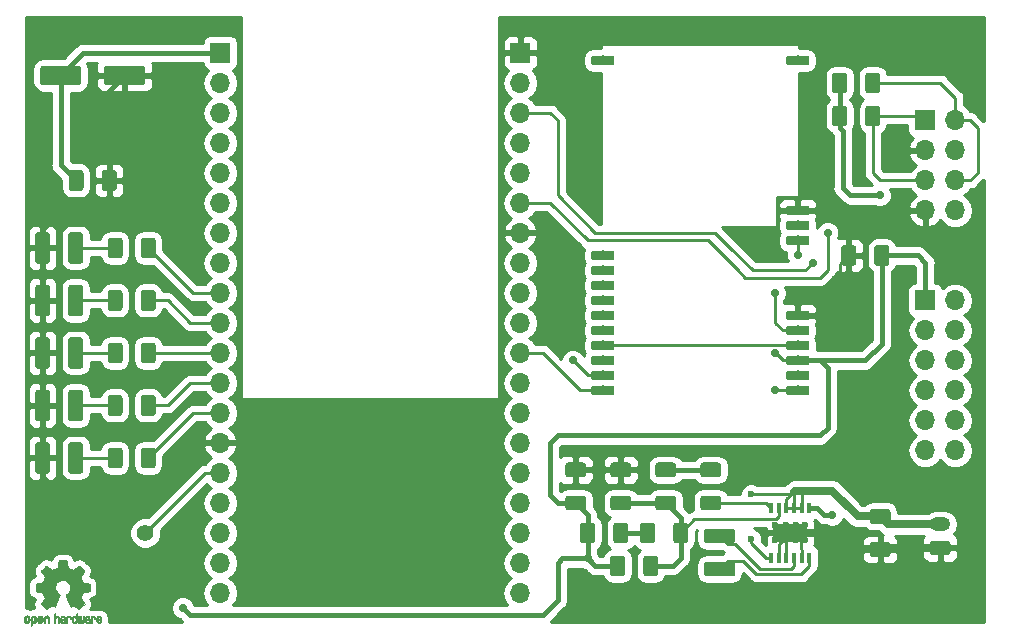
<source format=gtl>
G04 #@! TF.GenerationSoftware,KiCad,Pcbnew,5.0.2-bee76a0~70~ubuntu18.10.1*
G04 #@! TF.CreationDate,2019-04-28T23:28:47+02:00*
G04 #@! TF.ProjectId,carte_RouleMaPoule,63617274-655f-4526-9f75-6c654d61506f,A*
G04 #@! TF.SameCoordinates,Original*
G04 #@! TF.FileFunction,Copper,L1,Top*
G04 #@! TF.FilePolarity,Positive*
%FSLAX46Y46*%
G04 Gerber Fmt 4.6, Leading zero omitted, Abs format (unit mm)*
G04 Created by KiCad (PCBNEW 5.0.2-bee76a0~70~ubuntu18.10.1) date dim. 28 avril 2019 23:28:47 CEST*
%MOMM*%
%LPD*%
G01*
G04 APERTURE LIST*
G04 #@! TA.AperFunction,EtchedComponent*
%ADD10C,0.010000*%
G04 #@! TD*
G04 #@! TA.AperFunction,Conductor*
%ADD11C,0.100000*%
G04 #@! TD*
G04 #@! TA.AperFunction,SMDPad,CuDef*
%ADD12C,0.800000*%
G04 #@! TD*
G04 #@! TA.AperFunction,SMDPad,CuDef*
%ADD13C,1.250000*%
G04 #@! TD*
G04 #@! TA.AperFunction,SMDPad,CuDef*
%ADD14C,1.600000*%
G04 #@! TD*
G04 #@! TA.AperFunction,ComponentPad*
%ADD15C,1.200000*%
G04 #@! TD*
G04 #@! TA.AperFunction,ComponentPad*
%ADD16O,1.750000X1.200000*%
G04 #@! TD*
G04 #@! TA.AperFunction,SMDPad,CuDef*
%ADD17R,0.420000X0.890000*%
G04 #@! TD*
G04 #@! TA.AperFunction,SMDPad,CuDef*
%ADD18R,2.850000X1.650000*%
G04 #@! TD*
G04 #@! TA.AperFunction,ComponentPad*
%ADD19C,1.400000*%
G04 #@! TD*
G04 #@! TA.AperFunction,ComponentPad*
%ADD20O,1.700000X1.700000*%
G04 #@! TD*
G04 #@! TA.AperFunction,ComponentPad*
%ADD21R,1.700000X1.700000*%
G04 #@! TD*
G04 #@! TA.AperFunction,ViaPad*
%ADD22C,0.600000*%
G04 #@! TD*
G04 #@! TA.AperFunction,ViaPad*
%ADD23C,0.700000*%
G04 #@! TD*
G04 #@! TA.AperFunction,Conductor*
%ADD24C,0.700000*%
G04 #@! TD*
G04 #@! TA.AperFunction,Conductor*
%ADD25C,0.250000*%
G04 #@! TD*
G04 #@! TA.AperFunction,Conductor*
%ADD26C,0.400000*%
G04 #@! TD*
G04 #@! TA.AperFunction,Conductor*
%ADD27C,0.450000*%
G04 #@! TD*
G04 #@! TA.AperFunction,Conductor*
%ADD28C,0.254000*%
G04 #@! TD*
G04 APERTURE END LIST*
D10*
G04 #@! TO.C,REF\002A\002A*
G36*
X73128910Y-130592348D02*
X73207454Y-130592778D01*
X73264298Y-130593942D01*
X73303105Y-130596207D01*
X73327538Y-130599940D01*
X73341262Y-130605506D01*
X73347940Y-130613273D01*
X73351236Y-130623605D01*
X73351556Y-130624943D01*
X73356562Y-130649079D01*
X73365829Y-130696701D01*
X73378392Y-130762741D01*
X73393287Y-130842128D01*
X73409551Y-130929796D01*
X73410119Y-130932875D01*
X73426410Y-131018789D01*
X73441652Y-131094696D01*
X73454861Y-131156045D01*
X73465054Y-131198282D01*
X73471248Y-131216855D01*
X73471543Y-131217184D01*
X73489788Y-131226253D01*
X73527405Y-131241367D01*
X73576271Y-131259262D01*
X73576543Y-131259358D01*
X73638093Y-131282493D01*
X73710657Y-131311965D01*
X73779057Y-131341597D01*
X73782294Y-131343062D01*
X73893702Y-131393626D01*
X74140399Y-131225160D01*
X74216077Y-131173803D01*
X74284631Y-131127889D01*
X74342088Y-131090030D01*
X74384476Y-131062837D01*
X74407825Y-131048921D01*
X74410042Y-131047889D01*
X74427010Y-131052484D01*
X74458701Y-131074655D01*
X74506352Y-131115447D01*
X74571198Y-131175905D01*
X74637397Y-131240227D01*
X74701214Y-131303612D01*
X74758329Y-131361451D01*
X74805305Y-131410175D01*
X74838703Y-131446210D01*
X74855085Y-131465984D01*
X74855694Y-131467002D01*
X74857505Y-131480572D01*
X74850683Y-131502733D01*
X74833540Y-131536478D01*
X74804393Y-131584800D01*
X74761555Y-131650692D01*
X74704448Y-131735517D01*
X74653766Y-131810177D01*
X74608461Y-131877140D01*
X74571150Y-131932516D01*
X74544452Y-131972420D01*
X74530985Y-131992962D01*
X74530137Y-131994356D01*
X74531781Y-132014038D01*
X74544245Y-132052293D01*
X74565048Y-132101889D01*
X74572462Y-132117728D01*
X74604814Y-132188290D01*
X74639328Y-132268353D01*
X74667365Y-132337629D01*
X74687568Y-132389045D01*
X74703615Y-132428119D01*
X74712888Y-132448541D01*
X74714041Y-132450114D01*
X74731096Y-132452721D01*
X74771298Y-132459863D01*
X74829302Y-132470523D01*
X74899763Y-132483685D01*
X74977335Y-132498333D01*
X75056672Y-132513449D01*
X75132431Y-132528018D01*
X75199264Y-132541022D01*
X75251828Y-132551445D01*
X75284776Y-132558270D01*
X75292857Y-132560199D01*
X75301205Y-132564962D01*
X75307506Y-132575718D01*
X75312045Y-132596098D01*
X75315104Y-132629734D01*
X75316967Y-132680255D01*
X75317918Y-132751292D01*
X75318240Y-132846476D01*
X75318257Y-132885492D01*
X75318257Y-133202799D01*
X75242057Y-133217839D01*
X75199663Y-133225995D01*
X75136400Y-133237899D01*
X75059962Y-133252116D01*
X74978043Y-133267210D01*
X74955400Y-133271355D01*
X74879806Y-133286053D01*
X74813953Y-133300505D01*
X74763366Y-133313375D01*
X74733574Y-133323322D01*
X74728612Y-133326287D01*
X74716426Y-133347283D01*
X74698953Y-133387967D01*
X74679577Y-133440322D01*
X74675734Y-133451600D01*
X74650339Y-133521523D01*
X74618817Y-133600418D01*
X74587969Y-133671266D01*
X74587817Y-133671595D01*
X74536447Y-133782733D01*
X74705399Y-134031253D01*
X74874352Y-134279772D01*
X74657429Y-134497058D01*
X74591819Y-134561726D01*
X74531979Y-134618733D01*
X74481267Y-134665033D01*
X74443046Y-134697584D01*
X74420675Y-134713343D01*
X74417466Y-134714343D01*
X74398626Y-134706469D01*
X74360180Y-134684578D01*
X74306330Y-134651267D01*
X74241276Y-134609131D01*
X74170940Y-134561943D01*
X74099555Y-134513810D01*
X74035908Y-134471928D01*
X73984041Y-134438871D01*
X73947995Y-134417218D01*
X73931867Y-134409543D01*
X73912189Y-134416037D01*
X73874875Y-134433150D01*
X73827621Y-134457326D01*
X73822612Y-134460013D01*
X73758977Y-134491927D01*
X73715341Y-134507579D01*
X73688202Y-134507745D01*
X73674057Y-134493204D01*
X73673975Y-134493000D01*
X73666905Y-134475779D01*
X73650042Y-134434899D01*
X73624695Y-134373525D01*
X73592171Y-134294819D01*
X73553778Y-134201947D01*
X73510822Y-134098072D01*
X73469222Y-133997502D01*
X73423504Y-133886516D01*
X73381526Y-133783703D01*
X73344548Y-133692215D01*
X73313827Y-133615201D01*
X73290622Y-133555815D01*
X73276190Y-133517209D01*
X73271743Y-133502800D01*
X73282896Y-133486272D01*
X73312069Y-133459930D01*
X73350971Y-133430887D01*
X73461757Y-133339039D01*
X73548351Y-133233759D01*
X73609716Y-133117266D01*
X73644815Y-132991776D01*
X73652608Y-132859507D01*
X73646943Y-132798457D01*
X73616078Y-132671795D01*
X73562920Y-132559941D01*
X73490767Y-132464001D01*
X73402917Y-132385076D01*
X73302665Y-132324270D01*
X73193310Y-132282687D01*
X73078147Y-132261428D01*
X72960475Y-132261599D01*
X72843590Y-132284301D01*
X72730789Y-132330638D01*
X72625369Y-132401713D01*
X72581368Y-132441911D01*
X72496979Y-132545129D01*
X72438222Y-132657925D01*
X72404704Y-132777010D01*
X72396035Y-132899095D01*
X72411823Y-133020893D01*
X72451678Y-133139116D01*
X72515207Y-133250475D01*
X72602021Y-133351684D01*
X72699029Y-133430887D01*
X72739437Y-133461162D01*
X72767982Y-133487219D01*
X72778257Y-133502825D01*
X72772877Y-133519843D01*
X72757575Y-133560500D01*
X72733612Y-133621642D01*
X72702244Y-133700119D01*
X72664732Y-133792780D01*
X72622333Y-133896472D01*
X72580663Y-133997526D01*
X72534690Y-134108607D01*
X72492107Y-134211541D01*
X72454221Y-134303165D01*
X72422340Y-134380316D01*
X72397771Y-134439831D01*
X72381820Y-134478544D01*
X72375910Y-134493000D01*
X72361948Y-134507685D01*
X72334940Y-134507642D01*
X72291413Y-134492099D01*
X72227890Y-134460284D01*
X72227388Y-134460013D01*
X72179560Y-134435323D01*
X72140897Y-134417338D01*
X72119095Y-134409614D01*
X72118133Y-134409543D01*
X72101721Y-134417378D01*
X72065487Y-134439165D01*
X72013474Y-134472328D01*
X71949725Y-134514291D01*
X71879060Y-134561943D01*
X71807116Y-134610191D01*
X71742274Y-134652151D01*
X71688735Y-134685227D01*
X71650697Y-134706821D01*
X71632533Y-134714343D01*
X71615808Y-134704457D01*
X71582180Y-134676826D01*
X71535010Y-134634495D01*
X71477658Y-134580505D01*
X71413484Y-134517899D01*
X71392497Y-134496983D01*
X71175499Y-134279623D01*
X71340668Y-134037220D01*
X71390864Y-133962781D01*
X71434919Y-133895972D01*
X71470362Y-133840665D01*
X71494719Y-133800729D01*
X71505522Y-133780036D01*
X71505838Y-133778563D01*
X71500143Y-133759058D01*
X71484826Y-133719822D01*
X71462537Y-133667430D01*
X71446893Y-133632355D01*
X71417641Y-133565201D01*
X71390094Y-133497358D01*
X71368737Y-133440034D01*
X71362935Y-133422572D01*
X71346452Y-133375938D01*
X71330340Y-133339905D01*
X71321490Y-133326287D01*
X71301960Y-133317952D01*
X71259334Y-133306137D01*
X71199145Y-133292181D01*
X71126922Y-133277422D01*
X71094600Y-133271355D01*
X71012522Y-133256273D01*
X70933795Y-133241669D01*
X70866109Y-133228980D01*
X70817160Y-133219642D01*
X70807943Y-133217839D01*
X70731743Y-133202799D01*
X70731743Y-132885492D01*
X70731914Y-132781154D01*
X70732616Y-132702213D01*
X70734134Y-132645038D01*
X70736749Y-132605999D01*
X70740746Y-132581465D01*
X70746409Y-132567805D01*
X70754020Y-132561389D01*
X70757143Y-132560199D01*
X70775978Y-132555980D01*
X70817588Y-132547562D01*
X70876630Y-132535961D01*
X70947757Y-132522195D01*
X71025625Y-132507280D01*
X71104887Y-132492232D01*
X71180198Y-132478069D01*
X71246213Y-132465806D01*
X71297587Y-132456461D01*
X71328975Y-132451050D01*
X71335959Y-132450114D01*
X71342285Y-132437596D01*
X71356290Y-132404246D01*
X71375355Y-132356377D01*
X71382634Y-132337629D01*
X71411996Y-132265195D01*
X71446571Y-132185170D01*
X71477537Y-132117728D01*
X71500323Y-132066159D01*
X71515482Y-132023785D01*
X71520542Y-131997834D01*
X71519736Y-131994356D01*
X71509041Y-131977936D01*
X71484620Y-131941417D01*
X71449095Y-131888687D01*
X71405087Y-131823635D01*
X71355217Y-131750151D01*
X71345356Y-131735645D01*
X71287492Y-131649704D01*
X71244956Y-131584261D01*
X71216054Y-131536304D01*
X71199090Y-131502820D01*
X71192367Y-131480795D01*
X71194190Y-131467217D01*
X71194236Y-131467131D01*
X71208586Y-131449297D01*
X71240323Y-131414817D01*
X71286010Y-131367268D01*
X71342204Y-131310222D01*
X71405468Y-131247255D01*
X71412602Y-131240227D01*
X71492330Y-131163020D01*
X71553857Y-131106330D01*
X71598421Y-131069110D01*
X71627257Y-131050315D01*
X71639958Y-131047889D01*
X71658494Y-131058471D01*
X71696961Y-131082916D01*
X71751386Y-131118612D01*
X71817798Y-131162947D01*
X71892225Y-131213311D01*
X71909601Y-131225160D01*
X72156297Y-131393626D01*
X72267706Y-131343062D01*
X72335457Y-131313595D01*
X72408183Y-131283959D01*
X72470703Y-131260330D01*
X72473457Y-131259358D01*
X72522360Y-131241457D01*
X72560057Y-131226320D01*
X72578425Y-131217210D01*
X72578456Y-131217184D01*
X72584285Y-131200717D01*
X72594192Y-131160219D01*
X72607195Y-131100242D01*
X72622309Y-131025340D01*
X72638552Y-130940064D01*
X72639881Y-130932875D01*
X72656175Y-130845014D01*
X72671133Y-130765260D01*
X72683791Y-130698681D01*
X72693186Y-130650347D01*
X72698354Y-130625325D01*
X72698444Y-130624943D01*
X72701589Y-130614299D01*
X72707704Y-130606262D01*
X72720453Y-130600467D01*
X72743500Y-130596547D01*
X72780509Y-130594135D01*
X72835144Y-130592865D01*
X72911067Y-130592371D01*
X73011944Y-130592286D01*
X73025000Y-130592286D01*
X73128910Y-130592348D01*
X73128910Y-130592348D01*
G37*
X73128910Y-130592348D02*
X73207454Y-130592778D01*
X73264298Y-130593942D01*
X73303105Y-130596207D01*
X73327538Y-130599940D01*
X73341262Y-130605506D01*
X73347940Y-130613273D01*
X73351236Y-130623605D01*
X73351556Y-130624943D01*
X73356562Y-130649079D01*
X73365829Y-130696701D01*
X73378392Y-130762741D01*
X73393287Y-130842128D01*
X73409551Y-130929796D01*
X73410119Y-130932875D01*
X73426410Y-131018789D01*
X73441652Y-131094696D01*
X73454861Y-131156045D01*
X73465054Y-131198282D01*
X73471248Y-131216855D01*
X73471543Y-131217184D01*
X73489788Y-131226253D01*
X73527405Y-131241367D01*
X73576271Y-131259262D01*
X73576543Y-131259358D01*
X73638093Y-131282493D01*
X73710657Y-131311965D01*
X73779057Y-131341597D01*
X73782294Y-131343062D01*
X73893702Y-131393626D01*
X74140399Y-131225160D01*
X74216077Y-131173803D01*
X74284631Y-131127889D01*
X74342088Y-131090030D01*
X74384476Y-131062837D01*
X74407825Y-131048921D01*
X74410042Y-131047889D01*
X74427010Y-131052484D01*
X74458701Y-131074655D01*
X74506352Y-131115447D01*
X74571198Y-131175905D01*
X74637397Y-131240227D01*
X74701214Y-131303612D01*
X74758329Y-131361451D01*
X74805305Y-131410175D01*
X74838703Y-131446210D01*
X74855085Y-131465984D01*
X74855694Y-131467002D01*
X74857505Y-131480572D01*
X74850683Y-131502733D01*
X74833540Y-131536478D01*
X74804393Y-131584800D01*
X74761555Y-131650692D01*
X74704448Y-131735517D01*
X74653766Y-131810177D01*
X74608461Y-131877140D01*
X74571150Y-131932516D01*
X74544452Y-131972420D01*
X74530985Y-131992962D01*
X74530137Y-131994356D01*
X74531781Y-132014038D01*
X74544245Y-132052293D01*
X74565048Y-132101889D01*
X74572462Y-132117728D01*
X74604814Y-132188290D01*
X74639328Y-132268353D01*
X74667365Y-132337629D01*
X74687568Y-132389045D01*
X74703615Y-132428119D01*
X74712888Y-132448541D01*
X74714041Y-132450114D01*
X74731096Y-132452721D01*
X74771298Y-132459863D01*
X74829302Y-132470523D01*
X74899763Y-132483685D01*
X74977335Y-132498333D01*
X75056672Y-132513449D01*
X75132431Y-132528018D01*
X75199264Y-132541022D01*
X75251828Y-132551445D01*
X75284776Y-132558270D01*
X75292857Y-132560199D01*
X75301205Y-132564962D01*
X75307506Y-132575718D01*
X75312045Y-132596098D01*
X75315104Y-132629734D01*
X75316967Y-132680255D01*
X75317918Y-132751292D01*
X75318240Y-132846476D01*
X75318257Y-132885492D01*
X75318257Y-133202799D01*
X75242057Y-133217839D01*
X75199663Y-133225995D01*
X75136400Y-133237899D01*
X75059962Y-133252116D01*
X74978043Y-133267210D01*
X74955400Y-133271355D01*
X74879806Y-133286053D01*
X74813953Y-133300505D01*
X74763366Y-133313375D01*
X74733574Y-133323322D01*
X74728612Y-133326287D01*
X74716426Y-133347283D01*
X74698953Y-133387967D01*
X74679577Y-133440322D01*
X74675734Y-133451600D01*
X74650339Y-133521523D01*
X74618817Y-133600418D01*
X74587969Y-133671266D01*
X74587817Y-133671595D01*
X74536447Y-133782733D01*
X74705399Y-134031253D01*
X74874352Y-134279772D01*
X74657429Y-134497058D01*
X74591819Y-134561726D01*
X74531979Y-134618733D01*
X74481267Y-134665033D01*
X74443046Y-134697584D01*
X74420675Y-134713343D01*
X74417466Y-134714343D01*
X74398626Y-134706469D01*
X74360180Y-134684578D01*
X74306330Y-134651267D01*
X74241276Y-134609131D01*
X74170940Y-134561943D01*
X74099555Y-134513810D01*
X74035908Y-134471928D01*
X73984041Y-134438871D01*
X73947995Y-134417218D01*
X73931867Y-134409543D01*
X73912189Y-134416037D01*
X73874875Y-134433150D01*
X73827621Y-134457326D01*
X73822612Y-134460013D01*
X73758977Y-134491927D01*
X73715341Y-134507579D01*
X73688202Y-134507745D01*
X73674057Y-134493204D01*
X73673975Y-134493000D01*
X73666905Y-134475779D01*
X73650042Y-134434899D01*
X73624695Y-134373525D01*
X73592171Y-134294819D01*
X73553778Y-134201947D01*
X73510822Y-134098072D01*
X73469222Y-133997502D01*
X73423504Y-133886516D01*
X73381526Y-133783703D01*
X73344548Y-133692215D01*
X73313827Y-133615201D01*
X73290622Y-133555815D01*
X73276190Y-133517209D01*
X73271743Y-133502800D01*
X73282896Y-133486272D01*
X73312069Y-133459930D01*
X73350971Y-133430887D01*
X73461757Y-133339039D01*
X73548351Y-133233759D01*
X73609716Y-133117266D01*
X73644815Y-132991776D01*
X73652608Y-132859507D01*
X73646943Y-132798457D01*
X73616078Y-132671795D01*
X73562920Y-132559941D01*
X73490767Y-132464001D01*
X73402917Y-132385076D01*
X73302665Y-132324270D01*
X73193310Y-132282687D01*
X73078147Y-132261428D01*
X72960475Y-132261599D01*
X72843590Y-132284301D01*
X72730789Y-132330638D01*
X72625369Y-132401713D01*
X72581368Y-132441911D01*
X72496979Y-132545129D01*
X72438222Y-132657925D01*
X72404704Y-132777010D01*
X72396035Y-132899095D01*
X72411823Y-133020893D01*
X72451678Y-133139116D01*
X72515207Y-133250475D01*
X72602021Y-133351684D01*
X72699029Y-133430887D01*
X72739437Y-133461162D01*
X72767982Y-133487219D01*
X72778257Y-133502825D01*
X72772877Y-133519843D01*
X72757575Y-133560500D01*
X72733612Y-133621642D01*
X72702244Y-133700119D01*
X72664732Y-133792780D01*
X72622333Y-133896472D01*
X72580663Y-133997526D01*
X72534690Y-134108607D01*
X72492107Y-134211541D01*
X72454221Y-134303165D01*
X72422340Y-134380316D01*
X72397771Y-134439831D01*
X72381820Y-134478544D01*
X72375910Y-134493000D01*
X72361948Y-134507685D01*
X72334940Y-134507642D01*
X72291413Y-134492099D01*
X72227890Y-134460284D01*
X72227388Y-134460013D01*
X72179560Y-134435323D01*
X72140897Y-134417338D01*
X72119095Y-134409614D01*
X72118133Y-134409543D01*
X72101721Y-134417378D01*
X72065487Y-134439165D01*
X72013474Y-134472328D01*
X71949725Y-134514291D01*
X71879060Y-134561943D01*
X71807116Y-134610191D01*
X71742274Y-134652151D01*
X71688735Y-134685227D01*
X71650697Y-134706821D01*
X71632533Y-134714343D01*
X71615808Y-134704457D01*
X71582180Y-134676826D01*
X71535010Y-134634495D01*
X71477658Y-134580505D01*
X71413484Y-134517899D01*
X71392497Y-134496983D01*
X71175499Y-134279623D01*
X71340668Y-134037220D01*
X71390864Y-133962781D01*
X71434919Y-133895972D01*
X71470362Y-133840665D01*
X71494719Y-133800729D01*
X71505522Y-133780036D01*
X71505838Y-133778563D01*
X71500143Y-133759058D01*
X71484826Y-133719822D01*
X71462537Y-133667430D01*
X71446893Y-133632355D01*
X71417641Y-133565201D01*
X71390094Y-133497358D01*
X71368737Y-133440034D01*
X71362935Y-133422572D01*
X71346452Y-133375938D01*
X71330340Y-133339905D01*
X71321490Y-133326287D01*
X71301960Y-133317952D01*
X71259334Y-133306137D01*
X71199145Y-133292181D01*
X71126922Y-133277422D01*
X71094600Y-133271355D01*
X71012522Y-133256273D01*
X70933795Y-133241669D01*
X70866109Y-133228980D01*
X70817160Y-133219642D01*
X70807943Y-133217839D01*
X70731743Y-133202799D01*
X70731743Y-132885492D01*
X70731914Y-132781154D01*
X70732616Y-132702213D01*
X70734134Y-132645038D01*
X70736749Y-132605999D01*
X70740746Y-132581465D01*
X70746409Y-132567805D01*
X70754020Y-132561389D01*
X70757143Y-132560199D01*
X70775978Y-132555980D01*
X70817588Y-132547562D01*
X70876630Y-132535961D01*
X70947757Y-132522195D01*
X71025625Y-132507280D01*
X71104887Y-132492232D01*
X71180198Y-132478069D01*
X71246213Y-132465806D01*
X71297587Y-132456461D01*
X71328975Y-132451050D01*
X71335959Y-132450114D01*
X71342285Y-132437596D01*
X71356290Y-132404246D01*
X71375355Y-132356377D01*
X71382634Y-132337629D01*
X71411996Y-132265195D01*
X71446571Y-132185170D01*
X71477537Y-132117728D01*
X71500323Y-132066159D01*
X71515482Y-132023785D01*
X71520542Y-131997834D01*
X71519736Y-131994356D01*
X71509041Y-131977936D01*
X71484620Y-131941417D01*
X71449095Y-131888687D01*
X71405087Y-131823635D01*
X71355217Y-131750151D01*
X71345356Y-131735645D01*
X71287492Y-131649704D01*
X71244956Y-131584261D01*
X71216054Y-131536304D01*
X71199090Y-131502820D01*
X71192367Y-131480795D01*
X71194190Y-131467217D01*
X71194236Y-131467131D01*
X71208586Y-131449297D01*
X71240323Y-131414817D01*
X71286010Y-131367268D01*
X71342204Y-131310222D01*
X71405468Y-131247255D01*
X71412602Y-131240227D01*
X71492330Y-131163020D01*
X71553857Y-131106330D01*
X71598421Y-131069110D01*
X71627257Y-131050315D01*
X71639958Y-131047889D01*
X71658494Y-131058471D01*
X71696961Y-131082916D01*
X71751386Y-131118612D01*
X71817798Y-131162947D01*
X71892225Y-131213311D01*
X71909601Y-131225160D01*
X72156297Y-131393626D01*
X72267706Y-131343062D01*
X72335457Y-131313595D01*
X72408183Y-131283959D01*
X72470703Y-131260330D01*
X72473457Y-131259358D01*
X72522360Y-131241457D01*
X72560057Y-131226320D01*
X72578425Y-131217210D01*
X72578456Y-131217184D01*
X72584285Y-131200717D01*
X72594192Y-131160219D01*
X72607195Y-131100242D01*
X72622309Y-131025340D01*
X72638552Y-130940064D01*
X72639881Y-130932875D01*
X72656175Y-130845014D01*
X72671133Y-130765260D01*
X72683791Y-130698681D01*
X72693186Y-130650347D01*
X72698354Y-130625325D01*
X72698444Y-130624943D01*
X72701589Y-130614299D01*
X72707704Y-130606262D01*
X72720453Y-130600467D01*
X72743500Y-130596547D01*
X72780509Y-130594135D01*
X72835144Y-130592865D01*
X72911067Y-130592371D01*
X73011944Y-130592286D01*
X73025000Y-130592286D01*
X73128910Y-130592348D01*
G36*
X76178595Y-135316966D02*
X76236021Y-135354497D01*
X76263719Y-135388096D01*
X76285662Y-135449064D01*
X76287405Y-135497308D01*
X76283457Y-135561816D01*
X76134686Y-135626934D01*
X76062349Y-135660202D01*
X76015084Y-135686964D01*
X75990507Y-135710144D01*
X75986237Y-135732667D01*
X75999889Y-135757455D01*
X76014943Y-135773886D01*
X76058746Y-135800235D01*
X76106389Y-135802081D01*
X76150145Y-135781546D01*
X76182289Y-135740752D01*
X76188038Y-135726347D01*
X76215576Y-135681356D01*
X76247258Y-135662182D01*
X76290714Y-135645779D01*
X76290714Y-135707966D01*
X76286872Y-135750283D01*
X76271823Y-135785969D01*
X76240280Y-135826943D01*
X76235592Y-135832267D01*
X76200506Y-135868720D01*
X76170347Y-135888283D01*
X76132615Y-135897283D01*
X76101335Y-135900230D01*
X76045385Y-135900965D01*
X76005555Y-135891660D01*
X75980708Y-135877846D01*
X75941656Y-135847467D01*
X75914625Y-135814613D01*
X75897517Y-135773294D01*
X75888238Y-135717521D01*
X75884693Y-135641305D01*
X75884410Y-135602622D01*
X75885372Y-135556247D01*
X75973007Y-135556247D01*
X75974023Y-135581126D01*
X75976556Y-135585200D01*
X75993274Y-135579665D01*
X76029249Y-135565017D01*
X76077331Y-135544190D01*
X76087386Y-135539714D01*
X76148152Y-135508814D01*
X76181632Y-135481657D01*
X76188990Y-135456220D01*
X76171391Y-135430481D01*
X76156856Y-135419109D01*
X76104410Y-135396364D01*
X76055322Y-135400122D01*
X76014227Y-135427884D01*
X75985758Y-135477152D01*
X75976631Y-135516257D01*
X75973007Y-135556247D01*
X75885372Y-135556247D01*
X75886285Y-135512249D01*
X75893196Y-135445384D01*
X75906884Y-135396695D01*
X75929096Y-135360849D01*
X75961574Y-135332513D01*
X75975733Y-135323355D01*
X76040053Y-135299507D01*
X76110473Y-135298006D01*
X76178595Y-135316966D01*
X76178595Y-135316966D01*
G37*
X76178595Y-135316966D02*
X76236021Y-135354497D01*
X76263719Y-135388096D01*
X76285662Y-135449064D01*
X76287405Y-135497308D01*
X76283457Y-135561816D01*
X76134686Y-135626934D01*
X76062349Y-135660202D01*
X76015084Y-135686964D01*
X75990507Y-135710144D01*
X75986237Y-135732667D01*
X75999889Y-135757455D01*
X76014943Y-135773886D01*
X76058746Y-135800235D01*
X76106389Y-135802081D01*
X76150145Y-135781546D01*
X76182289Y-135740752D01*
X76188038Y-135726347D01*
X76215576Y-135681356D01*
X76247258Y-135662182D01*
X76290714Y-135645779D01*
X76290714Y-135707966D01*
X76286872Y-135750283D01*
X76271823Y-135785969D01*
X76240280Y-135826943D01*
X76235592Y-135832267D01*
X76200506Y-135868720D01*
X76170347Y-135888283D01*
X76132615Y-135897283D01*
X76101335Y-135900230D01*
X76045385Y-135900965D01*
X76005555Y-135891660D01*
X75980708Y-135877846D01*
X75941656Y-135847467D01*
X75914625Y-135814613D01*
X75897517Y-135773294D01*
X75888238Y-135717521D01*
X75884693Y-135641305D01*
X75884410Y-135602622D01*
X75885372Y-135556247D01*
X75973007Y-135556247D01*
X75974023Y-135581126D01*
X75976556Y-135585200D01*
X75993274Y-135579665D01*
X76029249Y-135565017D01*
X76077331Y-135544190D01*
X76087386Y-135539714D01*
X76148152Y-135508814D01*
X76181632Y-135481657D01*
X76188990Y-135456220D01*
X76171391Y-135430481D01*
X76156856Y-135419109D01*
X76104410Y-135396364D01*
X76055322Y-135400122D01*
X76014227Y-135427884D01*
X75985758Y-135477152D01*
X75976631Y-135516257D01*
X75973007Y-135556247D01*
X75885372Y-135556247D01*
X75886285Y-135512249D01*
X75893196Y-135445384D01*
X75906884Y-135396695D01*
X75929096Y-135360849D01*
X75961574Y-135332513D01*
X75975733Y-135323355D01*
X76040053Y-135299507D01*
X76110473Y-135298006D01*
X76178595Y-135316966D01*
G36*
X75677600Y-135308752D02*
X75694948Y-135316334D01*
X75736356Y-135349128D01*
X75771765Y-135396547D01*
X75793664Y-135447151D01*
X75797229Y-135472098D01*
X75785279Y-135506927D01*
X75759067Y-135525357D01*
X75730964Y-135536516D01*
X75718095Y-135538572D01*
X75711829Y-135523649D01*
X75699456Y-135491175D01*
X75694028Y-135476502D01*
X75663590Y-135425744D01*
X75619520Y-135400427D01*
X75563010Y-135401206D01*
X75558825Y-135402203D01*
X75528655Y-135416507D01*
X75506476Y-135444393D01*
X75491327Y-135489287D01*
X75482250Y-135554615D01*
X75478286Y-135643804D01*
X75477914Y-135691261D01*
X75477730Y-135766071D01*
X75476522Y-135817069D01*
X75473309Y-135849471D01*
X75467109Y-135868495D01*
X75456940Y-135879356D01*
X75441819Y-135887272D01*
X75440946Y-135887670D01*
X75411828Y-135899981D01*
X75397403Y-135904514D01*
X75395186Y-135890809D01*
X75393289Y-135852925D01*
X75391847Y-135795715D01*
X75390998Y-135724027D01*
X75390829Y-135671565D01*
X75391692Y-135570047D01*
X75395070Y-135493032D01*
X75402142Y-135436023D01*
X75414088Y-135394526D01*
X75432090Y-135364043D01*
X75457327Y-135340080D01*
X75482247Y-135323355D01*
X75542171Y-135301097D01*
X75611911Y-135296076D01*
X75677600Y-135308752D01*
X75677600Y-135308752D01*
G37*
X75677600Y-135308752D02*
X75694948Y-135316334D01*
X75736356Y-135349128D01*
X75771765Y-135396547D01*
X75793664Y-135447151D01*
X75797229Y-135472098D01*
X75785279Y-135506927D01*
X75759067Y-135525357D01*
X75730964Y-135536516D01*
X75718095Y-135538572D01*
X75711829Y-135523649D01*
X75699456Y-135491175D01*
X75694028Y-135476502D01*
X75663590Y-135425744D01*
X75619520Y-135400427D01*
X75563010Y-135401206D01*
X75558825Y-135402203D01*
X75528655Y-135416507D01*
X75506476Y-135444393D01*
X75491327Y-135489287D01*
X75482250Y-135554615D01*
X75478286Y-135643804D01*
X75477914Y-135691261D01*
X75477730Y-135766071D01*
X75476522Y-135817069D01*
X75473309Y-135849471D01*
X75467109Y-135868495D01*
X75456940Y-135879356D01*
X75441819Y-135887272D01*
X75440946Y-135887670D01*
X75411828Y-135899981D01*
X75397403Y-135904514D01*
X75395186Y-135890809D01*
X75393289Y-135852925D01*
X75391847Y-135795715D01*
X75390998Y-135724027D01*
X75390829Y-135671565D01*
X75391692Y-135570047D01*
X75395070Y-135493032D01*
X75402142Y-135436023D01*
X75414088Y-135394526D01*
X75432090Y-135364043D01*
X75457327Y-135340080D01*
X75482247Y-135323355D01*
X75542171Y-135301097D01*
X75611911Y-135296076D01*
X75677600Y-135308752D01*
G36*
X75169876Y-135306335D02*
X75211667Y-135325344D01*
X75244469Y-135348378D01*
X75268503Y-135374133D01*
X75285097Y-135407358D01*
X75295577Y-135452800D01*
X75301271Y-135515207D01*
X75303507Y-135599327D01*
X75303743Y-135654721D01*
X75303743Y-135870826D01*
X75266774Y-135887670D01*
X75237656Y-135899981D01*
X75223231Y-135904514D01*
X75220472Y-135891025D01*
X75218282Y-135854653D01*
X75216942Y-135801542D01*
X75216657Y-135759372D01*
X75215434Y-135698447D01*
X75212136Y-135650115D01*
X75207321Y-135620518D01*
X75203496Y-135614229D01*
X75177783Y-135620652D01*
X75137418Y-135637125D01*
X75090679Y-135659458D01*
X75045845Y-135683457D01*
X75011193Y-135704930D01*
X74995002Y-135719685D01*
X74994938Y-135719845D01*
X74996330Y-135747152D01*
X75008818Y-135773219D01*
X75030743Y-135794392D01*
X75062743Y-135801474D01*
X75090092Y-135800649D01*
X75128826Y-135800042D01*
X75149158Y-135809116D01*
X75161369Y-135833092D01*
X75162909Y-135837613D01*
X75168203Y-135871806D01*
X75154047Y-135892568D01*
X75117148Y-135902462D01*
X75077289Y-135904292D01*
X75005562Y-135890727D01*
X74968432Y-135871355D01*
X74922576Y-135825845D01*
X74898256Y-135769983D01*
X74896073Y-135710957D01*
X74916629Y-135655953D01*
X74947549Y-135621486D01*
X74978420Y-135602189D01*
X75026942Y-135577759D01*
X75083485Y-135552985D01*
X75092910Y-135549199D01*
X75155019Y-135521791D01*
X75190822Y-135497634D01*
X75202337Y-135473619D01*
X75191580Y-135446635D01*
X75173114Y-135425543D01*
X75129469Y-135399572D01*
X75081446Y-135397624D01*
X75037406Y-135417637D01*
X75005709Y-135457551D01*
X75001549Y-135467848D01*
X74977327Y-135505724D01*
X74941965Y-135533842D01*
X74897343Y-135556917D01*
X74897343Y-135491485D01*
X74899969Y-135451506D01*
X74911230Y-135419997D01*
X74936199Y-135386378D01*
X74960169Y-135360484D01*
X74997441Y-135323817D01*
X75026401Y-135304121D01*
X75057505Y-135296220D01*
X75092713Y-135294914D01*
X75169876Y-135306335D01*
X75169876Y-135306335D01*
G37*
X75169876Y-135306335D02*
X75211667Y-135325344D01*
X75244469Y-135348378D01*
X75268503Y-135374133D01*
X75285097Y-135407358D01*
X75295577Y-135452800D01*
X75301271Y-135515207D01*
X75303507Y-135599327D01*
X75303743Y-135654721D01*
X75303743Y-135870826D01*
X75266774Y-135887670D01*
X75237656Y-135899981D01*
X75223231Y-135904514D01*
X75220472Y-135891025D01*
X75218282Y-135854653D01*
X75216942Y-135801542D01*
X75216657Y-135759372D01*
X75215434Y-135698447D01*
X75212136Y-135650115D01*
X75207321Y-135620518D01*
X75203496Y-135614229D01*
X75177783Y-135620652D01*
X75137418Y-135637125D01*
X75090679Y-135659458D01*
X75045845Y-135683457D01*
X75011193Y-135704930D01*
X74995002Y-135719685D01*
X74994938Y-135719845D01*
X74996330Y-135747152D01*
X75008818Y-135773219D01*
X75030743Y-135794392D01*
X75062743Y-135801474D01*
X75090092Y-135800649D01*
X75128826Y-135800042D01*
X75149158Y-135809116D01*
X75161369Y-135833092D01*
X75162909Y-135837613D01*
X75168203Y-135871806D01*
X75154047Y-135892568D01*
X75117148Y-135902462D01*
X75077289Y-135904292D01*
X75005562Y-135890727D01*
X74968432Y-135871355D01*
X74922576Y-135825845D01*
X74898256Y-135769983D01*
X74896073Y-135710957D01*
X74916629Y-135655953D01*
X74947549Y-135621486D01*
X74978420Y-135602189D01*
X75026942Y-135577759D01*
X75083485Y-135552985D01*
X75092910Y-135549199D01*
X75155019Y-135521791D01*
X75190822Y-135497634D01*
X75202337Y-135473619D01*
X75191580Y-135446635D01*
X75173114Y-135425543D01*
X75129469Y-135399572D01*
X75081446Y-135397624D01*
X75037406Y-135417637D01*
X75005709Y-135457551D01*
X75001549Y-135467848D01*
X74977327Y-135505724D01*
X74941965Y-135533842D01*
X74897343Y-135556917D01*
X74897343Y-135491485D01*
X74899969Y-135451506D01*
X74911230Y-135419997D01*
X74936199Y-135386378D01*
X74960169Y-135360484D01*
X74997441Y-135323817D01*
X75026401Y-135304121D01*
X75057505Y-135296220D01*
X75092713Y-135294914D01*
X75169876Y-135306335D01*
G36*
X74804833Y-135308663D02*
X74807048Y-135346850D01*
X74808784Y-135404886D01*
X74809899Y-135478180D01*
X74810257Y-135555055D01*
X74810257Y-135815196D01*
X74764326Y-135861127D01*
X74732675Y-135889429D01*
X74704890Y-135900893D01*
X74666915Y-135900168D01*
X74651840Y-135898321D01*
X74604726Y-135892948D01*
X74565756Y-135889869D01*
X74556257Y-135889585D01*
X74524233Y-135891445D01*
X74478432Y-135896114D01*
X74460674Y-135898321D01*
X74417057Y-135901735D01*
X74387745Y-135894320D01*
X74358680Y-135871427D01*
X74348188Y-135861127D01*
X74302257Y-135815196D01*
X74302257Y-135328602D01*
X74339226Y-135311758D01*
X74371059Y-135299282D01*
X74389683Y-135294914D01*
X74394458Y-135308718D01*
X74398921Y-135347286D01*
X74402775Y-135406356D01*
X74405722Y-135481663D01*
X74407143Y-135545286D01*
X74411114Y-135795657D01*
X74445759Y-135800556D01*
X74477268Y-135797131D01*
X74492708Y-135786041D01*
X74497023Y-135765308D01*
X74500708Y-135721145D01*
X74503469Y-135659146D01*
X74505012Y-135584909D01*
X74505235Y-135546706D01*
X74505457Y-135326783D01*
X74551166Y-135310849D01*
X74583518Y-135300015D01*
X74601115Y-135294962D01*
X74601623Y-135294914D01*
X74603388Y-135308648D01*
X74605329Y-135346730D01*
X74607282Y-135404482D01*
X74609084Y-135477227D01*
X74610343Y-135545286D01*
X74614314Y-135795657D01*
X74701400Y-135795657D01*
X74705396Y-135567240D01*
X74709392Y-135338822D01*
X74751847Y-135316868D01*
X74783192Y-135301793D01*
X74801744Y-135294951D01*
X74802279Y-135294914D01*
X74804833Y-135308663D01*
X74804833Y-135308663D01*
G37*
X74804833Y-135308663D02*
X74807048Y-135346850D01*
X74808784Y-135404886D01*
X74809899Y-135478180D01*
X74810257Y-135555055D01*
X74810257Y-135815196D01*
X74764326Y-135861127D01*
X74732675Y-135889429D01*
X74704890Y-135900893D01*
X74666915Y-135900168D01*
X74651840Y-135898321D01*
X74604726Y-135892948D01*
X74565756Y-135889869D01*
X74556257Y-135889585D01*
X74524233Y-135891445D01*
X74478432Y-135896114D01*
X74460674Y-135898321D01*
X74417057Y-135901735D01*
X74387745Y-135894320D01*
X74358680Y-135871427D01*
X74348188Y-135861127D01*
X74302257Y-135815196D01*
X74302257Y-135328602D01*
X74339226Y-135311758D01*
X74371059Y-135299282D01*
X74389683Y-135294914D01*
X74394458Y-135308718D01*
X74398921Y-135347286D01*
X74402775Y-135406356D01*
X74405722Y-135481663D01*
X74407143Y-135545286D01*
X74411114Y-135795657D01*
X74445759Y-135800556D01*
X74477268Y-135797131D01*
X74492708Y-135786041D01*
X74497023Y-135765308D01*
X74500708Y-135721145D01*
X74503469Y-135659146D01*
X74505012Y-135584909D01*
X74505235Y-135546706D01*
X74505457Y-135326783D01*
X74551166Y-135310849D01*
X74583518Y-135300015D01*
X74601115Y-135294962D01*
X74601623Y-135294914D01*
X74603388Y-135308648D01*
X74605329Y-135346730D01*
X74607282Y-135404482D01*
X74609084Y-135477227D01*
X74610343Y-135545286D01*
X74614314Y-135795657D01*
X74701400Y-135795657D01*
X74705396Y-135567240D01*
X74709392Y-135338822D01*
X74751847Y-135316868D01*
X74783192Y-135301793D01*
X74801744Y-135294951D01*
X74802279Y-135294914D01*
X74804833Y-135308663D01*
G36*
X74215117Y-135415358D02*
X74214933Y-135523837D01*
X74214219Y-135607287D01*
X74212675Y-135669704D01*
X74210001Y-135715085D01*
X74205894Y-135747429D01*
X74200055Y-135770733D01*
X74192182Y-135788995D01*
X74186221Y-135799418D01*
X74136855Y-135855945D01*
X74074264Y-135891377D01*
X74005013Y-135904090D01*
X73935668Y-135892463D01*
X73894375Y-135871568D01*
X73851025Y-135835422D01*
X73821481Y-135791276D01*
X73803655Y-135733462D01*
X73795463Y-135656313D01*
X73794302Y-135599714D01*
X73794458Y-135595647D01*
X73895857Y-135595647D01*
X73896476Y-135660550D01*
X73899314Y-135703514D01*
X73905840Y-135731622D01*
X73917523Y-135751953D01*
X73931483Y-135767288D01*
X73978365Y-135796890D01*
X74028701Y-135799419D01*
X74076276Y-135774705D01*
X74079979Y-135771356D01*
X74095783Y-135753935D01*
X74105693Y-135733209D01*
X74111058Y-135702362D01*
X74113228Y-135654577D01*
X74113571Y-135601748D01*
X74112827Y-135535381D01*
X74109748Y-135491106D01*
X74103061Y-135462009D01*
X74091496Y-135441173D01*
X74082013Y-135430107D01*
X74037960Y-135402198D01*
X73987224Y-135398843D01*
X73938796Y-135420159D01*
X73929450Y-135428073D01*
X73913540Y-135445647D01*
X73903610Y-135466587D01*
X73898278Y-135497782D01*
X73896163Y-135546122D01*
X73895857Y-135595647D01*
X73794458Y-135595647D01*
X73797810Y-135508568D01*
X73809726Y-135440086D01*
X73832135Y-135388600D01*
X73867124Y-135348443D01*
X73894375Y-135327861D01*
X73943907Y-135305625D01*
X74001316Y-135295304D01*
X74054682Y-135298067D01*
X74084543Y-135309212D01*
X74096261Y-135312383D01*
X74104037Y-135300557D01*
X74109465Y-135268866D01*
X74113571Y-135220593D01*
X74118067Y-135166829D01*
X74124313Y-135134482D01*
X74135676Y-135115985D01*
X74155528Y-135103770D01*
X74168000Y-135098362D01*
X74215171Y-135078601D01*
X74215117Y-135415358D01*
X74215117Y-135415358D01*
G37*
X74215117Y-135415358D02*
X74214933Y-135523837D01*
X74214219Y-135607287D01*
X74212675Y-135669704D01*
X74210001Y-135715085D01*
X74205894Y-135747429D01*
X74200055Y-135770733D01*
X74192182Y-135788995D01*
X74186221Y-135799418D01*
X74136855Y-135855945D01*
X74074264Y-135891377D01*
X74005013Y-135904090D01*
X73935668Y-135892463D01*
X73894375Y-135871568D01*
X73851025Y-135835422D01*
X73821481Y-135791276D01*
X73803655Y-135733462D01*
X73795463Y-135656313D01*
X73794302Y-135599714D01*
X73794458Y-135595647D01*
X73895857Y-135595647D01*
X73896476Y-135660550D01*
X73899314Y-135703514D01*
X73905840Y-135731622D01*
X73917523Y-135751953D01*
X73931483Y-135767288D01*
X73978365Y-135796890D01*
X74028701Y-135799419D01*
X74076276Y-135774705D01*
X74079979Y-135771356D01*
X74095783Y-135753935D01*
X74105693Y-135733209D01*
X74111058Y-135702362D01*
X74113228Y-135654577D01*
X74113571Y-135601748D01*
X74112827Y-135535381D01*
X74109748Y-135491106D01*
X74103061Y-135462009D01*
X74091496Y-135441173D01*
X74082013Y-135430107D01*
X74037960Y-135402198D01*
X73987224Y-135398843D01*
X73938796Y-135420159D01*
X73929450Y-135428073D01*
X73913540Y-135445647D01*
X73903610Y-135466587D01*
X73898278Y-135497782D01*
X73896163Y-135546122D01*
X73895857Y-135595647D01*
X73794458Y-135595647D01*
X73797810Y-135508568D01*
X73809726Y-135440086D01*
X73832135Y-135388600D01*
X73867124Y-135348443D01*
X73894375Y-135327861D01*
X73943907Y-135305625D01*
X74001316Y-135295304D01*
X74054682Y-135298067D01*
X74084543Y-135309212D01*
X74096261Y-135312383D01*
X74104037Y-135300557D01*
X74109465Y-135268866D01*
X74113571Y-135220593D01*
X74118067Y-135166829D01*
X74124313Y-135134482D01*
X74135676Y-135115985D01*
X74155528Y-135103770D01*
X74168000Y-135098362D01*
X74215171Y-135078601D01*
X74215117Y-135415358D01*
G36*
X73554926Y-135299755D02*
X73620858Y-135324084D01*
X73674273Y-135367117D01*
X73695164Y-135397409D01*
X73717939Y-135452994D01*
X73717466Y-135493186D01*
X73693562Y-135520217D01*
X73684717Y-135524813D01*
X73646530Y-135539144D01*
X73627028Y-135535472D01*
X73620422Y-135511407D01*
X73620086Y-135498114D01*
X73607992Y-135449210D01*
X73576471Y-135414999D01*
X73532659Y-135398476D01*
X73483695Y-135402634D01*
X73443894Y-135424227D01*
X73430450Y-135436544D01*
X73420921Y-135451487D01*
X73414485Y-135474075D01*
X73410317Y-135509328D01*
X73407597Y-135562266D01*
X73405502Y-135637907D01*
X73404960Y-135661857D01*
X73402981Y-135743790D01*
X73400731Y-135801455D01*
X73397357Y-135839608D01*
X73392006Y-135863004D01*
X73383824Y-135876398D01*
X73371959Y-135884545D01*
X73364362Y-135888144D01*
X73332102Y-135900452D01*
X73313111Y-135904514D01*
X73306836Y-135890948D01*
X73303006Y-135849934D01*
X73301600Y-135780999D01*
X73302598Y-135683669D01*
X73302908Y-135668657D01*
X73305101Y-135579859D01*
X73307693Y-135515019D01*
X73311382Y-135469067D01*
X73316864Y-135436935D01*
X73324835Y-135413553D01*
X73335993Y-135393852D01*
X73341830Y-135385410D01*
X73375296Y-135348057D01*
X73412727Y-135319003D01*
X73417309Y-135316467D01*
X73484426Y-135296443D01*
X73554926Y-135299755D01*
X73554926Y-135299755D01*
G37*
X73554926Y-135299755D02*
X73620858Y-135324084D01*
X73674273Y-135367117D01*
X73695164Y-135397409D01*
X73717939Y-135452994D01*
X73717466Y-135493186D01*
X73693562Y-135520217D01*
X73684717Y-135524813D01*
X73646530Y-135539144D01*
X73627028Y-135535472D01*
X73620422Y-135511407D01*
X73620086Y-135498114D01*
X73607992Y-135449210D01*
X73576471Y-135414999D01*
X73532659Y-135398476D01*
X73483695Y-135402634D01*
X73443894Y-135424227D01*
X73430450Y-135436544D01*
X73420921Y-135451487D01*
X73414485Y-135474075D01*
X73410317Y-135509328D01*
X73407597Y-135562266D01*
X73405502Y-135637907D01*
X73404960Y-135661857D01*
X73402981Y-135743790D01*
X73400731Y-135801455D01*
X73397357Y-135839608D01*
X73392006Y-135863004D01*
X73383824Y-135876398D01*
X73371959Y-135884545D01*
X73364362Y-135888144D01*
X73332102Y-135900452D01*
X73313111Y-135904514D01*
X73306836Y-135890948D01*
X73303006Y-135849934D01*
X73301600Y-135780999D01*
X73302598Y-135683669D01*
X73302908Y-135668657D01*
X73305101Y-135579859D01*
X73307693Y-135515019D01*
X73311382Y-135469067D01*
X73316864Y-135436935D01*
X73324835Y-135413553D01*
X73335993Y-135393852D01*
X73341830Y-135385410D01*
X73375296Y-135348057D01*
X73412727Y-135319003D01*
X73417309Y-135316467D01*
X73484426Y-135296443D01*
X73554926Y-135299755D01*
G36*
X73064744Y-135300968D02*
X73121616Y-135322087D01*
X73122267Y-135322493D01*
X73157440Y-135348380D01*
X73183407Y-135378633D01*
X73201670Y-135418058D01*
X73213732Y-135471462D01*
X73221096Y-135543651D01*
X73225264Y-135639432D01*
X73225629Y-135653078D01*
X73230876Y-135858842D01*
X73186716Y-135881678D01*
X73154763Y-135897110D01*
X73135470Y-135904423D01*
X73134578Y-135904514D01*
X73131239Y-135891022D01*
X73128587Y-135854626D01*
X73126956Y-135801452D01*
X73126600Y-135758393D01*
X73126592Y-135688641D01*
X73123403Y-135644837D01*
X73112288Y-135623944D01*
X73088501Y-135622925D01*
X73047296Y-135638741D01*
X72985086Y-135667815D01*
X72939341Y-135691963D01*
X72915813Y-135712913D01*
X72908896Y-135735747D01*
X72908886Y-135736877D01*
X72920299Y-135776212D01*
X72954092Y-135797462D01*
X73005809Y-135800539D01*
X73043061Y-135800006D01*
X73062703Y-135810735D01*
X73074952Y-135836505D01*
X73082002Y-135869337D01*
X73071842Y-135887966D01*
X73068017Y-135890632D01*
X73032001Y-135901340D01*
X72981566Y-135902856D01*
X72929626Y-135895759D01*
X72892822Y-135882788D01*
X72841938Y-135839585D01*
X72813014Y-135779446D01*
X72807286Y-135732462D01*
X72811657Y-135690082D01*
X72827475Y-135655488D01*
X72858797Y-135624763D01*
X72909678Y-135593990D01*
X72984176Y-135559252D01*
X72988714Y-135557288D01*
X73055821Y-135526287D01*
X73097232Y-135500862D01*
X73114981Y-135478014D01*
X73111107Y-135454745D01*
X73087643Y-135428056D01*
X73080627Y-135421914D01*
X73033630Y-135398100D01*
X72984933Y-135399103D01*
X72942522Y-135422451D01*
X72914384Y-135465675D01*
X72911769Y-135474160D01*
X72886308Y-135515308D01*
X72854001Y-135535128D01*
X72807286Y-135554770D01*
X72807286Y-135503950D01*
X72821496Y-135430082D01*
X72863675Y-135362327D01*
X72885624Y-135339661D01*
X72935517Y-135310569D01*
X72998967Y-135297400D01*
X73064744Y-135300968D01*
X73064744Y-135300968D01*
G37*
X73064744Y-135300968D02*
X73121616Y-135322087D01*
X73122267Y-135322493D01*
X73157440Y-135348380D01*
X73183407Y-135378633D01*
X73201670Y-135418058D01*
X73213732Y-135471462D01*
X73221096Y-135543651D01*
X73225264Y-135639432D01*
X73225629Y-135653078D01*
X73230876Y-135858842D01*
X73186716Y-135881678D01*
X73154763Y-135897110D01*
X73135470Y-135904423D01*
X73134578Y-135904514D01*
X73131239Y-135891022D01*
X73128587Y-135854626D01*
X73126956Y-135801452D01*
X73126600Y-135758393D01*
X73126592Y-135688641D01*
X73123403Y-135644837D01*
X73112288Y-135623944D01*
X73088501Y-135622925D01*
X73047296Y-135638741D01*
X72985086Y-135667815D01*
X72939341Y-135691963D01*
X72915813Y-135712913D01*
X72908896Y-135735747D01*
X72908886Y-135736877D01*
X72920299Y-135776212D01*
X72954092Y-135797462D01*
X73005809Y-135800539D01*
X73043061Y-135800006D01*
X73062703Y-135810735D01*
X73074952Y-135836505D01*
X73082002Y-135869337D01*
X73071842Y-135887966D01*
X73068017Y-135890632D01*
X73032001Y-135901340D01*
X72981566Y-135902856D01*
X72929626Y-135895759D01*
X72892822Y-135882788D01*
X72841938Y-135839585D01*
X72813014Y-135779446D01*
X72807286Y-135732462D01*
X72811657Y-135690082D01*
X72827475Y-135655488D01*
X72858797Y-135624763D01*
X72909678Y-135593990D01*
X72984176Y-135559252D01*
X72988714Y-135557288D01*
X73055821Y-135526287D01*
X73097232Y-135500862D01*
X73114981Y-135478014D01*
X73111107Y-135454745D01*
X73087643Y-135428056D01*
X73080627Y-135421914D01*
X73033630Y-135398100D01*
X72984933Y-135399103D01*
X72942522Y-135422451D01*
X72914384Y-135465675D01*
X72911769Y-135474160D01*
X72886308Y-135515308D01*
X72854001Y-135535128D01*
X72807286Y-135554770D01*
X72807286Y-135503950D01*
X72821496Y-135430082D01*
X72863675Y-135362327D01*
X72885624Y-135339661D01*
X72935517Y-135310569D01*
X72998967Y-135297400D01*
X73064744Y-135300968D01*
G36*
X72400886Y-135201289D02*
X72405139Y-135260613D01*
X72410025Y-135295572D01*
X72416795Y-135310820D01*
X72426702Y-135311015D01*
X72429914Y-135309195D01*
X72472644Y-135296015D01*
X72528227Y-135296785D01*
X72584737Y-135310333D01*
X72620082Y-135327861D01*
X72656321Y-135355861D01*
X72682813Y-135387549D01*
X72700999Y-135427813D01*
X72712322Y-135481543D01*
X72718222Y-135553626D01*
X72720143Y-135648951D01*
X72720177Y-135667237D01*
X72720200Y-135872646D01*
X72674491Y-135888580D01*
X72642027Y-135899420D01*
X72624215Y-135904468D01*
X72623691Y-135904514D01*
X72621937Y-135890828D01*
X72620444Y-135853076D01*
X72619326Y-135796224D01*
X72618697Y-135725234D01*
X72618600Y-135682073D01*
X72618398Y-135596973D01*
X72617358Y-135535981D01*
X72614831Y-135494177D01*
X72610164Y-135466642D01*
X72602707Y-135448456D01*
X72591811Y-135434698D01*
X72585007Y-135428073D01*
X72538272Y-135401375D01*
X72487272Y-135399375D01*
X72441001Y-135421955D01*
X72432444Y-135430107D01*
X72419893Y-135445436D01*
X72411188Y-135463618D01*
X72405631Y-135489909D01*
X72402526Y-135529562D01*
X72401176Y-135587832D01*
X72400886Y-135668173D01*
X72400886Y-135872646D01*
X72355177Y-135888580D01*
X72322713Y-135899420D01*
X72304901Y-135904468D01*
X72304377Y-135904514D01*
X72303037Y-135890623D01*
X72301828Y-135851439D01*
X72300801Y-135790700D01*
X72300002Y-135712141D01*
X72299481Y-135619498D01*
X72299286Y-135516509D01*
X72299286Y-135119342D01*
X72346457Y-135099444D01*
X72393629Y-135079547D01*
X72400886Y-135201289D01*
X72400886Y-135201289D01*
G37*
X72400886Y-135201289D02*
X72405139Y-135260613D01*
X72410025Y-135295572D01*
X72416795Y-135310820D01*
X72426702Y-135311015D01*
X72429914Y-135309195D01*
X72472644Y-135296015D01*
X72528227Y-135296785D01*
X72584737Y-135310333D01*
X72620082Y-135327861D01*
X72656321Y-135355861D01*
X72682813Y-135387549D01*
X72700999Y-135427813D01*
X72712322Y-135481543D01*
X72718222Y-135553626D01*
X72720143Y-135648951D01*
X72720177Y-135667237D01*
X72720200Y-135872646D01*
X72674491Y-135888580D01*
X72642027Y-135899420D01*
X72624215Y-135904468D01*
X72623691Y-135904514D01*
X72621937Y-135890828D01*
X72620444Y-135853076D01*
X72619326Y-135796224D01*
X72618697Y-135725234D01*
X72618600Y-135682073D01*
X72618398Y-135596973D01*
X72617358Y-135535981D01*
X72614831Y-135494177D01*
X72610164Y-135466642D01*
X72602707Y-135448456D01*
X72591811Y-135434698D01*
X72585007Y-135428073D01*
X72538272Y-135401375D01*
X72487272Y-135399375D01*
X72441001Y-135421955D01*
X72432444Y-135430107D01*
X72419893Y-135445436D01*
X72411188Y-135463618D01*
X72405631Y-135489909D01*
X72402526Y-135529562D01*
X72401176Y-135587832D01*
X72400886Y-135668173D01*
X72400886Y-135872646D01*
X72355177Y-135888580D01*
X72322713Y-135899420D01*
X72304901Y-135904468D01*
X72304377Y-135904514D01*
X72303037Y-135890623D01*
X72301828Y-135851439D01*
X72300801Y-135790700D01*
X72300002Y-135712141D01*
X72299481Y-135619498D01*
X72299286Y-135516509D01*
X72299286Y-135119342D01*
X72346457Y-135099444D01*
X72393629Y-135079547D01*
X72400886Y-135201289D01*
G36*
X71193303Y-135281239D02*
X71250527Y-135319735D01*
X71294749Y-135375335D01*
X71321167Y-135446086D01*
X71326510Y-135498162D01*
X71325903Y-135519893D01*
X71320822Y-135536531D01*
X71306855Y-135551437D01*
X71279589Y-135567973D01*
X71234612Y-135589498D01*
X71167511Y-135619374D01*
X71167171Y-135619524D01*
X71105407Y-135647813D01*
X71054759Y-135672933D01*
X71020404Y-135692179D01*
X71007518Y-135702848D01*
X71007514Y-135702934D01*
X71018872Y-135726166D01*
X71045431Y-135751774D01*
X71075923Y-135770221D01*
X71091370Y-135773886D01*
X71133515Y-135761212D01*
X71169808Y-135729471D01*
X71187517Y-135694572D01*
X71204552Y-135668845D01*
X71237922Y-135639546D01*
X71277149Y-135614235D01*
X71311756Y-135600471D01*
X71318993Y-135599714D01*
X71327139Y-135612160D01*
X71327630Y-135643972D01*
X71321643Y-135686866D01*
X71310357Y-135732558D01*
X71294950Y-135772761D01*
X71294171Y-135774322D01*
X71247804Y-135839062D01*
X71187711Y-135883097D01*
X71119465Y-135904711D01*
X71048638Y-135902185D01*
X70980804Y-135873804D01*
X70977788Y-135871808D01*
X70924427Y-135823448D01*
X70889340Y-135760352D01*
X70869922Y-135677387D01*
X70867316Y-135654078D01*
X70862701Y-135544055D01*
X70868233Y-135492748D01*
X71007514Y-135492748D01*
X71009324Y-135524753D01*
X71019222Y-135534093D01*
X71043898Y-135527105D01*
X71082795Y-135510587D01*
X71126275Y-135489881D01*
X71127356Y-135489333D01*
X71164209Y-135469949D01*
X71179000Y-135457013D01*
X71175353Y-135443451D01*
X71159995Y-135425632D01*
X71120923Y-135399845D01*
X71078846Y-135397950D01*
X71041103Y-135416717D01*
X71015034Y-135452915D01*
X71007514Y-135492748D01*
X70868233Y-135492748D01*
X70872194Y-135456027D01*
X70896550Y-135386212D01*
X70930456Y-135337302D01*
X70991653Y-135287878D01*
X71059063Y-135263359D01*
X71127880Y-135261797D01*
X71193303Y-135281239D01*
X71193303Y-135281239D01*
G37*
X71193303Y-135281239D02*
X71250527Y-135319735D01*
X71294749Y-135375335D01*
X71321167Y-135446086D01*
X71326510Y-135498162D01*
X71325903Y-135519893D01*
X71320822Y-135536531D01*
X71306855Y-135551437D01*
X71279589Y-135567973D01*
X71234612Y-135589498D01*
X71167511Y-135619374D01*
X71167171Y-135619524D01*
X71105407Y-135647813D01*
X71054759Y-135672933D01*
X71020404Y-135692179D01*
X71007518Y-135702848D01*
X71007514Y-135702934D01*
X71018872Y-135726166D01*
X71045431Y-135751774D01*
X71075923Y-135770221D01*
X71091370Y-135773886D01*
X71133515Y-135761212D01*
X71169808Y-135729471D01*
X71187517Y-135694572D01*
X71204552Y-135668845D01*
X71237922Y-135639546D01*
X71277149Y-135614235D01*
X71311756Y-135600471D01*
X71318993Y-135599714D01*
X71327139Y-135612160D01*
X71327630Y-135643972D01*
X71321643Y-135686866D01*
X71310357Y-135732558D01*
X71294950Y-135772761D01*
X71294171Y-135774322D01*
X71247804Y-135839062D01*
X71187711Y-135883097D01*
X71119465Y-135904711D01*
X71048638Y-135902185D01*
X70980804Y-135873804D01*
X70977788Y-135871808D01*
X70924427Y-135823448D01*
X70889340Y-135760352D01*
X70869922Y-135677387D01*
X70867316Y-135654078D01*
X70862701Y-135544055D01*
X70868233Y-135492748D01*
X71007514Y-135492748D01*
X71009324Y-135524753D01*
X71019222Y-135534093D01*
X71043898Y-135527105D01*
X71082795Y-135510587D01*
X71126275Y-135489881D01*
X71127356Y-135489333D01*
X71164209Y-135469949D01*
X71179000Y-135457013D01*
X71175353Y-135443451D01*
X71159995Y-135425632D01*
X71120923Y-135399845D01*
X71078846Y-135397950D01*
X71041103Y-135416717D01*
X71015034Y-135452915D01*
X71007514Y-135492748D01*
X70868233Y-135492748D01*
X70872194Y-135456027D01*
X70896550Y-135386212D01*
X70930456Y-135337302D01*
X70991653Y-135287878D01*
X71059063Y-135263359D01*
X71127880Y-135261797D01*
X71193303Y-135281239D01*
G36*
X70066115Y-135271962D02*
X70134145Y-135307733D01*
X70184351Y-135365301D01*
X70202185Y-135402312D01*
X70216063Y-135457882D01*
X70223167Y-135528096D01*
X70223840Y-135604727D01*
X70218427Y-135679552D01*
X70207270Y-135744342D01*
X70190714Y-135790873D01*
X70185626Y-135798887D01*
X70125355Y-135858707D01*
X70053769Y-135894535D01*
X69976092Y-135905020D01*
X69897548Y-135888810D01*
X69875689Y-135879092D01*
X69833122Y-135849143D01*
X69795763Y-135809433D01*
X69792232Y-135804397D01*
X69777881Y-135780124D01*
X69768394Y-135754178D01*
X69762790Y-135720022D01*
X69760086Y-135671119D01*
X69759299Y-135600935D01*
X69759286Y-135585200D01*
X69759322Y-135580192D01*
X69904429Y-135580192D01*
X69905273Y-135646430D01*
X69908596Y-135690386D01*
X69915583Y-135718779D01*
X69927416Y-135738325D01*
X69933457Y-135744857D01*
X69968186Y-135769680D01*
X70001903Y-135768548D01*
X70035995Y-135747016D01*
X70056329Y-135724029D01*
X70068371Y-135690478D01*
X70075134Y-135637569D01*
X70075598Y-135631399D01*
X70076752Y-135535513D01*
X70064688Y-135464299D01*
X70039570Y-135418194D01*
X70001560Y-135397635D01*
X69987992Y-135396514D01*
X69952364Y-135402152D01*
X69927994Y-135421686D01*
X69913093Y-135459042D01*
X69905875Y-135518150D01*
X69904429Y-135580192D01*
X69759322Y-135580192D01*
X69759826Y-135510413D01*
X69762096Y-135458159D01*
X69767068Y-135421949D01*
X69775713Y-135395299D01*
X69789005Y-135371722D01*
X69791943Y-135367338D01*
X69841313Y-135308249D01*
X69895109Y-135273947D01*
X69960602Y-135260331D01*
X69982842Y-135259665D01*
X70066115Y-135271962D01*
X70066115Y-135271962D01*
G37*
X70066115Y-135271962D02*
X70134145Y-135307733D01*
X70184351Y-135365301D01*
X70202185Y-135402312D01*
X70216063Y-135457882D01*
X70223167Y-135528096D01*
X70223840Y-135604727D01*
X70218427Y-135679552D01*
X70207270Y-135744342D01*
X70190714Y-135790873D01*
X70185626Y-135798887D01*
X70125355Y-135858707D01*
X70053769Y-135894535D01*
X69976092Y-135905020D01*
X69897548Y-135888810D01*
X69875689Y-135879092D01*
X69833122Y-135849143D01*
X69795763Y-135809433D01*
X69792232Y-135804397D01*
X69777881Y-135780124D01*
X69768394Y-135754178D01*
X69762790Y-135720022D01*
X69760086Y-135671119D01*
X69759299Y-135600935D01*
X69759286Y-135585200D01*
X69759322Y-135580192D01*
X69904429Y-135580192D01*
X69905273Y-135646430D01*
X69908596Y-135690386D01*
X69915583Y-135718779D01*
X69927416Y-135738325D01*
X69933457Y-135744857D01*
X69968186Y-135769680D01*
X70001903Y-135768548D01*
X70035995Y-135747016D01*
X70056329Y-135724029D01*
X70068371Y-135690478D01*
X70075134Y-135637569D01*
X70075598Y-135631399D01*
X70076752Y-135535513D01*
X70064688Y-135464299D01*
X70039570Y-135418194D01*
X70001560Y-135397635D01*
X69987992Y-135396514D01*
X69952364Y-135402152D01*
X69927994Y-135421686D01*
X69913093Y-135459042D01*
X69905875Y-135518150D01*
X69904429Y-135580192D01*
X69759322Y-135580192D01*
X69759826Y-135510413D01*
X69762096Y-135458159D01*
X69767068Y-135421949D01*
X69775713Y-135395299D01*
X69789005Y-135371722D01*
X69791943Y-135367338D01*
X69841313Y-135308249D01*
X69895109Y-135273947D01*
X69960602Y-135260331D01*
X69982842Y-135259665D01*
X70066115Y-135271962D01*
G36*
X71741093Y-135277780D02*
X71787672Y-135304723D01*
X71820057Y-135331466D01*
X71843742Y-135359484D01*
X71860059Y-135393748D01*
X71870339Y-135439227D01*
X71875914Y-135500892D01*
X71878116Y-135583711D01*
X71878371Y-135643246D01*
X71878371Y-135862391D01*
X71816686Y-135890044D01*
X71755000Y-135917697D01*
X71747743Y-135677670D01*
X71744744Y-135588028D01*
X71741598Y-135522962D01*
X71737701Y-135478026D01*
X71732447Y-135448770D01*
X71725231Y-135430748D01*
X71715450Y-135419511D01*
X71712312Y-135417079D01*
X71664761Y-135398083D01*
X71616697Y-135405600D01*
X71588086Y-135425543D01*
X71576447Y-135439675D01*
X71568391Y-135458220D01*
X71563271Y-135486334D01*
X71560441Y-135529173D01*
X71559256Y-135591895D01*
X71559057Y-135657261D01*
X71559018Y-135739268D01*
X71557614Y-135797316D01*
X71552914Y-135836465D01*
X71542987Y-135861780D01*
X71525903Y-135878323D01*
X71499732Y-135891156D01*
X71464775Y-135904491D01*
X71426596Y-135919007D01*
X71431141Y-135661389D01*
X71432971Y-135568519D01*
X71435112Y-135499889D01*
X71438181Y-135450711D01*
X71442794Y-135416198D01*
X71449568Y-135391562D01*
X71459119Y-135372016D01*
X71470634Y-135354770D01*
X71526190Y-135299680D01*
X71593980Y-135267822D01*
X71667713Y-135260191D01*
X71741093Y-135277780D01*
X71741093Y-135277780D01*
G37*
X71741093Y-135277780D02*
X71787672Y-135304723D01*
X71820057Y-135331466D01*
X71843742Y-135359484D01*
X71860059Y-135393748D01*
X71870339Y-135439227D01*
X71875914Y-135500892D01*
X71878116Y-135583711D01*
X71878371Y-135643246D01*
X71878371Y-135862391D01*
X71816686Y-135890044D01*
X71755000Y-135917697D01*
X71747743Y-135677670D01*
X71744744Y-135588028D01*
X71741598Y-135522962D01*
X71737701Y-135478026D01*
X71732447Y-135448770D01*
X71725231Y-135430748D01*
X71715450Y-135419511D01*
X71712312Y-135417079D01*
X71664761Y-135398083D01*
X71616697Y-135405600D01*
X71588086Y-135425543D01*
X71576447Y-135439675D01*
X71568391Y-135458220D01*
X71563271Y-135486334D01*
X71560441Y-135529173D01*
X71559256Y-135591895D01*
X71559057Y-135657261D01*
X71559018Y-135739268D01*
X71557614Y-135797316D01*
X71552914Y-135836465D01*
X71542987Y-135861780D01*
X71525903Y-135878323D01*
X71499732Y-135891156D01*
X71464775Y-135904491D01*
X71426596Y-135919007D01*
X71431141Y-135661389D01*
X71432971Y-135568519D01*
X71435112Y-135499889D01*
X71438181Y-135450711D01*
X71442794Y-135416198D01*
X71449568Y-135391562D01*
X71459119Y-135372016D01*
X71470634Y-135354770D01*
X71526190Y-135299680D01*
X71593980Y-135267822D01*
X71667713Y-135260191D01*
X71741093Y-135277780D01*
G36*
X70624744Y-135269918D02*
X70680201Y-135297568D01*
X70729148Y-135348480D01*
X70742629Y-135367338D01*
X70757314Y-135392015D01*
X70766842Y-135418816D01*
X70772293Y-135454587D01*
X70774747Y-135506169D01*
X70775286Y-135574267D01*
X70772852Y-135667588D01*
X70764394Y-135737657D01*
X70748174Y-135789931D01*
X70722454Y-135829869D01*
X70685497Y-135862929D01*
X70682782Y-135864886D01*
X70646360Y-135884908D01*
X70602502Y-135894815D01*
X70546724Y-135897257D01*
X70456048Y-135897257D01*
X70456010Y-135985283D01*
X70455166Y-136034308D01*
X70450024Y-136063065D01*
X70436587Y-136080311D01*
X70410858Y-136094808D01*
X70404679Y-136097769D01*
X70375764Y-136111648D01*
X70353376Y-136120414D01*
X70336729Y-136121171D01*
X70325036Y-136111023D01*
X70317510Y-136087073D01*
X70313366Y-136046426D01*
X70311815Y-135986186D01*
X70312071Y-135903455D01*
X70313349Y-135795339D01*
X70313748Y-135763000D01*
X70315185Y-135651524D01*
X70316472Y-135578603D01*
X70455971Y-135578603D01*
X70456755Y-135640499D01*
X70460240Y-135680997D01*
X70468124Y-135707708D01*
X70482105Y-135728244D01*
X70491597Y-135738260D01*
X70530404Y-135767567D01*
X70564763Y-135769952D01*
X70600216Y-135745750D01*
X70601114Y-135744857D01*
X70615539Y-135726153D01*
X70624313Y-135700732D01*
X70628739Y-135661584D01*
X70630118Y-135601697D01*
X70630143Y-135588430D01*
X70626812Y-135505901D01*
X70615969Y-135448691D01*
X70596340Y-135413766D01*
X70566650Y-135398094D01*
X70549491Y-135396514D01*
X70508766Y-135403926D01*
X70480832Y-135428330D01*
X70464017Y-135472980D01*
X70456650Y-135541130D01*
X70455971Y-135578603D01*
X70316472Y-135578603D01*
X70316708Y-135565245D01*
X70318677Y-135500333D01*
X70321450Y-135452958D01*
X70325388Y-135419290D01*
X70330849Y-135395498D01*
X70338192Y-135377753D01*
X70347777Y-135362224D01*
X70351887Y-135356381D01*
X70406405Y-135301185D01*
X70475336Y-135269890D01*
X70555072Y-135261165D01*
X70624744Y-135269918D01*
X70624744Y-135269918D01*
G37*
X70624744Y-135269918D02*
X70680201Y-135297568D01*
X70729148Y-135348480D01*
X70742629Y-135367338D01*
X70757314Y-135392015D01*
X70766842Y-135418816D01*
X70772293Y-135454587D01*
X70774747Y-135506169D01*
X70775286Y-135574267D01*
X70772852Y-135667588D01*
X70764394Y-135737657D01*
X70748174Y-135789931D01*
X70722454Y-135829869D01*
X70685497Y-135862929D01*
X70682782Y-135864886D01*
X70646360Y-135884908D01*
X70602502Y-135894815D01*
X70546724Y-135897257D01*
X70456048Y-135897257D01*
X70456010Y-135985283D01*
X70455166Y-136034308D01*
X70450024Y-136063065D01*
X70436587Y-136080311D01*
X70410858Y-136094808D01*
X70404679Y-136097769D01*
X70375764Y-136111648D01*
X70353376Y-136120414D01*
X70336729Y-136121171D01*
X70325036Y-136111023D01*
X70317510Y-136087073D01*
X70313366Y-136046426D01*
X70311815Y-135986186D01*
X70312071Y-135903455D01*
X70313349Y-135795339D01*
X70313748Y-135763000D01*
X70315185Y-135651524D01*
X70316472Y-135578603D01*
X70455971Y-135578603D01*
X70456755Y-135640499D01*
X70460240Y-135680997D01*
X70468124Y-135707708D01*
X70482105Y-135728244D01*
X70491597Y-135738260D01*
X70530404Y-135767567D01*
X70564763Y-135769952D01*
X70600216Y-135745750D01*
X70601114Y-135744857D01*
X70615539Y-135726153D01*
X70624313Y-135700732D01*
X70628739Y-135661584D01*
X70630118Y-135601697D01*
X70630143Y-135588430D01*
X70626812Y-135505901D01*
X70615969Y-135448691D01*
X70596340Y-135413766D01*
X70566650Y-135398094D01*
X70549491Y-135396514D01*
X70508766Y-135403926D01*
X70480832Y-135428330D01*
X70464017Y-135472980D01*
X70456650Y-135541130D01*
X70455971Y-135578603D01*
X70316472Y-135578603D01*
X70316708Y-135565245D01*
X70318677Y-135500333D01*
X70321450Y-135452958D01*
X70325388Y-135419290D01*
X70330849Y-135395498D01*
X70338192Y-135377753D01*
X70347777Y-135362224D01*
X70351887Y-135356381D01*
X70406405Y-135301185D01*
X70475336Y-135269890D01*
X70555072Y-135261165D01*
X70624744Y-135269918D01*
G04 #@! TD*
D11*
G04 #@! TO.N,Net-(R13-Pad2)*
G04 #@! TO.C,U2*
G36*
X136074603Y-115805963D02*
X136094018Y-115808843D01*
X136113057Y-115813612D01*
X136131537Y-115820224D01*
X136149279Y-115828616D01*
X136166114Y-115838706D01*
X136181879Y-115850398D01*
X136196421Y-115863579D01*
X136209602Y-115878121D01*
X136221294Y-115893886D01*
X136231384Y-115910721D01*
X136239776Y-115928463D01*
X136246388Y-115946943D01*
X136251157Y-115965982D01*
X136254037Y-115985397D01*
X136255000Y-116005000D01*
X136255000Y-116405000D01*
X136254037Y-116424603D01*
X136251157Y-116444018D01*
X136246388Y-116463057D01*
X136239776Y-116481537D01*
X136231384Y-116499279D01*
X136221294Y-116516114D01*
X136209602Y-116531879D01*
X136196421Y-116546421D01*
X136181879Y-116559602D01*
X136166114Y-116571294D01*
X136149279Y-116581384D01*
X136131537Y-116589776D01*
X136113057Y-116596388D01*
X136094018Y-116601157D01*
X136074603Y-116604037D01*
X136055000Y-116605000D01*
X134455000Y-116605000D01*
X134435397Y-116604037D01*
X134415982Y-116601157D01*
X134396943Y-116596388D01*
X134378463Y-116589776D01*
X134360721Y-116581384D01*
X134343886Y-116571294D01*
X134328121Y-116559602D01*
X134313579Y-116546421D01*
X134300398Y-116531879D01*
X134288706Y-116516114D01*
X134278616Y-116499279D01*
X134270224Y-116481537D01*
X134263612Y-116463057D01*
X134258843Y-116444018D01*
X134255963Y-116424603D01*
X134255000Y-116405000D01*
X134255000Y-116005000D01*
X134255963Y-115985397D01*
X134258843Y-115965982D01*
X134263612Y-115946943D01*
X134270224Y-115928463D01*
X134278616Y-115910721D01*
X134288706Y-115893886D01*
X134300398Y-115878121D01*
X134313579Y-115863579D01*
X134328121Y-115850398D01*
X134343886Y-115838706D01*
X134360721Y-115828616D01*
X134378463Y-115820224D01*
X134396943Y-115813612D01*
X134415982Y-115808843D01*
X134435397Y-115805963D01*
X134455000Y-115805000D01*
X136055000Y-115805000D01*
X136074603Y-115805963D01*
X136074603Y-115805963D01*
G37*
D12*
G04 #@! TD*
G04 #@! TO.P,U2,1*
G04 #@! TO.N,Net-(R13-Pad2)*
X135255000Y-116205000D03*
D11*
G04 #@! TO.N,Net-(U2-Pad2)*
G04 #@! TO.C,U2*
G36*
X136074603Y-114535963D02*
X136094018Y-114538843D01*
X136113057Y-114543612D01*
X136131537Y-114550224D01*
X136149279Y-114558616D01*
X136166114Y-114568706D01*
X136181879Y-114580398D01*
X136196421Y-114593579D01*
X136209602Y-114608121D01*
X136221294Y-114623886D01*
X136231384Y-114640721D01*
X136239776Y-114658463D01*
X136246388Y-114676943D01*
X136251157Y-114695982D01*
X136254037Y-114715397D01*
X136255000Y-114735000D01*
X136255000Y-115135000D01*
X136254037Y-115154603D01*
X136251157Y-115174018D01*
X136246388Y-115193057D01*
X136239776Y-115211537D01*
X136231384Y-115229279D01*
X136221294Y-115246114D01*
X136209602Y-115261879D01*
X136196421Y-115276421D01*
X136181879Y-115289602D01*
X136166114Y-115301294D01*
X136149279Y-115311384D01*
X136131537Y-115319776D01*
X136113057Y-115326388D01*
X136094018Y-115331157D01*
X136074603Y-115334037D01*
X136055000Y-115335000D01*
X134455000Y-115335000D01*
X134435397Y-115334037D01*
X134415982Y-115331157D01*
X134396943Y-115326388D01*
X134378463Y-115319776D01*
X134360721Y-115311384D01*
X134343886Y-115301294D01*
X134328121Y-115289602D01*
X134313579Y-115276421D01*
X134300398Y-115261879D01*
X134288706Y-115246114D01*
X134278616Y-115229279D01*
X134270224Y-115211537D01*
X134263612Y-115193057D01*
X134258843Y-115174018D01*
X134255963Y-115154603D01*
X134255000Y-115135000D01*
X134255000Y-114735000D01*
X134255963Y-114715397D01*
X134258843Y-114695982D01*
X134263612Y-114676943D01*
X134270224Y-114658463D01*
X134278616Y-114640721D01*
X134288706Y-114623886D01*
X134300398Y-114608121D01*
X134313579Y-114593579D01*
X134328121Y-114580398D01*
X134343886Y-114568706D01*
X134360721Y-114558616D01*
X134378463Y-114550224D01*
X134396943Y-114543612D01*
X134415982Y-114538843D01*
X134435397Y-114535963D01*
X134455000Y-114535000D01*
X136055000Y-114535000D01*
X136074603Y-114535963D01*
X136074603Y-114535963D01*
G37*
D12*
G04 #@! TD*
G04 #@! TO.P,U2,2*
G04 #@! TO.N,Net-(U2-Pad2)*
X135255000Y-114935000D03*
D11*
G04 #@! TO.N,+3V3*
G04 #@! TO.C,U2*
G36*
X136074603Y-113265963D02*
X136094018Y-113268843D01*
X136113057Y-113273612D01*
X136131537Y-113280224D01*
X136149279Y-113288616D01*
X136166114Y-113298706D01*
X136181879Y-113310398D01*
X136196421Y-113323579D01*
X136209602Y-113338121D01*
X136221294Y-113353886D01*
X136231384Y-113370721D01*
X136239776Y-113388463D01*
X136246388Y-113406943D01*
X136251157Y-113425982D01*
X136254037Y-113445397D01*
X136255000Y-113465000D01*
X136255000Y-113865000D01*
X136254037Y-113884603D01*
X136251157Y-113904018D01*
X136246388Y-113923057D01*
X136239776Y-113941537D01*
X136231384Y-113959279D01*
X136221294Y-113976114D01*
X136209602Y-113991879D01*
X136196421Y-114006421D01*
X136181879Y-114019602D01*
X136166114Y-114031294D01*
X136149279Y-114041384D01*
X136131537Y-114049776D01*
X136113057Y-114056388D01*
X136094018Y-114061157D01*
X136074603Y-114064037D01*
X136055000Y-114065000D01*
X134455000Y-114065000D01*
X134435397Y-114064037D01*
X134415982Y-114061157D01*
X134396943Y-114056388D01*
X134378463Y-114049776D01*
X134360721Y-114041384D01*
X134343886Y-114031294D01*
X134328121Y-114019602D01*
X134313579Y-114006421D01*
X134300398Y-113991879D01*
X134288706Y-113976114D01*
X134278616Y-113959279D01*
X134270224Y-113941537D01*
X134263612Y-113923057D01*
X134258843Y-113904018D01*
X134255963Y-113884603D01*
X134255000Y-113865000D01*
X134255000Y-113465000D01*
X134255963Y-113445397D01*
X134258843Y-113425982D01*
X134263612Y-113406943D01*
X134270224Y-113388463D01*
X134278616Y-113370721D01*
X134288706Y-113353886D01*
X134300398Y-113338121D01*
X134313579Y-113323579D01*
X134328121Y-113310398D01*
X134343886Y-113298706D01*
X134360721Y-113288616D01*
X134378463Y-113280224D01*
X134396943Y-113273612D01*
X134415982Y-113268843D01*
X134435397Y-113265963D01*
X134455000Y-113265000D01*
X136055000Y-113265000D01*
X136074603Y-113265963D01*
X136074603Y-113265963D01*
G37*
D12*
G04 #@! TD*
G04 #@! TO.P,U2,3*
G04 #@! TO.N,+3V3*
X135255000Y-113665000D03*
D11*
G04 #@! TO.N,Net-(U2-Pad18)*
G04 #@! TO.C,U2*
G36*
X136074603Y-111995963D02*
X136094018Y-111998843D01*
X136113057Y-112003612D01*
X136131537Y-112010224D01*
X136149279Y-112018616D01*
X136166114Y-112028706D01*
X136181879Y-112040398D01*
X136196421Y-112053579D01*
X136209602Y-112068121D01*
X136221294Y-112083886D01*
X136231384Y-112100721D01*
X136239776Y-112118463D01*
X136246388Y-112136943D01*
X136251157Y-112155982D01*
X136254037Y-112175397D01*
X136255000Y-112195000D01*
X136255000Y-112595000D01*
X136254037Y-112614603D01*
X136251157Y-112634018D01*
X136246388Y-112653057D01*
X136239776Y-112671537D01*
X136231384Y-112689279D01*
X136221294Y-112706114D01*
X136209602Y-112721879D01*
X136196421Y-112736421D01*
X136181879Y-112749602D01*
X136166114Y-112761294D01*
X136149279Y-112771384D01*
X136131537Y-112779776D01*
X136113057Y-112786388D01*
X136094018Y-112791157D01*
X136074603Y-112794037D01*
X136055000Y-112795000D01*
X134455000Y-112795000D01*
X134435397Y-112794037D01*
X134415982Y-112791157D01*
X134396943Y-112786388D01*
X134378463Y-112779776D01*
X134360721Y-112771384D01*
X134343886Y-112761294D01*
X134328121Y-112749602D01*
X134313579Y-112736421D01*
X134300398Y-112721879D01*
X134288706Y-112706114D01*
X134278616Y-112689279D01*
X134270224Y-112671537D01*
X134263612Y-112653057D01*
X134258843Y-112634018D01*
X134255963Y-112614603D01*
X134255000Y-112595000D01*
X134255000Y-112195000D01*
X134255963Y-112175397D01*
X134258843Y-112155982D01*
X134263612Y-112136943D01*
X134270224Y-112118463D01*
X134278616Y-112100721D01*
X134288706Y-112083886D01*
X134300398Y-112068121D01*
X134313579Y-112053579D01*
X134328121Y-112040398D01*
X134343886Y-112028706D01*
X134360721Y-112018616D01*
X134378463Y-112010224D01*
X134396943Y-112003612D01*
X134415982Y-111998843D01*
X134435397Y-111995963D01*
X134455000Y-111995000D01*
X136055000Y-111995000D01*
X136074603Y-111995963D01*
X136074603Y-111995963D01*
G37*
D12*
G04 #@! TD*
G04 #@! TO.P,U2,4*
G04 #@! TO.N,Net-(U2-Pad18)*
X135255000Y-112395000D03*
D11*
G04 #@! TO.N,Net-(R12-Pad1)*
G04 #@! TO.C,U2*
G36*
X136074603Y-110725963D02*
X136094018Y-110728843D01*
X136113057Y-110733612D01*
X136131537Y-110740224D01*
X136149279Y-110748616D01*
X136166114Y-110758706D01*
X136181879Y-110770398D01*
X136196421Y-110783579D01*
X136209602Y-110798121D01*
X136221294Y-110813886D01*
X136231384Y-110830721D01*
X136239776Y-110848463D01*
X136246388Y-110866943D01*
X136251157Y-110885982D01*
X136254037Y-110905397D01*
X136255000Y-110925000D01*
X136255000Y-111325000D01*
X136254037Y-111344603D01*
X136251157Y-111364018D01*
X136246388Y-111383057D01*
X136239776Y-111401537D01*
X136231384Y-111419279D01*
X136221294Y-111436114D01*
X136209602Y-111451879D01*
X136196421Y-111466421D01*
X136181879Y-111479602D01*
X136166114Y-111491294D01*
X136149279Y-111501384D01*
X136131537Y-111509776D01*
X136113057Y-111516388D01*
X136094018Y-111521157D01*
X136074603Y-111524037D01*
X136055000Y-111525000D01*
X134455000Y-111525000D01*
X134435397Y-111524037D01*
X134415982Y-111521157D01*
X134396943Y-111516388D01*
X134378463Y-111509776D01*
X134360721Y-111501384D01*
X134343886Y-111491294D01*
X134328121Y-111479602D01*
X134313579Y-111466421D01*
X134300398Y-111451879D01*
X134288706Y-111436114D01*
X134278616Y-111419279D01*
X134270224Y-111401537D01*
X134263612Y-111383057D01*
X134258843Y-111364018D01*
X134255963Y-111344603D01*
X134255000Y-111325000D01*
X134255000Y-110925000D01*
X134255963Y-110905397D01*
X134258843Y-110885982D01*
X134263612Y-110866943D01*
X134270224Y-110848463D01*
X134278616Y-110830721D01*
X134288706Y-110813886D01*
X134300398Y-110798121D01*
X134313579Y-110783579D01*
X134328121Y-110770398D01*
X134343886Y-110758706D01*
X134360721Y-110748616D01*
X134378463Y-110740224D01*
X134396943Y-110733612D01*
X134415982Y-110728843D01*
X134435397Y-110725963D01*
X134455000Y-110725000D01*
X136055000Y-110725000D01*
X136074603Y-110725963D01*
X136074603Y-110725963D01*
G37*
D12*
G04 #@! TD*
G04 #@! TO.P,U2,5*
G04 #@! TO.N,Net-(R12-Pad1)*
X135255000Y-111125000D03*
D11*
G04 #@! TO.N,GND*
G04 #@! TO.C,U2*
G36*
X136074603Y-109455963D02*
X136094018Y-109458843D01*
X136113057Y-109463612D01*
X136131537Y-109470224D01*
X136149279Y-109478616D01*
X136166114Y-109488706D01*
X136181879Y-109500398D01*
X136196421Y-109513579D01*
X136209602Y-109528121D01*
X136221294Y-109543886D01*
X136231384Y-109560721D01*
X136239776Y-109578463D01*
X136246388Y-109596943D01*
X136251157Y-109615982D01*
X136254037Y-109635397D01*
X136255000Y-109655000D01*
X136255000Y-110055000D01*
X136254037Y-110074603D01*
X136251157Y-110094018D01*
X136246388Y-110113057D01*
X136239776Y-110131537D01*
X136231384Y-110149279D01*
X136221294Y-110166114D01*
X136209602Y-110181879D01*
X136196421Y-110196421D01*
X136181879Y-110209602D01*
X136166114Y-110221294D01*
X136149279Y-110231384D01*
X136131537Y-110239776D01*
X136113057Y-110246388D01*
X136094018Y-110251157D01*
X136074603Y-110254037D01*
X136055000Y-110255000D01*
X134455000Y-110255000D01*
X134435397Y-110254037D01*
X134415982Y-110251157D01*
X134396943Y-110246388D01*
X134378463Y-110239776D01*
X134360721Y-110231384D01*
X134343886Y-110221294D01*
X134328121Y-110209602D01*
X134313579Y-110196421D01*
X134300398Y-110181879D01*
X134288706Y-110166114D01*
X134278616Y-110149279D01*
X134270224Y-110131537D01*
X134263612Y-110113057D01*
X134258843Y-110094018D01*
X134255963Y-110074603D01*
X134255000Y-110055000D01*
X134255000Y-109655000D01*
X134255963Y-109635397D01*
X134258843Y-109615982D01*
X134263612Y-109596943D01*
X134270224Y-109578463D01*
X134278616Y-109560721D01*
X134288706Y-109543886D01*
X134300398Y-109528121D01*
X134313579Y-109513579D01*
X134328121Y-109500398D01*
X134343886Y-109488706D01*
X134360721Y-109478616D01*
X134378463Y-109470224D01*
X134396943Y-109463612D01*
X134415982Y-109458843D01*
X134435397Y-109455963D01*
X134455000Y-109455000D01*
X136055000Y-109455000D01*
X136074603Y-109455963D01*
X136074603Y-109455963D01*
G37*
D12*
G04 #@! TD*
G04 #@! TO.P,U2,6*
G04 #@! TO.N,GND*
X135255000Y-109855000D03*
D11*
G04 #@! TO.N,Net-(R12-Pad2)*
G04 #@! TO.C,U2*
G36*
X136074603Y-103105963D02*
X136094018Y-103108843D01*
X136113057Y-103113612D01*
X136131537Y-103120224D01*
X136149279Y-103128616D01*
X136166114Y-103138706D01*
X136181879Y-103150398D01*
X136196421Y-103163579D01*
X136209602Y-103178121D01*
X136221294Y-103193886D01*
X136231384Y-103210721D01*
X136239776Y-103228463D01*
X136246388Y-103246943D01*
X136251157Y-103265982D01*
X136254037Y-103285397D01*
X136255000Y-103305000D01*
X136255000Y-103705000D01*
X136254037Y-103724603D01*
X136251157Y-103744018D01*
X136246388Y-103763057D01*
X136239776Y-103781537D01*
X136231384Y-103799279D01*
X136221294Y-103816114D01*
X136209602Y-103831879D01*
X136196421Y-103846421D01*
X136181879Y-103859602D01*
X136166114Y-103871294D01*
X136149279Y-103881384D01*
X136131537Y-103889776D01*
X136113057Y-103896388D01*
X136094018Y-103901157D01*
X136074603Y-103904037D01*
X136055000Y-103905000D01*
X134455000Y-103905000D01*
X134435397Y-103904037D01*
X134415982Y-103901157D01*
X134396943Y-103896388D01*
X134378463Y-103889776D01*
X134360721Y-103881384D01*
X134343886Y-103871294D01*
X134328121Y-103859602D01*
X134313579Y-103846421D01*
X134300398Y-103831879D01*
X134288706Y-103816114D01*
X134278616Y-103799279D01*
X134270224Y-103781537D01*
X134263612Y-103763057D01*
X134258843Y-103744018D01*
X134255963Y-103724603D01*
X134255000Y-103705000D01*
X134255000Y-103305000D01*
X134255963Y-103285397D01*
X134258843Y-103265982D01*
X134263612Y-103246943D01*
X134270224Y-103228463D01*
X134278616Y-103210721D01*
X134288706Y-103193886D01*
X134300398Y-103178121D01*
X134313579Y-103163579D01*
X134328121Y-103150398D01*
X134343886Y-103138706D01*
X134360721Y-103128616D01*
X134378463Y-103120224D01*
X134396943Y-103113612D01*
X134415982Y-103108843D01*
X134435397Y-103105963D01*
X134455000Y-103105000D01*
X136055000Y-103105000D01*
X136074603Y-103105963D01*
X136074603Y-103105963D01*
G37*
D12*
G04 #@! TD*
G04 #@! TO.P,U2,7*
G04 #@! TO.N,Net-(R12-Pad2)*
X135255000Y-103505000D03*
D11*
G04 #@! TO.N,Net-(U2-Pad8)*
G04 #@! TO.C,U2*
G36*
X136074603Y-101835963D02*
X136094018Y-101838843D01*
X136113057Y-101843612D01*
X136131537Y-101850224D01*
X136149279Y-101858616D01*
X136166114Y-101868706D01*
X136181879Y-101880398D01*
X136196421Y-101893579D01*
X136209602Y-101908121D01*
X136221294Y-101923886D01*
X136231384Y-101940721D01*
X136239776Y-101958463D01*
X136246388Y-101976943D01*
X136251157Y-101995982D01*
X136254037Y-102015397D01*
X136255000Y-102035000D01*
X136255000Y-102435000D01*
X136254037Y-102454603D01*
X136251157Y-102474018D01*
X136246388Y-102493057D01*
X136239776Y-102511537D01*
X136231384Y-102529279D01*
X136221294Y-102546114D01*
X136209602Y-102561879D01*
X136196421Y-102576421D01*
X136181879Y-102589602D01*
X136166114Y-102601294D01*
X136149279Y-102611384D01*
X136131537Y-102619776D01*
X136113057Y-102626388D01*
X136094018Y-102631157D01*
X136074603Y-102634037D01*
X136055000Y-102635000D01*
X134455000Y-102635000D01*
X134435397Y-102634037D01*
X134415982Y-102631157D01*
X134396943Y-102626388D01*
X134378463Y-102619776D01*
X134360721Y-102611384D01*
X134343886Y-102601294D01*
X134328121Y-102589602D01*
X134313579Y-102576421D01*
X134300398Y-102561879D01*
X134288706Y-102546114D01*
X134278616Y-102529279D01*
X134270224Y-102511537D01*
X134263612Y-102493057D01*
X134258843Y-102474018D01*
X134255963Y-102454603D01*
X134255000Y-102435000D01*
X134255000Y-102035000D01*
X134255963Y-102015397D01*
X134258843Y-101995982D01*
X134263612Y-101976943D01*
X134270224Y-101958463D01*
X134278616Y-101940721D01*
X134288706Y-101923886D01*
X134300398Y-101908121D01*
X134313579Y-101893579D01*
X134328121Y-101880398D01*
X134343886Y-101868706D01*
X134360721Y-101858616D01*
X134378463Y-101850224D01*
X134396943Y-101843612D01*
X134415982Y-101838843D01*
X134435397Y-101835963D01*
X134455000Y-101835000D01*
X136055000Y-101835000D01*
X136074603Y-101835963D01*
X136074603Y-101835963D01*
G37*
D12*
G04 #@! TD*
G04 #@! TO.P,U2,8*
G04 #@! TO.N,Net-(U2-Pad8)*
X135255000Y-102235000D03*
D11*
G04 #@! TO.N,GND*
G04 #@! TO.C,U2*
G36*
X136074603Y-100565963D02*
X136094018Y-100568843D01*
X136113057Y-100573612D01*
X136131537Y-100580224D01*
X136149279Y-100588616D01*
X136166114Y-100598706D01*
X136181879Y-100610398D01*
X136196421Y-100623579D01*
X136209602Y-100638121D01*
X136221294Y-100653886D01*
X136231384Y-100670721D01*
X136239776Y-100688463D01*
X136246388Y-100706943D01*
X136251157Y-100725982D01*
X136254037Y-100745397D01*
X136255000Y-100765000D01*
X136255000Y-101165000D01*
X136254037Y-101184603D01*
X136251157Y-101204018D01*
X136246388Y-101223057D01*
X136239776Y-101241537D01*
X136231384Y-101259279D01*
X136221294Y-101276114D01*
X136209602Y-101291879D01*
X136196421Y-101306421D01*
X136181879Y-101319602D01*
X136166114Y-101331294D01*
X136149279Y-101341384D01*
X136131537Y-101349776D01*
X136113057Y-101356388D01*
X136094018Y-101361157D01*
X136074603Y-101364037D01*
X136055000Y-101365000D01*
X134455000Y-101365000D01*
X134435397Y-101364037D01*
X134415982Y-101361157D01*
X134396943Y-101356388D01*
X134378463Y-101349776D01*
X134360721Y-101341384D01*
X134343886Y-101331294D01*
X134328121Y-101319602D01*
X134313579Y-101306421D01*
X134300398Y-101291879D01*
X134288706Y-101276114D01*
X134278616Y-101259279D01*
X134270224Y-101241537D01*
X134263612Y-101223057D01*
X134258843Y-101204018D01*
X134255963Y-101184603D01*
X134255000Y-101165000D01*
X134255000Y-100765000D01*
X134255963Y-100745397D01*
X134258843Y-100725982D01*
X134263612Y-100706943D01*
X134270224Y-100688463D01*
X134278616Y-100670721D01*
X134288706Y-100653886D01*
X134300398Y-100638121D01*
X134313579Y-100623579D01*
X134328121Y-100610398D01*
X134343886Y-100598706D01*
X134360721Y-100588616D01*
X134378463Y-100580224D01*
X134396943Y-100573612D01*
X134415982Y-100568843D01*
X134435397Y-100565963D01*
X134455000Y-100565000D01*
X136055000Y-100565000D01*
X136074603Y-100565963D01*
X136074603Y-100565963D01*
G37*
D12*
G04 #@! TD*
G04 #@! TO.P,U2,9*
G04 #@! TO.N,GND*
X135255000Y-100965000D03*
D11*
G04 #@! TO.N,Net-(U2-Pad10)*
G04 #@! TO.C,U2*
G36*
X136074603Y-87865963D02*
X136094018Y-87868843D01*
X136113057Y-87873612D01*
X136131537Y-87880224D01*
X136149279Y-87888616D01*
X136166114Y-87898706D01*
X136181879Y-87910398D01*
X136196421Y-87923579D01*
X136209602Y-87938121D01*
X136221294Y-87953886D01*
X136231384Y-87970721D01*
X136239776Y-87988463D01*
X136246388Y-88006943D01*
X136251157Y-88025982D01*
X136254037Y-88045397D01*
X136255000Y-88065000D01*
X136255000Y-88465000D01*
X136254037Y-88484603D01*
X136251157Y-88504018D01*
X136246388Y-88523057D01*
X136239776Y-88541537D01*
X136231384Y-88559279D01*
X136221294Y-88576114D01*
X136209602Y-88591879D01*
X136196421Y-88606421D01*
X136181879Y-88619602D01*
X136166114Y-88631294D01*
X136149279Y-88641384D01*
X136131537Y-88649776D01*
X136113057Y-88656388D01*
X136094018Y-88661157D01*
X136074603Y-88664037D01*
X136055000Y-88665000D01*
X134455000Y-88665000D01*
X134435397Y-88664037D01*
X134415982Y-88661157D01*
X134396943Y-88656388D01*
X134378463Y-88649776D01*
X134360721Y-88641384D01*
X134343886Y-88631294D01*
X134328121Y-88619602D01*
X134313579Y-88606421D01*
X134300398Y-88591879D01*
X134288706Y-88576114D01*
X134278616Y-88559279D01*
X134270224Y-88541537D01*
X134263612Y-88523057D01*
X134258843Y-88504018D01*
X134255963Y-88484603D01*
X134255000Y-88465000D01*
X134255000Y-88065000D01*
X134255963Y-88045397D01*
X134258843Y-88025982D01*
X134263612Y-88006943D01*
X134270224Y-87988463D01*
X134278616Y-87970721D01*
X134288706Y-87953886D01*
X134300398Y-87938121D01*
X134313579Y-87923579D01*
X134328121Y-87910398D01*
X134343886Y-87898706D01*
X134360721Y-87888616D01*
X134378463Y-87880224D01*
X134396943Y-87873612D01*
X134415982Y-87868843D01*
X134435397Y-87865963D01*
X134455000Y-87865000D01*
X136055000Y-87865000D01*
X136074603Y-87865963D01*
X136074603Y-87865963D01*
G37*
D12*
G04 #@! TD*
G04 #@! TO.P,U2,10*
G04 #@! TO.N,Net-(U2-Pad10)*
X135255000Y-88265000D03*
D11*
G04 #@! TO.N,Net-(U2-Pad11)*
G04 #@! TO.C,U2*
G36*
X119564603Y-87865963D02*
X119584018Y-87868843D01*
X119603057Y-87873612D01*
X119621537Y-87880224D01*
X119639279Y-87888616D01*
X119656114Y-87898706D01*
X119671879Y-87910398D01*
X119686421Y-87923579D01*
X119699602Y-87938121D01*
X119711294Y-87953886D01*
X119721384Y-87970721D01*
X119729776Y-87988463D01*
X119736388Y-88006943D01*
X119741157Y-88025982D01*
X119744037Y-88045397D01*
X119745000Y-88065000D01*
X119745000Y-88465000D01*
X119744037Y-88484603D01*
X119741157Y-88504018D01*
X119736388Y-88523057D01*
X119729776Y-88541537D01*
X119721384Y-88559279D01*
X119711294Y-88576114D01*
X119699602Y-88591879D01*
X119686421Y-88606421D01*
X119671879Y-88619602D01*
X119656114Y-88631294D01*
X119639279Y-88641384D01*
X119621537Y-88649776D01*
X119603057Y-88656388D01*
X119584018Y-88661157D01*
X119564603Y-88664037D01*
X119545000Y-88665000D01*
X117945000Y-88665000D01*
X117925397Y-88664037D01*
X117905982Y-88661157D01*
X117886943Y-88656388D01*
X117868463Y-88649776D01*
X117850721Y-88641384D01*
X117833886Y-88631294D01*
X117818121Y-88619602D01*
X117803579Y-88606421D01*
X117790398Y-88591879D01*
X117778706Y-88576114D01*
X117768616Y-88559279D01*
X117760224Y-88541537D01*
X117753612Y-88523057D01*
X117748843Y-88504018D01*
X117745963Y-88484603D01*
X117745000Y-88465000D01*
X117745000Y-88065000D01*
X117745963Y-88045397D01*
X117748843Y-88025982D01*
X117753612Y-88006943D01*
X117760224Y-87988463D01*
X117768616Y-87970721D01*
X117778706Y-87953886D01*
X117790398Y-87938121D01*
X117803579Y-87923579D01*
X117818121Y-87910398D01*
X117833886Y-87898706D01*
X117850721Y-87888616D01*
X117868463Y-87880224D01*
X117886943Y-87873612D01*
X117905982Y-87868843D01*
X117925397Y-87865963D01*
X117945000Y-87865000D01*
X119545000Y-87865000D01*
X119564603Y-87865963D01*
X119564603Y-87865963D01*
G37*
D12*
G04 #@! TD*
G04 #@! TO.P,U2,11*
G04 #@! TO.N,Net-(U2-Pad11)*
X118745000Y-88265000D03*
D11*
G04 #@! TO.N,Net-(U2-Pad12)*
G04 #@! TO.C,U2*
G36*
X119564603Y-104375963D02*
X119584018Y-104378843D01*
X119603057Y-104383612D01*
X119621537Y-104390224D01*
X119639279Y-104398616D01*
X119656114Y-104408706D01*
X119671879Y-104420398D01*
X119686421Y-104433579D01*
X119699602Y-104448121D01*
X119711294Y-104463886D01*
X119721384Y-104480721D01*
X119729776Y-104498463D01*
X119736388Y-104516943D01*
X119741157Y-104535982D01*
X119744037Y-104555397D01*
X119745000Y-104575000D01*
X119745000Y-104975000D01*
X119744037Y-104994603D01*
X119741157Y-105014018D01*
X119736388Y-105033057D01*
X119729776Y-105051537D01*
X119721384Y-105069279D01*
X119711294Y-105086114D01*
X119699602Y-105101879D01*
X119686421Y-105116421D01*
X119671879Y-105129602D01*
X119656114Y-105141294D01*
X119639279Y-105151384D01*
X119621537Y-105159776D01*
X119603057Y-105166388D01*
X119584018Y-105171157D01*
X119564603Y-105174037D01*
X119545000Y-105175000D01*
X117945000Y-105175000D01*
X117925397Y-105174037D01*
X117905982Y-105171157D01*
X117886943Y-105166388D01*
X117868463Y-105159776D01*
X117850721Y-105151384D01*
X117833886Y-105141294D01*
X117818121Y-105129602D01*
X117803579Y-105116421D01*
X117790398Y-105101879D01*
X117778706Y-105086114D01*
X117768616Y-105069279D01*
X117760224Y-105051537D01*
X117753612Y-105033057D01*
X117748843Y-105014018D01*
X117745963Y-104994603D01*
X117745000Y-104975000D01*
X117745000Y-104575000D01*
X117745963Y-104555397D01*
X117748843Y-104535982D01*
X117753612Y-104516943D01*
X117760224Y-104498463D01*
X117768616Y-104480721D01*
X117778706Y-104463886D01*
X117790398Y-104448121D01*
X117803579Y-104433579D01*
X117818121Y-104420398D01*
X117833886Y-104408706D01*
X117850721Y-104398616D01*
X117868463Y-104390224D01*
X117886943Y-104383612D01*
X117905982Y-104378843D01*
X117925397Y-104375963D01*
X117945000Y-104375000D01*
X119545000Y-104375000D01*
X119564603Y-104375963D01*
X119564603Y-104375963D01*
G37*
D12*
G04 #@! TD*
G04 #@! TO.P,U2,12*
G04 #@! TO.N,Net-(U2-Pad12)*
X118745000Y-104775000D03*
D11*
G04 #@! TO.N,Net-(U2-Pad13)*
G04 #@! TO.C,U2*
G36*
X119564603Y-105645963D02*
X119584018Y-105648843D01*
X119603057Y-105653612D01*
X119621537Y-105660224D01*
X119639279Y-105668616D01*
X119656114Y-105678706D01*
X119671879Y-105690398D01*
X119686421Y-105703579D01*
X119699602Y-105718121D01*
X119711294Y-105733886D01*
X119721384Y-105750721D01*
X119729776Y-105768463D01*
X119736388Y-105786943D01*
X119741157Y-105805982D01*
X119744037Y-105825397D01*
X119745000Y-105845000D01*
X119745000Y-106245000D01*
X119744037Y-106264603D01*
X119741157Y-106284018D01*
X119736388Y-106303057D01*
X119729776Y-106321537D01*
X119721384Y-106339279D01*
X119711294Y-106356114D01*
X119699602Y-106371879D01*
X119686421Y-106386421D01*
X119671879Y-106399602D01*
X119656114Y-106411294D01*
X119639279Y-106421384D01*
X119621537Y-106429776D01*
X119603057Y-106436388D01*
X119584018Y-106441157D01*
X119564603Y-106444037D01*
X119545000Y-106445000D01*
X117945000Y-106445000D01*
X117925397Y-106444037D01*
X117905982Y-106441157D01*
X117886943Y-106436388D01*
X117868463Y-106429776D01*
X117850721Y-106421384D01*
X117833886Y-106411294D01*
X117818121Y-106399602D01*
X117803579Y-106386421D01*
X117790398Y-106371879D01*
X117778706Y-106356114D01*
X117768616Y-106339279D01*
X117760224Y-106321537D01*
X117753612Y-106303057D01*
X117748843Y-106284018D01*
X117745963Y-106264603D01*
X117745000Y-106245000D01*
X117745000Y-105845000D01*
X117745963Y-105825397D01*
X117748843Y-105805982D01*
X117753612Y-105786943D01*
X117760224Y-105768463D01*
X117768616Y-105750721D01*
X117778706Y-105733886D01*
X117790398Y-105718121D01*
X117803579Y-105703579D01*
X117818121Y-105690398D01*
X117833886Y-105678706D01*
X117850721Y-105668616D01*
X117868463Y-105660224D01*
X117886943Y-105653612D01*
X117905982Y-105648843D01*
X117925397Y-105645963D01*
X117945000Y-105645000D01*
X119545000Y-105645000D01*
X119564603Y-105645963D01*
X119564603Y-105645963D01*
G37*
D12*
G04 #@! TD*
G04 #@! TO.P,U2,13*
G04 #@! TO.N,Net-(U2-Pad13)*
X118745000Y-106045000D03*
D11*
G04 #@! TO.N,Net-(U2-Pad14)*
G04 #@! TO.C,U2*
G36*
X119564603Y-106915963D02*
X119584018Y-106918843D01*
X119603057Y-106923612D01*
X119621537Y-106930224D01*
X119639279Y-106938616D01*
X119656114Y-106948706D01*
X119671879Y-106960398D01*
X119686421Y-106973579D01*
X119699602Y-106988121D01*
X119711294Y-107003886D01*
X119721384Y-107020721D01*
X119729776Y-107038463D01*
X119736388Y-107056943D01*
X119741157Y-107075982D01*
X119744037Y-107095397D01*
X119745000Y-107115000D01*
X119745000Y-107515000D01*
X119744037Y-107534603D01*
X119741157Y-107554018D01*
X119736388Y-107573057D01*
X119729776Y-107591537D01*
X119721384Y-107609279D01*
X119711294Y-107626114D01*
X119699602Y-107641879D01*
X119686421Y-107656421D01*
X119671879Y-107669602D01*
X119656114Y-107681294D01*
X119639279Y-107691384D01*
X119621537Y-107699776D01*
X119603057Y-107706388D01*
X119584018Y-107711157D01*
X119564603Y-107714037D01*
X119545000Y-107715000D01*
X117945000Y-107715000D01*
X117925397Y-107714037D01*
X117905982Y-107711157D01*
X117886943Y-107706388D01*
X117868463Y-107699776D01*
X117850721Y-107691384D01*
X117833886Y-107681294D01*
X117818121Y-107669602D01*
X117803579Y-107656421D01*
X117790398Y-107641879D01*
X117778706Y-107626114D01*
X117768616Y-107609279D01*
X117760224Y-107591537D01*
X117753612Y-107573057D01*
X117748843Y-107554018D01*
X117745963Y-107534603D01*
X117745000Y-107515000D01*
X117745000Y-107115000D01*
X117745963Y-107095397D01*
X117748843Y-107075982D01*
X117753612Y-107056943D01*
X117760224Y-107038463D01*
X117768616Y-107020721D01*
X117778706Y-107003886D01*
X117790398Y-106988121D01*
X117803579Y-106973579D01*
X117818121Y-106960398D01*
X117833886Y-106948706D01*
X117850721Y-106938616D01*
X117868463Y-106930224D01*
X117886943Y-106923612D01*
X117905982Y-106918843D01*
X117925397Y-106915963D01*
X117945000Y-106915000D01*
X119545000Y-106915000D01*
X119564603Y-106915963D01*
X119564603Y-106915963D01*
G37*
D12*
G04 #@! TD*
G04 #@! TO.P,U2,14*
G04 #@! TO.N,Net-(U2-Pad14)*
X118745000Y-107315000D03*
D11*
G04 #@! TO.N,Net-(U2-Pad15)*
G04 #@! TO.C,U2*
G36*
X119564603Y-108185963D02*
X119584018Y-108188843D01*
X119603057Y-108193612D01*
X119621537Y-108200224D01*
X119639279Y-108208616D01*
X119656114Y-108218706D01*
X119671879Y-108230398D01*
X119686421Y-108243579D01*
X119699602Y-108258121D01*
X119711294Y-108273886D01*
X119721384Y-108290721D01*
X119729776Y-108308463D01*
X119736388Y-108326943D01*
X119741157Y-108345982D01*
X119744037Y-108365397D01*
X119745000Y-108385000D01*
X119745000Y-108785000D01*
X119744037Y-108804603D01*
X119741157Y-108824018D01*
X119736388Y-108843057D01*
X119729776Y-108861537D01*
X119721384Y-108879279D01*
X119711294Y-108896114D01*
X119699602Y-108911879D01*
X119686421Y-108926421D01*
X119671879Y-108939602D01*
X119656114Y-108951294D01*
X119639279Y-108961384D01*
X119621537Y-108969776D01*
X119603057Y-108976388D01*
X119584018Y-108981157D01*
X119564603Y-108984037D01*
X119545000Y-108985000D01*
X117945000Y-108985000D01*
X117925397Y-108984037D01*
X117905982Y-108981157D01*
X117886943Y-108976388D01*
X117868463Y-108969776D01*
X117850721Y-108961384D01*
X117833886Y-108951294D01*
X117818121Y-108939602D01*
X117803579Y-108926421D01*
X117790398Y-108911879D01*
X117778706Y-108896114D01*
X117768616Y-108879279D01*
X117760224Y-108861537D01*
X117753612Y-108843057D01*
X117748843Y-108824018D01*
X117745963Y-108804603D01*
X117745000Y-108785000D01*
X117745000Y-108385000D01*
X117745963Y-108365397D01*
X117748843Y-108345982D01*
X117753612Y-108326943D01*
X117760224Y-108308463D01*
X117768616Y-108290721D01*
X117778706Y-108273886D01*
X117790398Y-108258121D01*
X117803579Y-108243579D01*
X117818121Y-108230398D01*
X117833886Y-108218706D01*
X117850721Y-108208616D01*
X117868463Y-108200224D01*
X117886943Y-108193612D01*
X117905982Y-108188843D01*
X117925397Y-108185963D01*
X117945000Y-108185000D01*
X119545000Y-108185000D01*
X119564603Y-108185963D01*
X119564603Y-108185963D01*
G37*
D12*
G04 #@! TD*
G04 #@! TO.P,U2,15*
G04 #@! TO.N,Net-(U2-Pad15)*
X118745000Y-108585000D03*
D11*
G04 #@! TO.N,Net-(U2-Pad16)*
G04 #@! TO.C,U2*
G36*
X119564603Y-109455963D02*
X119584018Y-109458843D01*
X119603057Y-109463612D01*
X119621537Y-109470224D01*
X119639279Y-109478616D01*
X119656114Y-109488706D01*
X119671879Y-109500398D01*
X119686421Y-109513579D01*
X119699602Y-109528121D01*
X119711294Y-109543886D01*
X119721384Y-109560721D01*
X119729776Y-109578463D01*
X119736388Y-109596943D01*
X119741157Y-109615982D01*
X119744037Y-109635397D01*
X119745000Y-109655000D01*
X119745000Y-110055000D01*
X119744037Y-110074603D01*
X119741157Y-110094018D01*
X119736388Y-110113057D01*
X119729776Y-110131537D01*
X119721384Y-110149279D01*
X119711294Y-110166114D01*
X119699602Y-110181879D01*
X119686421Y-110196421D01*
X119671879Y-110209602D01*
X119656114Y-110221294D01*
X119639279Y-110231384D01*
X119621537Y-110239776D01*
X119603057Y-110246388D01*
X119584018Y-110251157D01*
X119564603Y-110254037D01*
X119545000Y-110255000D01*
X117945000Y-110255000D01*
X117925397Y-110254037D01*
X117905982Y-110251157D01*
X117886943Y-110246388D01*
X117868463Y-110239776D01*
X117850721Y-110231384D01*
X117833886Y-110221294D01*
X117818121Y-110209602D01*
X117803579Y-110196421D01*
X117790398Y-110181879D01*
X117778706Y-110166114D01*
X117768616Y-110149279D01*
X117760224Y-110131537D01*
X117753612Y-110113057D01*
X117748843Y-110094018D01*
X117745963Y-110074603D01*
X117745000Y-110055000D01*
X117745000Y-109655000D01*
X117745963Y-109635397D01*
X117748843Y-109615982D01*
X117753612Y-109596943D01*
X117760224Y-109578463D01*
X117768616Y-109560721D01*
X117778706Y-109543886D01*
X117790398Y-109528121D01*
X117803579Y-109513579D01*
X117818121Y-109500398D01*
X117833886Y-109488706D01*
X117850721Y-109478616D01*
X117868463Y-109470224D01*
X117886943Y-109463612D01*
X117905982Y-109458843D01*
X117925397Y-109455963D01*
X117945000Y-109455000D01*
X119545000Y-109455000D01*
X119564603Y-109455963D01*
X119564603Y-109455963D01*
G37*
D12*
G04 #@! TD*
G04 #@! TO.P,U2,16*
G04 #@! TO.N,Net-(U2-Pad16)*
X118745000Y-109855000D03*
D11*
G04 #@! TO.N,Net-(U2-Pad17)*
G04 #@! TO.C,U2*
G36*
X119564603Y-110725963D02*
X119584018Y-110728843D01*
X119603057Y-110733612D01*
X119621537Y-110740224D01*
X119639279Y-110748616D01*
X119656114Y-110758706D01*
X119671879Y-110770398D01*
X119686421Y-110783579D01*
X119699602Y-110798121D01*
X119711294Y-110813886D01*
X119721384Y-110830721D01*
X119729776Y-110848463D01*
X119736388Y-110866943D01*
X119741157Y-110885982D01*
X119744037Y-110905397D01*
X119745000Y-110925000D01*
X119745000Y-111325000D01*
X119744037Y-111344603D01*
X119741157Y-111364018D01*
X119736388Y-111383057D01*
X119729776Y-111401537D01*
X119721384Y-111419279D01*
X119711294Y-111436114D01*
X119699602Y-111451879D01*
X119686421Y-111466421D01*
X119671879Y-111479602D01*
X119656114Y-111491294D01*
X119639279Y-111501384D01*
X119621537Y-111509776D01*
X119603057Y-111516388D01*
X119584018Y-111521157D01*
X119564603Y-111524037D01*
X119545000Y-111525000D01*
X117945000Y-111525000D01*
X117925397Y-111524037D01*
X117905982Y-111521157D01*
X117886943Y-111516388D01*
X117868463Y-111509776D01*
X117850721Y-111501384D01*
X117833886Y-111491294D01*
X117818121Y-111479602D01*
X117803579Y-111466421D01*
X117790398Y-111451879D01*
X117778706Y-111436114D01*
X117768616Y-111419279D01*
X117760224Y-111401537D01*
X117753612Y-111383057D01*
X117748843Y-111364018D01*
X117745963Y-111344603D01*
X117745000Y-111325000D01*
X117745000Y-110925000D01*
X117745963Y-110905397D01*
X117748843Y-110885982D01*
X117753612Y-110866943D01*
X117760224Y-110848463D01*
X117768616Y-110830721D01*
X117778706Y-110813886D01*
X117790398Y-110798121D01*
X117803579Y-110783579D01*
X117818121Y-110770398D01*
X117833886Y-110758706D01*
X117850721Y-110748616D01*
X117868463Y-110740224D01*
X117886943Y-110733612D01*
X117905982Y-110728843D01*
X117925397Y-110725963D01*
X117945000Y-110725000D01*
X119545000Y-110725000D01*
X119564603Y-110725963D01*
X119564603Y-110725963D01*
G37*
D12*
G04 #@! TD*
G04 #@! TO.P,U2,17*
G04 #@! TO.N,Net-(U2-Pad17)*
X118745000Y-111125000D03*
D11*
G04 #@! TO.N,Net-(U2-Pad18)*
G04 #@! TO.C,U2*
G36*
X119564603Y-111995963D02*
X119584018Y-111998843D01*
X119603057Y-112003612D01*
X119621537Y-112010224D01*
X119639279Y-112018616D01*
X119656114Y-112028706D01*
X119671879Y-112040398D01*
X119686421Y-112053579D01*
X119699602Y-112068121D01*
X119711294Y-112083886D01*
X119721384Y-112100721D01*
X119729776Y-112118463D01*
X119736388Y-112136943D01*
X119741157Y-112155982D01*
X119744037Y-112175397D01*
X119745000Y-112195000D01*
X119745000Y-112595000D01*
X119744037Y-112614603D01*
X119741157Y-112634018D01*
X119736388Y-112653057D01*
X119729776Y-112671537D01*
X119721384Y-112689279D01*
X119711294Y-112706114D01*
X119699602Y-112721879D01*
X119686421Y-112736421D01*
X119671879Y-112749602D01*
X119656114Y-112761294D01*
X119639279Y-112771384D01*
X119621537Y-112779776D01*
X119603057Y-112786388D01*
X119584018Y-112791157D01*
X119564603Y-112794037D01*
X119545000Y-112795000D01*
X117945000Y-112795000D01*
X117925397Y-112794037D01*
X117905982Y-112791157D01*
X117886943Y-112786388D01*
X117868463Y-112779776D01*
X117850721Y-112771384D01*
X117833886Y-112761294D01*
X117818121Y-112749602D01*
X117803579Y-112736421D01*
X117790398Y-112721879D01*
X117778706Y-112706114D01*
X117768616Y-112689279D01*
X117760224Y-112671537D01*
X117753612Y-112653057D01*
X117748843Y-112634018D01*
X117745963Y-112614603D01*
X117745000Y-112595000D01*
X117745000Y-112195000D01*
X117745963Y-112175397D01*
X117748843Y-112155982D01*
X117753612Y-112136943D01*
X117760224Y-112118463D01*
X117768616Y-112100721D01*
X117778706Y-112083886D01*
X117790398Y-112068121D01*
X117803579Y-112053579D01*
X117818121Y-112040398D01*
X117833886Y-112028706D01*
X117850721Y-112018616D01*
X117868463Y-112010224D01*
X117886943Y-112003612D01*
X117905982Y-111998843D01*
X117925397Y-111995963D01*
X117945000Y-111995000D01*
X119545000Y-111995000D01*
X119564603Y-111995963D01*
X119564603Y-111995963D01*
G37*
D12*
G04 #@! TD*
G04 #@! TO.P,U2,18*
G04 #@! TO.N,Net-(U2-Pad18)*
X118745000Y-112395000D03*
D11*
G04 #@! TO.N,Net-(U2-Pad19)*
G04 #@! TO.C,U2*
G36*
X119564603Y-113265963D02*
X119584018Y-113268843D01*
X119603057Y-113273612D01*
X119621537Y-113280224D01*
X119639279Y-113288616D01*
X119656114Y-113298706D01*
X119671879Y-113310398D01*
X119686421Y-113323579D01*
X119699602Y-113338121D01*
X119711294Y-113353886D01*
X119721384Y-113370721D01*
X119729776Y-113388463D01*
X119736388Y-113406943D01*
X119741157Y-113425982D01*
X119744037Y-113445397D01*
X119745000Y-113465000D01*
X119745000Y-113865000D01*
X119744037Y-113884603D01*
X119741157Y-113904018D01*
X119736388Y-113923057D01*
X119729776Y-113941537D01*
X119721384Y-113959279D01*
X119711294Y-113976114D01*
X119699602Y-113991879D01*
X119686421Y-114006421D01*
X119671879Y-114019602D01*
X119656114Y-114031294D01*
X119639279Y-114041384D01*
X119621537Y-114049776D01*
X119603057Y-114056388D01*
X119584018Y-114061157D01*
X119564603Y-114064037D01*
X119545000Y-114065000D01*
X117945000Y-114065000D01*
X117925397Y-114064037D01*
X117905982Y-114061157D01*
X117886943Y-114056388D01*
X117868463Y-114049776D01*
X117850721Y-114041384D01*
X117833886Y-114031294D01*
X117818121Y-114019602D01*
X117803579Y-114006421D01*
X117790398Y-113991879D01*
X117778706Y-113976114D01*
X117768616Y-113959279D01*
X117760224Y-113941537D01*
X117753612Y-113923057D01*
X117748843Y-113904018D01*
X117745963Y-113884603D01*
X117745000Y-113865000D01*
X117745000Y-113465000D01*
X117745963Y-113445397D01*
X117748843Y-113425982D01*
X117753612Y-113406943D01*
X117760224Y-113388463D01*
X117768616Y-113370721D01*
X117778706Y-113353886D01*
X117790398Y-113338121D01*
X117803579Y-113323579D01*
X117818121Y-113310398D01*
X117833886Y-113298706D01*
X117850721Y-113288616D01*
X117868463Y-113280224D01*
X117886943Y-113273612D01*
X117905982Y-113268843D01*
X117925397Y-113265963D01*
X117945000Y-113265000D01*
X119545000Y-113265000D01*
X119564603Y-113265963D01*
X119564603Y-113265963D01*
G37*
D12*
G04 #@! TD*
G04 #@! TO.P,U2,19*
G04 #@! TO.N,Net-(U2-Pad19)*
X118745000Y-113665000D03*
D11*
G04 #@! TO.N,RX*
G04 #@! TO.C,U2*
G36*
X119564603Y-114535963D02*
X119584018Y-114538843D01*
X119603057Y-114543612D01*
X119621537Y-114550224D01*
X119639279Y-114558616D01*
X119656114Y-114568706D01*
X119671879Y-114580398D01*
X119686421Y-114593579D01*
X119699602Y-114608121D01*
X119711294Y-114623886D01*
X119721384Y-114640721D01*
X119729776Y-114658463D01*
X119736388Y-114676943D01*
X119741157Y-114695982D01*
X119744037Y-114715397D01*
X119745000Y-114735000D01*
X119745000Y-115135000D01*
X119744037Y-115154603D01*
X119741157Y-115174018D01*
X119736388Y-115193057D01*
X119729776Y-115211537D01*
X119721384Y-115229279D01*
X119711294Y-115246114D01*
X119699602Y-115261879D01*
X119686421Y-115276421D01*
X119671879Y-115289602D01*
X119656114Y-115301294D01*
X119639279Y-115311384D01*
X119621537Y-115319776D01*
X119603057Y-115326388D01*
X119584018Y-115331157D01*
X119564603Y-115334037D01*
X119545000Y-115335000D01*
X117945000Y-115335000D01*
X117925397Y-115334037D01*
X117905982Y-115331157D01*
X117886943Y-115326388D01*
X117868463Y-115319776D01*
X117850721Y-115311384D01*
X117833886Y-115301294D01*
X117818121Y-115289602D01*
X117803579Y-115276421D01*
X117790398Y-115261879D01*
X117778706Y-115246114D01*
X117768616Y-115229279D01*
X117760224Y-115211537D01*
X117753612Y-115193057D01*
X117748843Y-115174018D01*
X117745963Y-115154603D01*
X117745000Y-115135000D01*
X117745000Y-114735000D01*
X117745963Y-114715397D01*
X117748843Y-114695982D01*
X117753612Y-114676943D01*
X117760224Y-114658463D01*
X117768616Y-114640721D01*
X117778706Y-114623886D01*
X117790398Y-114608121D01*
X117803579Y-114593579D01*
X117818121Y-114580398D01*
X117833886Y-114568706D01*
X117850721Y-114558616D01*
X117868463Y-114550224D01*
X117886943Y-114543612D01*
X117905982Y-114538843D01*
X117925397Y-114535963D01*
X117945000Y-114535000D01*
X119545000Y-114535000D01*
X119564603Y-114535963D01*
X119564603Y-114535963D01*
G37*
D12*
G04 #@! TD*
G04 #@! TO.P,U2,20*
G04 #@! TO.N,RX*
X118745000Y-114935000D03*
D11*
G04 #@! TO.N,TX*
G04 #@! TO.C,U2*
G36*
X119564603Y-115805963D02*
X119584018Y-115808843D01*
X119603057Y-115813612D01*
X119621537Y-115820224D01*
X119639279Y-115828616D01*
X119656114Y-115838706D01*
X119671879Y-115850398D01*
X119686421Y-115863579D01*
X119699602Y-115878121D01*
X119711294Y-115893886D01*
X119721384Y-115910721D01*
X119729776Y-115928463D01*
X119736388Y-115946943D01*
X119741157Y-115965982D01*
X119744037Y-115985397D01*
X119745000Y-116005000D01*
X119745000Y-116405000D01*
X119744037Y-116424603D01*
X119741157Y-116444018D01*
X119736388Y-116463057D01*
X119729776Y-116481537D01*
X119721384Y-116499279D01*
X119711294Y-116516114D01*
X119699602Y-116531879D01*
X119686421Y-116546421D01*
X119671879Y-116559602D01*
X119656114Y-116571294D01*
X119639279Y-116581384D01*
X119621537Y-116589776D01*
X119603057Y-116596388D01*
X119584018Y-116601157D01*
X119564603Y-116604037D01*
X119545000Y-116605000D01*
X117945000Y-116605000D01*
X117925397Y-116604037D01*
X117905982Y-116601157D01*
X117886943Y-116596388D01*
X117868463Y-116589776D01*
X117850721Y-116581384D01*
X117833886Y-116571294D01*
X117818121Y-116559602D01*
X117803579Y-116546421D01*
X117790398Y-116531879D01*
X117778706Y-116516114D01*
X117768616Y-116499279D01*
X117760224Y-116481537D01*
X117753612Y-116463057D01*
X117748843Y-116444018D01*
X117745963Y-116424603D01*
X117745000Y-116405000D01*
X117745000Y-116005000D01*
X117745963Y-115985397D01*
X117748843Y-115965982D01*
X117753612Y-115946943D01*
X117760224Y-115928463D01*
X117768616Y-115910721D01*
X117778706Y-115893886D01*
X117790398Y-115878121D01*
X117803579Y-115863579D01*
X117818121Y-115850398D01*
X117833886Y-115838706D01*
X117850721Y-115828616D01*
X117868463Y-115820224D01*
X117886943Y-115813612D01*
X117905982Y-115808843D01*
X117925397Y-115805963D01*
X117945000Y-115805000D01*
X119545000Y-115805000D01*
X119564603Y-115805963D01*
X119564603Y-115805963D01*
G37*
D12*
G04 #@! TD*
G04 #@! TO.P,U2,21*
G04 #@! TO.N,TX*
X118745000Y-116205000D03*
D11*
G04 #@! TO.N,GND*
G04 #@! TO.C,C1*
G36*
X142889504Y-129046204D02*
X142913773Y-129049804D01*
X142937571Y-129055765D01*
X142960671Y-129064030D01*
X142982849Y-129074520D01*
X143003893Y-129087133D01*
X143023598Y-129101747D01*
X143041777Y-129118223D01*
X143058253Y-129136402D01*
X143072867Y-129156107D01*
X143085480Y-129177151D01*
X143095970Y-129199329D01*
X143104235Y-129222429D01*
X143110196Y-129246227D01*
X143113796Y-129270496D01*
X143115000Y-129295000D01*
X143115000Y-130045000D01*
X143113796Y-130069504D01*
X143110196Y-130093773D01*
X143104235Y-130117571D01*
X143095970Y-130140671D01*
X143085480Y-130162849D01*
X143072867Y-130183893D01*
X143058253Y-130203598D01*
X143041777Y-130221777D01*
X143023598Y-130238253D01*
X143003893Y-130252867D01*
X142982849Y-130265480D01*
X142960671Y-130275970D01*
X142937571Y-130284235D01*
X142913773Y-130290196D01*
X142889504Y-130293796D01*
X142865000Y-130295000D01*
X141615000Y-130295000D01*
X141590496Y-130293796D01*
X141566227Y-130290196D01*
X141542429Y-130284235D01*
X141519329Y-130275970D01*
X141497151Y-130265480D01*
X141476107Y-130252867D01*
X141456402Y-130238253D01*
X141438223Y-130221777D01*
X141421747Y-130203598D01*
X141407133Y-130183893D01*
X141394520Y-130162849D01*
X141384030Y-130140671D01*
X141375765Y-130117571D01*
X141369804Y-130093773D01*
X141366204Y-130069504D01*
X141365000Y-130045000D01*
X141365000Y-129295000D01*
X141366204Y-129270496D01*
X141369804Y-129246227D01*
X141375765Y-129222429D01*
X141384030Y-129199329D01*
X141394520Y-129177151D01*
X141407133Y-129156107D01*
X141421747Y-129136402D01*
X141438223Y-129118223D01*
X141456402Y-129101747D01*
X141476107Y-129087133D01*
X141497151Y-129074520D01*
X141519329Y-129064030D01*
X141542429Y-129055765D01*
X141566227Y-129049804D01*
X141590496Y-129046204D01*
X141615000Y-129045000D01*
X142865000Y-129045000D01*
X142889504Y-129046204D01*
X142889504Y-129046204D01*
G37*
D13*
G04 #@! TD*
G04 #@! TO.P,C1,2*
G04 #@! TO.N,GND*
X142240000Y-129670000D03*
D11*
G04 #@! TO.N,Net-(C1-Pad1)*
G04 #@! TO.C,C1*
G36*
X142889504Y-126246204D02*
X142913773Y-126249804D01*
X142937571Y-126255765D01*
X142960671Y-126264030D01*
X142982849Y-126274520D01*
X143003893Y-126287133D01*
X143023598Y-126301747D01*
X143041777Y-126318223D01*
X143058253Y-126336402D01*
X143072867Y-126356107D01*
X143085480Y-126377151D01*
X143095970Y-126399329D01*
X143104235Y-126422429D01*
X143110196Y-126446227D01*
X143113796Y-126470496D01*
X143115000Y-126495000D01*
X143115000Y-127245000D01*
X143113796Y-127269504D01*
X143110196Y-127293773D01*
X143104235Y-127317571D01*
X143095970Y-127340671D01*
X143085480Y-127362849D01*
X143072867Y-127383893D01*
X143058253Y-127403598D01*
X143041777Y-127421777D01*
X143023598Y-127438253D01*
X143003893Y-127452867D01*
X142982849Y-127465480D01*
X142960671Y-127475970D01*
X142937571Y-127484235D01*
X142913773Y-127490196D01*
X142889504Y-127493796D01*
X142865000Y-127495000D01*
X141615000Y-127495000D01*
X141590496Y-127493796D01*
X141566227Y-127490196D01*
X141542429Y-127484235D01*
X141519329Y-127475970D01*
X141497151Y-127465480D01*
X141476107Y-127452867D01*
X141456402Y-127438253D01*
X141438223Y-127421777D01*
X141421747Y-127403598D01*
X141407133Y-127383893D01*
X141394520Y-127362849D01*
X141384030Y-127340671D01*
X141375765Y-127317571D01*
X141369804Y-127293773D01*
X141366204Y-127269504D01*
X141365000Y-127245000D01*
X141365000Y-126495000D01*
X141366204Y-126470496D01*
X141369804Y-126446227D01*
X141375765Y-126422429D01*
X141384030Y-126399329D01*
X141394520Y-126377151D01*
X141407133Y-126356107D01*
X141421747Y-126336402D01*
X141438223Y-126318223D01*
X141456402Y-126301747D01*
X141476107Y-126287133D01*
X141497151Y-126274520D01*
X141519329Y-126264030D01*
X141542429Y-126255765D01*
X141566227Y-126249804D01*
X141590496Y-126246204D01*
X141615000Y-126245000D01*
X142865000Y-126245000D01*
X142889504Y-126246204D01*
X142889504Y-126246204D01*
G37*
D13*
G04 #@! TD*
G04 #@! TO.P,C1,1*
G04 #@! TO.N,Net-(C1-Pad1)*
X142240000Y-126870000D03*
D11*
G04 #@! TO.N,+3V3*
G04 #@! TO.C,C2*
G36*
X74564504Y-97551204D02*
X74588773Y-97554804D01*
X74612571Y-97560765D01*
X74635671Y-97569030D01*
X74657849Y-97579520D01*
X74678893Y-97592133D01*
X74698598Y-97606747D01*
X74716777Y-97623223D01*
X74733253Y-97641402D01*
X74747867Y-97661107D01*
X74760480Y-97682151D01*
X74770970Y-97704329D01*
X74779235Y-97727429D01*
X74785196Y-97751227D01*
X74788796Y-97775496D01*
X74790000Y-97800000D01*
X74790000Y-99050000D01*
X74788796Y-99074504D01*
X74785196Y-99098773D01*
X74779235Y-99122571D01*
X74770970Y-99145671D01*
X74760480Y-99167849D01*
X74747867Y-99188893D01*
X74733253Y-99208598D01*
X74716777Y-99226777D01*
X74698598Y-99243253D01*
X74678893Y-99257867D01*
X74657849Y-99270480D01*
X74635671Y-99280970D01*
X74612571Y-99289235D01*
X74588773Y-99295196D01*
X74564504Y-99298796D01*
X74540000Y-99300000D01*
X73790000Y-99300000D01*
X73765496Y-99298796D01*
X73741227Y-99295196D01*
X73717429Y-99289235D01*
X73694329Y-99280970D01*
X73672151Y-99270480D01*
X73651107Y-99257867D01*
X73631402Y-99243253D01*
X73613223Y-99226777D01*
X73596747Y-99208598D01*
X73582133Y-99188893D01*
X73569520Y-99167849D01*
X73559030Y-99145671D01*
X73550765Y-99122571D01*
X73544804Y-99098773D01*
X73541204Y-99074504D01*
X73540000Y-99050000D01*
X73540000Y-97800000D01*
X73541204Y-97775496D01*
X73544804Y-97751227D01*
X73550765Y-97727429D01*
X73559030Y-97704329D01*
X73569520Y-97682151D01*
X73582133Y-97661107D01*
X73596747Y-97641402D01*
X73613223Y-97623223D01*
X73631402Y-97606747D01*
X73651107Y-97592133D01*
X73672151Y-97579520D01*
X73694329Y-97569030D01*
X73717429Y-97560765D01*
X73741227Y-97554804D01*
X73765496Y-97551204D01*
X73790000Y-97550000D01*
X74540000Y-97550000D01*
X74564504Y-97551204D01*
X74564504Y-97551204D01*
G37*
D13*
G04 #@! TD*
G04 #@! TO.P,C2,1*
G04 #@! TO.N,+3V3*
X74165000Y-98425000D03*
D11*
G04 #@! TO.N,GND*
G04 #@! TO.C,C2*
G36*
X77364504Y-97551204D02*
X77388773Y-97554804D01*
X77412571Y-97560765D01*
X77435671Y-97569030D01*
X77457849Y-97579520D01*
X77478893Y-97592133D01*
X77498598Y-97606747D01*
X77516777Y-97623223D01*
X77533253Y-97641402D01*
X77547867Y-97661107D01*
X77560480Y-97682151D01*
X77570970Y-97704329D01*
X77579235Y-97727429D01*
X77585196Y-97751227D01*
X77588796Y-97775496D01*
X77590000Y-97800000D01*
X77590000Y-99050000D01*
X77588796Y-99074504D01*
X77585196Y-99098773D01*
X77579235Y-99122571D01*
X77570970Y-99145671D01*
X77560480Y-99167849D01*
X77547867Y-99188893D01*
X77533253Y-99208598D01*
X77516777Y-99226777D01*
X77498598Y-99243253D01*
X77478893Y-99257867D01*
X77457849Y-99270480D01*
X77435671Y-99280970D01*
X77412571Y-99289235D01*
X77388773Y-99295196D01*
X77364504Y-99298796D01*
X77340000Y-99300000D01*
X76590000Y-99300000D01*
X76565496Y-99298796D01*
X76541227Y-99295196D01*
X76517429Y-99289235D01*
X76494329Y-99280970D01*
X76472151Y-99270480D01*
X76451107Y-99257867D01*
X76431402Y-99243253D01*
X76413223Y-99226777D01*
X76396747Y-99208598D01*
X76382133Y-99188893D01*
X76369520Y-99167849D01*
X76359030Y-99145671D01*
X76350765Y-99122571D01*
X76344804Y-99098773D01*
X76341204Y-99074504D01*
X76340000Y-99050000D01*
X76340000Y-97800000D01*
X76341204Y-97775496D01*
X76344804Y-97751227D01*
X76350765Y-97727429D01*
X76359030Y-97704329D01*
X76369520Y-97682151D01*
X76382133Y-97661107D01*
X76396747Y-97641402D01*
X76413223Y-97623223D01*
X76431402Y-97606747D01*
X76451107Y-97592133D01*
X76472151Y-97579520D01*
X76494329Y-97569030D01*
X76517429Y-97560765D01*
X76541227Y-97554804D01*
X76565496Y-97551204D01*
X76590000Y-97550000D01*
X77340000Y-97550000D01*
X77364504Y-97551204D01*
X77364504Y-97551204D01*
G37*
D13*
G04 #@! TD*
G04 #@! TO.P,C2,2*
G04 #@! TO.N,GND*
X76965000Y-98425000D03*
D11*
G04 #@! TO.N,+3V3*
G04 #@! TO.C,C3*
G36*
X74389504Y-88736204D02*
X74413773Y-88739804D01*
X74437571Y-88745765D01*
X74460671Y-88754030D01*
X74482849Y-88764520D01*
X74503893Y-88777133D01*
X74523598Y-88791747D01*
X74541777Y-88808223D01*
X74558253Y-88826402D01*
X74572867Y-88846107D01*
X74585480Y-88867151D01*
X74595970Y-88889329D01*
X74604235Y-88912429D01*
X74610196Y-88936227D01*
X74613796Y-88960496D01*
X74615000Y-88985000D01*
X74615000Y-90085000D01*
X74613796Y-90109504D01*
X74610196Y-90133773D01*
X74604235Y-90157571D01*
X74595970Y-90180671D01*
X74585480Y-90202849D01*
X74572867Y-90223893D01*
X74558253Y-90243598D01*
X74541777Y-90261777D01*
X74523598Y-90278253D01*
X74503893Y-90292867D01*
X74482849Y-90305480D01*
X74460671Y-90315970D01*
X74437571Y-90324235D01*
X74413773Y-90330196D01*
X74389504Y-90333796D01*
X74365000Y-90335000D01*
X71365000Y-90335000D01*
X71340496Y-90333796D01*
X71316227Y-90330196D01*
X71292429Y-90324235D01*
X71269329Y-90315970D01*
X71247151Y-90305480D01*
X71226107Y-90292867D01*
X71206402Y-90278253D01*
X71188223Y-90261777D01*
X71171747Y-90243598D01*
X71157133Y-90223893D01*
X71144520Y-90202849D01*
X71134030Y-90180671D01*
X71125765Y-90157571D01*
X71119804Y-90133773D01*
X71116204Y-90109504D01*
X71115000Y-90085000D01*
X71115000Y-88985000D01*
X71116204Y-88960496D01*
X71119804Y-88936227D01*
X71125765Y-88912429D01*
X71134030Y-88889329D01*
X71144520Y-88867151D01*
X71157133Y-88846107D01*
X71171747Y-88826402D01*
X71188223Y-88808223D01*
X71206402Y-88791747D01*
X71226107Y-88777133D01*
X71247151Y-88764520D01*
X71269329Y-88754030D01*
X71292429Y-88745765D01*
X71316227Y-88739804D01*
X71340496Y-88736204D01*
X71365000Y-88735000D01*
X74365000Y-88735000D01*
X74389504Y-88736204D01*
X74389504Y-88736204D01*
G37*
D14*
G04 #@! TD*
G04 #@! TO.P,C3,1*
G04 #@! TO.N,+3V3*
X72865000Y-89535000D03*
D11*
G04 #@! TO.N,GND*
G04 #@! TO.C,C3*
G36*
X79789504Y-88736204D02*
X79813773Y-88739804D01*
X79837571Y-88745765D01*
X79860671Y-88754030D01*
X79882849Y-88764520D01*
X79903893Y-88777133D01*
X79923598Y-88791747D01*
X79941777Y-88808223D01*
X79958253Y-88826402D01*
X79972867Y-88846107D01*
X79985480Y-88867151D01*
X79995970Y-88889329D01*
X80004235Y-88912429D01*
X80010196Y-88936227D01*
X80013796Y-88960496D01*
X80015000Y-88985000D01*
X80015000Y-90085000D01*
X80013796Y-90109504D01*
X80010196Y-90133773D01*
X80004235Y-90157571D01*
X79995970Y-90180671D01*
X79985480Y-90202849D01*
X79972867Y-90223893D01*
X79958253Y-90243598D01*
X79941777Y-90261777D01*
X79923598Y-90278253D01*
X79903893Y-90292867D01*
X79882849Y-90305480D01*
X79860671Y-90315970D01*
X79837571Y-90324235D01*
X79813773Y-90330196D01*
X79789504Y-90333796D01*
X79765000Y-90335000D01*
X76765000Y-90335000D01*
X76740496Y-90333796D01*
X76716227Y-90330196D01*
X76692429Y-90324235D01*
X76669329Y-90315970D01*
X76647151Y-90305480D01*
X76626107Y-90292867D01*
X76606402Y-90278253D01*
X76588223Y-90261777D01*
X76571747Y-90243598D01*
X76557133Y-90223893D01*
X76544520Y-90202849D01*
X76534030Y-90180671D01*
X76525765Y-90157571D01*
X76519804Y-90133773D01*
X76516204Y-90109504D01*
X76515000Y-90085000D01*
X76515000Y-88985000D01*
X76516204Y-88960496D01*
X76519804Y-88936227D01*
X76525765Y-88912429D01*
X76534030Y-88889329D01*
X76544520Y-88867151D01*
X76557133Y-88846107D01*
X76571747Y-88826402D01*
X76588223Y-88808223D01*
X76606402Y-88791747D01*
X76626107Y-88777133D01*
X76647151Y-88764520D01*
X76669329Y-88754030D01*
X76692429Y-88745765D01*
X76716227Y-88739804D01*
X76740496Y-88736204D01*
X76765000Y-88735000D01*
X79765000Y-88735000D01*
X79789504Y-88736204D01*
X79789504Y-88736204D01*
G37*
D14*
G04 #@! TD*
G04 #@! TO.P,C3,2*
G04 #@! TO.N,GND*
X78265000Y-89535000D03*
D11*
G04 #@! TO.N,Net-(C4-Pad1)*
G04 #@! TO.C,C4*
G36*
X124728504Y-125106204D02*
X124752773Y-125109804D01*
X124776571Y-125115765D01*
X124799671Y-125124030D01*
X124821849Y-125134520D01*
X124842893Y-125147133D01*
X124862598Y-125161747D01*
X124880777Y-125178223D01*
X124897253Y-125196402D01*
X124911867Y-125216107D01*
X124924480Y-125237151D01*
X124934970Y-125259329D01*
X124943235Y-125282429D01*
X124949196Y-125306227D01*
X124952796Y-125330496D01*
X124954000Y-125355000D01*
X124954000Y-126105000D01*
X124952796Y-126129504D01*
X124949196Y-126153773D01*
X124943235Y-126177571D01*
X124934970Y-126200671D01*
X124924480Y-126222849D01*
X124911867Y-126243893D01*
X124897253Y-126263598D01*
X124880777Y-126281777D01*
X124862598Y-126298253D01*
X124842893Y-126312867D01*
X124821849Y-126325480D01*
X124799671Y-126335970D01*
X124776571Y-126344235D01*
X124752773Y-126350196D01*
X124728504Y-126353796D01*
X124704000Y-126355000D01*
X123454000Y-126355000D01*
X123429496Y-126353796D01*
X123405227Y-126350196D01*
X123381429Y-126344235D01*
X123358329Y-126335970D01*
X123336151Y-126325480D01*
X123315107Y-126312867D01*
X123295402Y-126298253D01*
X123277223Y-126281777D01*
X123260747Y-126263598D01*
X123246133Y-126243893D01*
X123233520Y-126222849D01*
X123223030Y-126200671D01*
X123214765Y-126177571D01*
X123208804Y-126153773D01*
X123205204Y-126129504D01*
X123204000Y-126105000D01*
X123204000Y-125355000D01*
X123205204Y-125330496D01*
X123208804Y-125306227D01*
X123214765Y-125282429D01*
X123223030Y-125259329D01*
X123233520Y-125237151D01*
X123246133Y-125216107D01*
X123260747Y-125196402D01*
X123277223Y-125178223D01*
X123295402Y-125161747D01*
X123315107Y-125147133D01*
X123336151Y-125134520D01*
X123358329Y-125124030D01*
X123381429Y-125115765D01*
X123405227Y-125109804D01*
X123429496Y-125106204D01*
X123454000Y-125105000D01*
X124704000Y-125105000D01*
X124728504Y-125106204D01*
X124728504Y-125106204D01*
G37*
D13*
G04 #@! TD*
G04 #@! TO.P,C4,1*
G04 #@! TO.N,Net-(C4-Pad1)*
X124079000Y-125730000D03*
D11*
G04 #@! TO.N,Net-(C4-Pad2)*
G04 #@! TO.C,C4*
G36*
X124728504Y-122306204D02*
X124752773Y-122309804D01*
X124776571Y-122315765D01*
X124799671Y-122324030D01*
X124821849Y-122334520D01*
X124842893Y-122347133D01*
X124862598Y-122361747D01*
X124880777Y-122378223D01*
X124897253Y-122396402D01*
X124911867Y-122416107D01*
X124924480Y-122437151D01*
X124934970Y-122459329D01*
X124943235Y-122482429D01*
X124949196Y-122506227D01*
X124952796Y-122530496D01*
X124954000Y-122555000D01*
X124954000Y-123305000D01*
X124952796Y-123329504D01*
X124949196Y-123353773D01*
X124943235Y-123377571D01*
X124934970Y-123400671D01*
X124924480Y-123422849D01*
X124911867Y-123443893D01*
X124897253Y-123463598D01*
X124880777Y-123481777D01*
X124862598Y-123498253D01*
X124842893Y-123512867D01*
X124821849Y-123525480D01*
X124799671Y-123535970D01*
X124776571Y-123544235D01*
X124752773Y-123550196D01*
X124728504Y-123553796D01*
X124704000Y-123555000D01*
X123454000Y-123555000D01*
X123429496Y-123553796D01*
X123405227Y-123550196D01*
X123381429Y-123544235D01*
X123358329Y-123535970D01*
X123336151Y-123525480D01*
X123315107Y-123512867D01*
X123295402Y-123498253D01*
X123277223Y-123481777D01*
X123260747Y-123463598D01*
X123246133Y-123443893D01*
X123233520Y-123422849D01*
X123223030Y-123400671D01*
X123214765Y-123377571D01*
X123208804Y-123353773D01*
X123205204Y-123329504D01*
X123204000Y-123305000D01*
X123204000Y-122555000D01*
X123205204Y-122530496D01*
X123208804Y-122506227D01*
X123214765Y-122482429D01*
X123223030Y-122459329D01*
X123233520Y-122437151D01*
X123246133Y-122416107D01*
X123260747Y-122396402D01*
X123277223Y-122378223D01*
X123295402Y-122361747D01*
X123315107Y-122347133D01*
X123336151Y-122334520D01*
X123358329Y-122324030D01*
X123381429Y-122315765D01*
X123405227Y-122309804D01*
X123429496Y-122306204D01*
X123454000Y-122305000D01*
X124704000Y-122305000D01*
X124728504Y-122306204D01*
X124728504Y-122306204D01*
G37*
D13*
G04 #@! TD*
G04 #@! TO.P,C4,2*
G04 #@! TO.N,Net-(C4-Pad2)*
X124079000Y-122930000D03*
D11*
G04 #@! TO.N,+3V3*
G04 #@! TO.C,C5*
G36*
X117868504Y-127396204D02*
X117892773Y-127399804D01*
X117916571Y-127405765D01*
X117939671Y-127414030D01*
X117961849Y-127424520D01*
X117982893Y-127437133D01*
X118002598Y-127451747D01*
X118020777Y-127468223D01*
X118037253Y-127486402D01*
X118051867Y-127506107D01*
X118064480Y-127527151D01*
X118074970Y-127549329D01*
X118083235Y-127572429D01*
X118089196Y-127596227D01*
X118092796Y-127620496D01*
X118094000Y-127645000D01*
X118094000Y-128895000D01*
X118092796Y-128919504D01*
X118089196Y-128943773D01*
X118083235Y-128967571D01*
X118074970Y-128990671D01*
X118064480Y-129012849D01*
X118051867Y-129033893D01*
X118037253Y-129053598D01*
X118020777Y-129071777D01*
X118002598Y-129088253D01*
X117982893Y-129102867D01*
X117961849Y-129115480D01*
X117939671Y-129125970D01*
X117916571Y-129134235D01*
X117892773Y-129140196D01*
X117868504Y-129143796D01*
X117844000Y-129145000D01*
X117094000Y-129145000D01*
X117069496Y-129143796D01*
X117045227Y-129140196D01*
X117021429Y-129134235D01*
X116998329Y-129125970D01*
X116976151Y-129115480D01*
X116955107Y-129102867D01*
X116935402Y-129088253D01*
X116917223Y-129071777D01*
X116900747Y-129053598D01*
X116886133Y-129033893D01*
X116873520Y-129012849D01*
X116863030Y-128990671D01*
X116854765Y-128967571D01*
X116848804Y-128943773D01*
X116845204Y-128919504D01*
X116844000Y-128895000D01*
X116844000Y-127645000D01*
X116845204Y-127620496D01*
X116848804Y-127596227D01*
X116854765Y-127572429D01*
X116863030Y-127549329D01*
X116873520Y-127527151D01*
X116886133Y-127506107D01*
X116900747Y-127486402D01*
X116917223Y-127468223D01*
X116935402Y-127451747D01*
X116955107Y-127437133D01*
X116976151Y-127424520D01*
X116998329Y-127414030D01*
X117021429Y-127405765D01*
X117045227Y-127399804D01*
X117069496Y-127396204D01*
X117094000Y-127395000D01*
X117844000Y-127395000D01*
X117868504Y-127396204D01*
X117868504Y-127396204D01*
G37*
D13*
G04 #@! TD*
G04 #@! TO.P,C5,1*
G04 #@! TO.N,+3V3*
X117469000Y-128270000D03*
D11*
G04 #@! TO.N,Net-(C5-Pad2)*
G04 #@! TO.C,C5*
G36*
X120668504Y-127396204D02*
X120692773Y-127399804D01*
X120716571Y-127405765D01*
X120739671Y-127414030D01*
X120761849Y-127424520D01*
X120782893Y-127437133D01*
X120802598Y-127451747D01*
X120820777Y-127468223D01*
X120837253Y-127486402D01*
X120851867Y-127506107D01*
X120864480Y-127527151D01*
X120874970Y-127549329D01*
X120883235Y-127572429D01*
X120889196Y-127596227D01*
X120892796Y-127620496D01*
X120894000Y-127645000D01*
X120894000Y-128895000D01*
X120892796Y-128919504D01*
X120889196Y-128943773D01*
X120883235Y-128967571D01*
X120874970Y-128990671D01*
X120864480Y-129012849D01*
X120851867Y-129033893D01*
X120837253Y-129053598D01*
X120820777Y-129071777D01*
X120802598Y-129088253D01*
X120782893Y-129102867D01*
X120761849Y-129115480D01*
X120739671Y-129125970D01*
X120716571Y-129134235D01*
X120692773Y-129140196D01*
X120668504Y-129143796D01*
X120644000Y-129145000D01*
X119894000Y-129145000D01*
X119869496Y-129143796D01*
X119845227Y-129140196D01*
X119821429Y-129134235D01*
X119798329Y-129125970D01*
X119776151Y-129115480D01*
X119755107Y-129102867D01*
X119735402Y-129088253D01*
X119717223Y-129071777D01*
X119700747Y-129053598D01*
X119686133Y-129033893D01*
X119673520Y-129012849D01*
X119663030Y-128990671D01*
X119654765Y-128967571D01*
X119648804Y-128943773D01*
X119645204Y-128919504D01*
X119644000Y-128895000D01*
X119644000Y-127645000D01*
X119645204Y-127620496D01*
X119648804Y-127596227D01*
X119654765Y-127572429D01*
X119663030Y-127549329D01*
X119673520Y-127527151D01*
X119686133Y-127506107D01*
X119700747Y-127486402D01*
X119717223Y-127468223D01*
X119735402Y-127451747D01*
X119755107Y-127437133D01*
X119776151Y-127424520D01*
X119798329Y-127414030D01*
X119821429Y-127405765D01*
X119845227Y-127399804D01*
X119869496Y-127396204D01*
X119894000Y-127395000D01*
X120644000Y-127395000D01*
X120668504Y-127396204D01*
X120668504Y-127396204D01*
G37*
D13*
G04 #@! TD*
G04 #@! TO.P,C5,2*
G04 #@! TO.N,Net-(C5-Pad2)*
X120269000Y-128270000D03*
D11*
G04 #@! TO.N,GND*
G04 #@! TO.C,C6*
G36*
X117108504Y-122306204D02*
X117132773Y-122309804D01*
X117156571Y-122315765D01*
X117179671Y-122324030D01*
X117201849Y-122334520D01*
X117222893Y-122347133D01*
X117242598Y-122361747D01*
X117260777Y-122378223D01*
X117277253Y-122396402D01*
X117291867Y-122416107D01*
X117304480Y-122437151D01*
X117314970Y-122459329D01*
X117323235Y-122482429D01*
X117329196Y-122506227D01*
X117332796Y-122530496D01*
X117334000Y-122555000D01*
X117334000Y-123305000D01*
X117332796Y-123329504D01*
X117329196Y-123353773D01*
X117323235Y-123377571D01*
X117314970Y-123400671D01*
X117304480Y-123422849D01*
X117291867Y-123443893D01*
X117277253Y-123463598D01*
X117260777Y-123481777D01*
X117242598Y-123498253D01*
X117222893Y-123512867D01*
X117201849Y-123525480D01*
X117179671Y-123535970D01*
X117156571Y-123544235D01*
X117132773Y-123550196D01*
X117108504Y-123553796D01*
X117084000Y-123555000D01*
X115834000Y-123555000D01*
X115809496Y-123553796D01*
X115785227Y-123550196D01*
X115761429Y-123544235D01*
X115738329Y-123535970D01*
X115716151Y-123525480D01*
X115695107Y-123512867D01*
X115675402Y-123498253D01*
X115657223Y-123481777D01*
X115640747Y-123463598D01*
X115626133Y-123443893D01*
X115613520Y-123422849D01*
X115603030Y-123400671D01*
X115594765Y-123377571D01*
X115588804Y-123353773D01*
X115585204Y-123329504D01*
X115584000Y-123305000D01*
X115584000Y-122555000D01*
X115585204Y-122530496D01*
X115588804Y-122506227D01*
X115594765Y-122482429D01*
X115603030Y-122459329D01*
X115613520Y-122437151D01*
X115626133Y-122416107D01*
X115640747Y-122396402D01*
X115657223Y-122378223D01*
X115675402Y-122361747D01*
X115695107Y-122347133D01*
X115716151Y-122334520D01*
X115738329Y-122324030D01*
X115761429Y-122315765D01*
X115785227Y-122309804D01*
X115809496Y-122306204D01*
X115834000Y-122305000D01*
X117084000Y-122305000D01*
X117108504Y-122306204D01*
X117108504Y-122306204D01*
G37*
D13*
G04 #@! TD*
G04 #@! TO.P,C6,2*
G04 #@! TO.N,GND*
X116459000Y-122930000D03*
D11*
G04 #@! TO.N,+3V3*
G04 #@! TO.C,C6*
G36*
X117108504Y-125106204D02*
X117132773Y-125109804D01*
X117156571Y-125115765D01*
X117179671Y-125124030D01*
X117201849Y-125134520D01*
X117222893Y-125147133D01*
X117242598Y-125161747D01*
X117260777Y-125178223D01*
X117277253Y-125196402D01*
X117291867Y-125216107D01*
X117304480Y-125237151D01*
X117314970Y-125259329D01*
X117323235Y-125282429D01*
X117329196Y-125306227D01*
X117332796Y-125330496D01*
X117334000Y-125355000D01*
X117334000Y-126105000D01*
X117332796Y-126129504D01*
X117329196Y-126153773D01*
X117323235Y-126177571D01*
X117314970Y-126200671D01*
X117304480Y-126222849D01*
X117291867Y-126243893D01*
X117277253Y-126263598D01*
X117260777Y-126281777D01*
X117242598Y-126298253D01*
X117222893Y-126312867D01*
X117201849Y-126325480D01*
X117179671Y-126335970D01*
X117156571Y-126344235D01*
X117132773Y-126350196D01*
X117108504Y-126353796D01*
X117084000Y-126355000D01*
X115834000Y-126355000D01*
X115809496Y-126353796D01*
X115785227Y-126350196D01*
X115761429Y-126344235D01*
X115738329Y-126335970D01*
X115716151Y-126325480D01*
X115695107Y-126312867D01*
X115675402Y-126298253D01*
X115657223Y-126281777D01*
X115640747Y-126263598D01*
X115626133Y-126243893D01*
X115613520Y-126222849D01*
X115603030Y-126200671D01*
X115594765Y-126177571D01*
X115588804Y-126153773D01*
X115585204Y-126129504D01*
X115584000Y-126105000D01*
X115584000Y-125355000D01*
X115585204Y-125330496D01*
X115588804Y-125306227D01*
X115594765Y-125282429D01*
X115603030Y-125259329D01*
X115613520Y-125237151D01*
X115626133Y-125216107D01*
X115640747Y-125196402D01*
X115657223Y-125178223D01*
X115675402Y-125161747D01*
X115695107Y-125147133D01*
X115716151Y-125134520D01*
X115738329Y-125124030D01*
X115761429Y-125115765D01*
X115785227Y-125109804D01*
X115809496Y-125106204D01*
X115834000Y-125105000D01*
X117084000Y-125105000D01*
X117108504Y-125106204D01*
X117108504Y-125106204D01*
G37*
D13*
G04 #@! TD*
G04 #@! TO.P,C6,1*
G04 #@! TO.N,+3V3*
X116459000Y-125730000D03*
D11*
G04 #@! TO.N,GND*
G04 #@! TO.C,D1*
G36*
X71721004Y-102816204D02*
X71745273Y-102819804D01*
X71769071Y-102825765D01*
X71792171Y-102834030D01*
X71814349Y-102844520D01*
X71835393Y-102857133D01*
X71855098Y-102871747D01*
X71873277Y-102888223D01*
X71889753Y-102906402D01*
X71904367Y-102926107D01*
X71916980Y-102947151D01*
X71927470Y-102969329D01*
X71935735Y-102992429D01*
X71941696Y-103016227D01*
X71945296Y-103040496D01*
X71946500Y-103065000D01*
X71946500Y-105215000D01*
X71945296Y-105239504D01*
X71941696Y-105263773D01*
X71935735Y-105287571D01*
X71927470Y-105310671D01*
X71916980Y-105332849D01*
X71904367Y-105353893D01*
X71889753Y-105373598D01*
X71873277Y-105391777D01*
X71855098Y-105408253D01*
X71835393Y-105422867D01*
X71814349Y-105435480D01*
X71792171Y-105445970D01*
X71769071Y-105454235D01*
X71745273Y-105460196D01*
X71721004Y-105463796D01*
X71696500Y-105465000D01*
X70946500Y-105465000D01*
X70921996Y-105463796D01*
X70897727Y-105460196D01*
X70873929Y-105454235D01*
X70850829Y-105445970D01*
X70828651Y-105435480D01*
X70807607Y-105422867D01*
X70787902Y-105408253D01*
X70769723Y-105391777D01*
X70753247Y-105373598D01*
X70738633Y-105353893D01*
X70726020Y-105332849D01*
X70715530Y-105310671D01*
X70707265Y-105287571D01*
X70701304Y-105263773D01*
X70697704Y-105239504D01*
X70696500Y-105215000D01*
X70696500Y-103065000D01*
X70697704Y-103040496D01*
X70701304Y-103016227D01*
X70707265Y-102992429D01*
X70715530Y-102969329D01*
X70726020Y-102947151D01*
X70738633Y-102926107D01*
X70753247Y-102906402D01*
X70769723Y-102888223D01*
X70787902Y-102871747D01*
X70807607Y-102857133D01*
X70828651Y-102844520D01*
X70850829Y-102834030D01*
X70873929Y-102825765D01*
X70897727Y-102819804D01*
X70921996Y-102816204D01*
X70946500Y-102815000D01*
X71696500Y-102815000D01*
X71721004Y-102816204D01*
X71721004Y-102816204D01*
G37*
D13*
G04 #@! TD*
G04 #@! TO.P,D1,1*
G04 #@! TO.N,GND*
X71321500Y-104140000D03*
D11*
G04 #@! TO.N,Net-(D1-Pad2)*
G04 #@! TO.C,D1*
G36*
X74521004Y-102816204D02*
X74545273Y-102819804D01*
X74569071Y-102825765D01*
X74592171Y-102834030D01*
X74614349Y-102844520D01*
X74635393Y-102857133D01*
X74655098Y-102871747D01*
X74673277Y-102888223D01*
X74689753Y-102906402D01*
X74704367Y-102926107D01*
X74716980Y-102947151D01*
X74727470Y-102969329D01*
X74735735Y-102992429D01*
X74741696Y-103016227D01*
X74745296Y-103040496D01*
X74746500Y-103065000D01*
X74746500Y-105215000D01*
X74745296Y-105239504D01*
X74741696Y-105263773D01*
X74735735Y-105287571D01*
X74727470Y-105310671D01*
X74716980Y-105332849D01*
X74704367Y-105353893D01*
X74689753Y-105373598D01*
X74673277Y-105391777D01*
X74655098Y-105408253D01*
X74635393Y-105422867D01*
X74614349Y-105435480D01*
X74592171Y-105445970D01*
X74569071Y-105454235D01*
X74545273Y-105460196D01*
X74521004Y-105463796D01*
X74496500Y-105465000D01*
X73746500Y-105465000D01*
X73721996Y-105463796D01*
X73697727Y-105460196D01*
X73673929Y-105454235D01*
X73650829Y-105445970D01*
X73628651Y-105435480D01*
X73607607Y-105422867D01*
X73587902Y-105408253D01*
X73569723Y-105391777D01*
X73553247Y-105373598D01*
X73538633Y-105353893D01*
X73526020Y-105332849D01*
X73515530Y-105310671D01*
X73507265Y-105287571D01*
X73501304Y-105263773D01*
X73497704Y-105239504D01*
X73496500Y-105215000D01*
X73496500Y-103065000D01*
X73497704Y-103040496D01*
X73501304Y-103016227D01*
X73507265Y-102992429D01*
X73515530Y-102969329D01*
X73526020Y-102947151D01*
X73538633Y-102926107D01*
X73553247Y-102906402D01*
X73569723Y-102888223D01*
X73587902Y-102871747D01*
X73607607Y-102857133D01*
X73628651Y-102844520D01*
X73650829Y-102834030D01*
X73673929Y-102825765D01*
X73697727Y-102819804D01*
X73721996Y-102816204D01*
X73746500Y-102815000D01*
X74496500Y-102815000D01*
X74521004Y-102816204D01*
X74521004Y-102816204D01*
G37*
D13*
G04 #@! TD*
G04 #@! TO.P,D1,2*
G04 #@! TO.N,Net-(D1-Pad2)*
X74121500Y-104140000D03*
D11*
G04 #@! TO.N,Net-(D2-Pad2)*
G04 #@! TO.C,D2*
G36*
X74521004Y-107261204D02*
X74545273Y-107264804D01*
X74569071Y-107270765D01*
X74592171Y-107279030D01*
X74614349Y-107289520D01*
X74635393Y-107302133D01*
X74655098Y-107316747D01*
X74673277Y-107333223D01*
X74689753Y-107351402D01*
X74704367Y-107371107D01*
X74716980Y-107392151D01*
X74727470Y-107414329D01*
X74735735Y-107437429D01*
X74741696Y-107461227D01*
X74745296Y-107485496D01*
X74746500Y-107510000D01*
X74746500Y-109660000D01*
X74745296Y-109684504D01*
X74741696Y-109708773D01*
X74735735Y-109732571D01*
X74727470Y-109755671D01*
X74716980Y-109777849D01*
X74704367Y-109798893D01*
X74689753Y-109818598D01*
X74673277Y-109836777D01*
X74655098Y-109853253D01*
X74635393Y-109867867D01*
X74614349Y-109880480D01*
X74592171Y-109890970D01*
X74569071Y-109899235D01*
X74545273Y-109905196D01*
X74521004Y-109908796D01*
X74496500Y-109910000D01*
X73746500Y-109910000D01*
X73721996Y-109908796D01*
X73697727Y-109905196D01*
X73673929Y-109899235D01*
X73650829Y-109890970D01*
X73628651Y-109880480D01*
X73607607Y-109867867D01*
X73587902Y-109853253D01*
X73569723Y-109836777D01*
X73553247Y-109818598D01*
X73538633Y-109798893D01*
X73526020Y-109777849D01*
X73515530Y-109755671D01*
X73507265Y-109732571D01*
X73501304Y-109708773D01*
X73497704Y-109684504D01*
X73496500Y-109660000D01*
X73496500Y-107510000D01*
X73497704Y-107485496D01*
X73501304Y-107461227D01*
X73507265Y-107437429D01*
X73515530Y-107414329D01*
X73526020Y-107392151D01*
X73538633Y-107371107D01*
X73553247Y-107351402D01*
X73569723Y-107333223D01*
X73587902Y-107316747D01*
X73607607Y-107302133D01*
X73628651Y-107289520D01*
X73650829Y-107279030D01*
X73673929Y-107270765D01*
X73697727Y-107264804D01*
X73721996Y-107261204D01*
X73746500Y-107260000D01*
X74496500Y-107260000D01*
X74521004Y-107261204D01*
X74521004Y-107261204D01*
G37*
D13*
G04 #@! TD*
G04 #@! TO.P,D2,2*
G04 #@! TO.N,Net-(D2-Pad2)*
X74121500Y-108585000D03*
D11*
G04 #@! TO.N,GND*
G04 #@! TO.C,D2*
G36*
X71721004Y-107261204D02*
X71745273Y-107264804D01*
X71769071Y-107270765D01*
X71792171Y-107279030D01*
X71814349Y-107289520D01*
X71835393Y-107302133D01*
X71855098Y-107316747D01*
X71873277Y-107333223D01*
X71889753Y-107351402D01*
X71904367Y-107371107D01*
X71916980Y-107392151D01*
X71927470Y-107414329D01*
X71935735Y-107437429D01*
X71941696Y-107461227D01*
X71945296Y-107485496D01*
X71946500Y-107510000D01*
X71946500Y-109660000D01*
X71945296Y-109684504D01*
X71941696Y-109708773D01*
X71935735Y-109732571D01*
X71927470Y-109755671D01*
X71916980Y-109777849D01*
X71904367Y-109798893D01*
X71889753Y-109818598D01*
X71873277Y-109836777D01*
X71855098Y-109853253D01*
X71835393Y-109867867D01*
X71814349Y-109880480D01*
X71792171Y-109890970D01*
X71769071Y-109899235D01*
X71745273Y-109905196D01*
X71721004Y-109908796D01*
X71696500Y-109910000D01*
X70946500Y-109910000D01*
X70921996Y-109908796D01*
X70897727Y-109905196D01*
X70873929Y-109899235D01*
X70850829Y-109890970D01*
X70828651Y-109880480D01*
X70807607Y-109867867D01*
X70787902Y-109853253D01*
X70769723Y-109836777D01*
X70753247Y-109818598D01*
X70738633Y-109798893D01*
X70726020Y-109777849D01*
X70715530Y-109755671D01*
X70707265Y-109732571D01*
X70701304Y-109708773D01*
X70697704Y-109684504D01*
X70696500Y-109660000D01*
X70696500Y-107510000D01*
X70697704Y-107485496D01*
X70701304Y-107461227D01*
X70707265Y-107437429D01*
X70715530Y-107414329D01*
X70726020Y-107392151D01*
X70738633Y-107371107D01*
X70753247Y-107351402D01*
X70769723Y-107333223D01*
X70787902Y-107316747D01*
X70807607Y-107302133D01*
X70828651Y-107289520D01*
X70850829Y-107279030D01*
X70873929Y-107270765D01*
X70897727Y-107264804D01*
X70921996Y-107261204D01*
X70946500Y-107260000D01*
X71696500Y-107260000D01*
X71721004Y-107261204D01*
X71721004Y-107261204D01*
G37*
D13*
G04 #@! TD*
G04 #@! TO.P,D2,1*
G04 #@! TO.N,GND*
X71321500Y-108585000D03*
D11*
G04 #@! TO.N,GND*
G04 #@! TO.C,D3*
G36*
X71721004Y-111706204D02*
X71745273Y-111709804D01*
X71769071Y-111715765D01*
X71792171Y-111724030D01*
X71814349Y-111734520D01*
X71835393Y-111747133D01*
X71855098Y-111761747D01*
X71873277Y-111778223D01*
X71889753Y-111796402D01*
X71904367Y-111816107D01*
X71916980Y-111837151D01*
X71927470Y-111859329D01*
X71935735Y-111882429D01*
X71941696Y-111906227D01*
X71945296Y-111930496D01*
X71946500Y-111955000D01*
X71946500Y-114105000D01*
X71945296Y-114129504D01*
X71941696Y-114153773D01*
X71935735Y-114177571D01*
X71927470Y-114200671D01*
X71916980Y-114222849D01*
X71904367Y-114243893D01*
X71889753Y-114263598D01*
X71873277Y-114281777D01*
X71855098Y-114298253D01*
X71835393Y-114312867D01*
X71814349Y-114325480D01*
X71792171Y-114335970D01*
X71769071Y-114344235D01*
X71745273Y-114350196D01*
X71721004Y-114353796D01*
X71696500Y-114355000D01*
X70946500Y-114355000D01*
X70921996Y-114353796D01*
X70897727Y-114350196D01*
X70873929Y-114344235D01*
X70850829Y-114335970D01*
X70828651Y-114325480D01*
X70807607Y-114312867D01*
X70787902Y-114298253D01*
X70769723Y-114281777D01*
X70753247Y-114263598D01*
X70738633Y-114243893D01*
X70726020Y-114222849D01*
X70715530Y-114200671D01*
X70707265Y-114177571D01*
X70701304Y-114153773D01*
X70697704Y-114129504D01*
X70696500Y-114105000D01*
X70696500Y-111955000D01*
X70697704Y-111930496D01*
X70701304Y-111906227D01*
X70707265Y-111882429D01*
X70715530Y-111859329D01*
X70726020Y-111837151D01*
X70738633Y-111816107D01*
X70753247Y-111796402D01*
X70769723Y-111778223D01*
X70787902Y-111761747D01*
X70807607Y-111747133D01*
X70828651Y-111734520D01*
X70850829Y-111724030D01*
X70873929Y-111715765D01*
X70897727Y-111709804D01*
X70921996Y-111706204D01*
X70946500Y-111705000D01*
X71696500Y-111705000D01*
X71721004Y-111706204D01*
X71721004Y-111706204D01*
G37*
D13*
G04 #@! TD*
G04 #@! TO.P,D3,1*
G04 #@! TO.N,GND*
X71321500Y-113030000D03*
D11*
G04 #@! TO.N,Net-(D3-Pad2)*
G04 #@! TO.C,D3*
G36*
X74521004Y-111706204D02*
X74545273Y-111709804D01*
X74569071Y-111715765D01*
X74592171Y-111724030D01*
X74614349Y-111734520D01*
X74635393Y-111747133D01*
X74655098Y-111761747D01*
X74673277Y-111778223D01*
X74689753Y-111796402D01*
X74704367Y-111816107D01*
X74716980Y-111837151D01*
X74727470Y-111859329D01*
X74735735Y-111882429D01*
X74741696Y-111906227D01*
X74745296Y-111930496D01*
X74746500Y-111955000D01*
X74746500Y-114105000D01*
X74745296Y-114129504D01*
X74741696Y-114153773D01*
X74735735Y-114177571D01*
X74727470Y-114200671D01*
X74716980Y-114222849D01*
X74704367Y-114243893D01*
X74689753Y-114263598D01*
X74673277Y-114281777D01*
X74655098Y-114298253D01*
X74635393Y-114312867D01*
X74614349Y-114325480D01*
X74592171Y-114335970D01*
X74569071Y-114344235D01*
X74545273Y-114350196D01*
X74521004Y-114353796D01*
X74496500Y-114355000D01*
X73746500Y-114355000D01*
X73721996Y-114353796D01*
X73697727Y-114350196D01*
X73673929Y-114344235D01*
X73650829Y-114335970D01*
X73628651Y-114325480D01*
X73607607Y-114312867D01*
X73587902Y-114298253D01*
X73569723Y-114281777D01*
X73553247Y-114263598D01*
X73538633Y-114243893D01*
X73526020Y-114222849D01*
X73515530Y-114200671D01*
X73507265Y-114177571D01*
X73501304Y-114153773D01*
X73497704Y-114129504D01*
X73496500Y-114105000D01*
X73496500Y-111955000D01*
X73497704Y-111930496D01*
X73501304Y-111906227D01*
X73507265Y-111882429D01*
X73515530Y-111859329D01*
X73526020Y-111837151D01*
X73538633Y-111816107D01*
X73553247Y-111796402D01*
X73569723Y-111778223D01*
X73587902Y-111761747D01*
X73607607Y-111747133D01*
X73628651Y-111734520D01*
X73650829Y-111724030D01*
X73673929Y-111715765D01*
X73697727Y-111709804D01*
X73721996Y-111706204D01*
X73746500Y-111705000D01*
X74496500Y-111705000D01*
X74521004Y-111706204D01*
X74521004Y-111706204D01*
G37*
D13*
G04 #@! TD*
G04 #@! TO.P,D3,2*
G04 #@! TO.N,Net-(D3-Pad2)*
X74121500Y-113030000D03*
D11*
G04 #@! TO.N,Net-(D4-Pad2)*
G04 #@! TO.C,D4*
G36*
X74521004Y-116151204D02*
X74545273Y-116154804D01*
X74569071Y-116160765D01*
X74592171Y-116169030D01*
X74614349Y-116179520D01*
X74635393Y-116192133D01*
X74655098Y-116206747D01*
X74673277Y-116223223D01*
X74689753Y-116241402D01*
X74704367Y-116261107D01*
X74716980Y-116282151D01*
X74727470Y-116304329D01*
X74735735Y-116327429D01*
X74741696Y-116351227D01*
X74745296Y-116375496D01*
X74746500Y-116400000D01*
X74746500Y-118550000D01*
X74745296Y-118574504D01*
X74741696Y-118598773D01*
X74735735Y-118622571D01*
X74727470Y-118645671D01*
X74716980Y-118667849D01*
X74704367Y-118688893D01*
X74689753Y-118708598D01*
X74673277Y-118726777D01*
X74655098Y-118743253D01*
X74635393Y-118757867D01*
X74614349Y-118770480D01*
X74592171Y-118780970D01*
X74569071Y-118789235D01*
X74545273Y-118795196D01*
X74521004Y-118798796D01*
X74496500Y-118800000D01*
X73746500Y-118800000D01*
X73721996Y-118798796D01*
X73697727Y-118795196D01*
X73673929Y-118789235D01*
X73650829Y-118780970D01*
X73628651Y-118770480D01*
X73607607Y-118757867D01*
X73587902Y-118743253D01*
X73569723Y-118726777D01*
X73553247Y-118708598D01*
X73538633Y-118688893D01*
X73526020Y-118667849D01*
X73515530Y-118645671D01*
X73507265Y-118622571D01*
X73501304Y-118598773D01*
X73497704Y-118574504D01*
X73496500Y-118550000D01*
X73496500Y-116400000D01*
X73497704Y-116375496D01*
X73501304Y-116351227D01*
X73507265Y-116327429D01*
X73515530Y-116304329D01*
X73526020Y-116282151D01*
X73538633Y-116261107D01*
X73553247Y-116241402D01*
X73569723Y-116223223D01*
X73587902Y-116206747D01*
X73607607Y-116192133D01*
X73628651Y-116179520D01*
X73650829Y-116169030D01*
X73673929Y-116160765D01*
X73697727Y-116154804D01*
X73721996Y-116151204D01*
X73746500Y-116150000D01*
X74496500Y-116150000D01*
X74521004Y-116151204D01*
X74521004Y-116151204D01*
G37*
D13*
G04 #@! TD*
G04 #@! TO.P,D4,2*
G04 #@! TO.N,Net-(D4-Pad2)*
X74121500Y-117475000D03*
D11*
G04 #@! TO.N,GND*
G04 #@! TO.C,D4*
G36*
X71721004Y-116151204D02*
X71745273Y-116154804D01*
X71769071Y-116160765D01*
X71792171Y-116169030D01*
X71814349Y-116179520D01*
X71835393Y-116192133D01*
X71855098Y-116206747D01*
X71873277Y-116223223D01*
X71889753Y-116241402D01*
X71904367Y-116261107D01*
X71916980Y-116282151D01*
X71927470Y-116304329D01*
X71935735Y-116327429D01*
X71941696Y-116351227D01*
X71945296Y-116375496D01*
X71946500Y-116400000D01*
X71946500Y-118550000D01*
X71945296Y-118574504D01*
X71941696Y-118598773D01*
X71935735Y-118622571D01*
X71927470Y-118645671D01*
X71916980Y-118667849D01*
X71904367Y-118688893D01*
X71889753Y-118708598D01*
X71873277Y-118726777D01*
X71855098Y-118743253D01*
X71835393Y-118757867D01*
X71814349Y-118770480D01*
X71792171Y-118780970D01*
X71769071Y-118789235D01*
X71745273Y-118795196D01*
X71721004Y-118798796D01*
X71696500Y-118800000D01*
X70946500Y-118800000D01*
X70921996Y-118798796D01*
X70897727Y-118795196D01*
X70873929Y-118789235D01*
X70850829Y-118780970D01*
X70828651Y-118770480D01*
X70807607Y-118757867D01*
X70787902Y-118743253D01*
X70769723Y-118726777D01*
X70753247Y-118708598D01*
X70738633Y-118688893D01*
X70726020Y-118667849D01*
X70715530Y-118645671D01*
X70707265Y-118622571D01*
X70701304Y-118598773D01*
X70697704Y-118574504D01*
X70696500Y-118550000D01*
X70696500Y-116400000D01*
X70697704Y-116375496D01*
X70701304Y-116351227D01*
X70707265Y-116327429D01*
X70715530Y-116304329D01*
X70726020Y-116282151D01*
X70738633Y-116261107D01*
X70753247Y-116241402D01*
X70769723Y-116223223D01*
X70787902Y-116206747D01*
X70807607Y-116192133D01*
X70828651Y-116179520D01*
X70850829Y-116169030D01*
X70873929Y-116160765D01*
X70897727Y-116154804D01*
X70921996Y-116151204D01*
X70946500Y-116150000D01*
X71696500Y-116150000D01*
X71721004Y-116151204D01*
X71721004Y-116151204D01*
G37*
D13*
G04 #@! TD*
G04 #@! TO.P,D4,1*
G04 #@! TO.N,GND*
X71321500Y-117475000D03*
D11*
G04 #@! TO.N,GND*
G04 #@! TO.C,D5*
G36*
X71721004Y-120596204D02*
X71745273Y-120599804D01*
X71769071Y-120605765D01*
X71792171Y-120614030D01*
X71814349Y-120624520D01*
X71835393Y-120637133D01*
X71855098Y-120651747D01*
X71873277Y-120668223D01*
X71889753Y-120686402D01*
X71904367Y-120706107D01*
X71916980Y-120727151D01*
X71927470Y-120749329D01*
X71935735Y-120772429D01*
X71941696Y-120796227D01*
X71945296Y-120820496D01*
X71946500Y-120845000D01*
X71946500Y-122995000D01*
X71945296Y-123019504D01*
X71941696Y-123043773D01*
X71935735Y-123067571D01*
X71927470Y-123090671D01*
X71916980Y-123112849D01*
X71904367Y-123133893D01*
X71889753Y-123153598D01*
X71873277Y-123171777D01*
X71855098Y-123188253D01*
X71835393Y-123202867D01*
X71814349Y-123215480D01*
X71792171Y-123225970D01*
X71769071Y-123234235D01*
X71745273Y-123240196D01*
X71721004Y-123243796D01*
X71696500Y-123245000D01*
X70946500Y-123245000D01*
X70921996Y-123243796D01*
X70897727Y-123240196D01*
X70873929Y-123234235D01*
X70850829Y-123225970D01*
X70828651Y-123215480D01*
X70807607Y-123202867D01*
X70787902Y-123188253D01*
X70769723Y-123171777D01*
X70753247Y-123153598D01*
X70738633Y-123133893D01*
X70726020Y-123112849D01*
X70715530Y-123090671D01*
X70707265Y-123067571D01*
X70701304Y-123043773D01*
X70697704Y-123019504D01*
X70696500Y-122995000D01*
X70696500Y-120845000D01*
X70697704Y-120820496D01*
X70701304Y-120796227D01*
X70707265Y-120772429D01*
X70715530Y-120749329D01*
X70726020Y-120727151D01*
X70738633Y-120706107D01*
X70753247Y-120686402D01*
X70769723Y-120668223D01*
X70787902Y-120651747D01*
X70807607Y-120637133D01*
X70828651Y-120624520D01*
X70850829Y-120614030D01*
X70873929Y-120605765D01*
X70897727Y-120599804D01*
X70921996Y-120596204D01*
X70946500Y-120595000D01*
X71696500Y-120595000D01*
X71721004Y-120596204D01*
X71721004Y-120596204D01*
G37*
D13*
G04 #@! TD*
G04 #@! TO.P,D5,1*
G04 #@! TO.N,GND*
X71321500Y-121920000D03*
D11*
G04 #@! TO.N,Net-(D5-Pad2)*
G04 #@! TO.C,D5*
G36*
X74521004Y-120596204D02*
X74545273Y-120599804D01*
X74569071Y-120605765D01*
X74592171Y-120614030D01*
X74614349Y-120624520D01*
X74635393Y-120637133D01*
X74655098Y-120651747D01*
X74673277Y-120668223D01*
X74689753Y-120686402D01*
X74704367Y-120706107D01*
X74716980Y-120727151D01*
X74727470Y-120749329D01*
X74735735Y-120772429D01*
X74741696Y-120796227D01*
X74745296Y-120820496D01*
X74746500Y-120845000D01*
X74746500Y-122995000D01*
X74745296Y-123019504D01*
X74741696Y-123043773D01*
X74735735Y-123067571D01*
X74727470Y-123090671D01*
X74716980Y-123112849D01*
X74704367Y-123133893D01*
X74689753Y-123153598D01*
X74673277Y-123171777D01*
X74655098Y-123188253D01*
X74635393Y-123202867D01*
X74614349Y-123215480D01*
X74592171Y-123225970D01*
X74569071Y-123234235D01*
X74545273Y-123240196D01*
X74521004Y-123243796D01*
X74496500Y-123245000D01*
X73746500Y-123245000D01*
X73721996Y-123243796D01*
X73697727Y-123240196D01*
X73673929Y-123234235D01*
X73650829Y-123225970D01*
X73628651Y-123215480D01*
X73607607Y-123202867D01*
X73587902Y-123188253D01*
X73569723Y-123171777D01*
X73553247Y-123153598D01*
X73538633Y-123133893D01*
X73526020Y-123112849D01*
X73515530Y-123090671D01*
X73507265Y-123067571D01*
X73501304Y-123043773D01*
X73497704Y-123019504D01*
X73496500Y-122995000D01*
X73496500Y-120845000D01*
X73497704Y-120820496D01*
X73501304Y-120796227D01*
X73507265Y-120772429D01*
X73515530Y-120749329D01*
X73526020Y-120727151D01*
X73538633Y-120706107D01*
X73553247Y-120686402D01*
X73569723Y-120668223D01*
X73587902Y-120651747D01*
X73607607Y-120637133D01*
X73628651Y-120624520D01*
X73650829Y-120614030D01*
X73673929Y-120605765D01*
X73697727Y-120599804D01*
X73721996Y-120596204D01*
X73746500Y-120595000D01*
X74496500Y-120595000D01*
X74521004Y-120596204D01*
X74521004Y-120596204D01*
G37*
D13*
G04 #@! TD*
G04 #@! TO.P,D5,2*
G04 #@! TO.N,Net-(D5-Pad2)*
X74121500Y-121920000D03*
D11*
G04 #@! TO.N,GND*
G04 #@! TO.C,J1*
G36*
X147969505Y-128941204D02*
X147993773Y-128944804D01*
X148017572Y-128950765D01*
X148040671Y-128959030D01*
X148062850Y-128969520D01*
X148083893Y-128982132D01*
X148103599Y-128996747D01*
X148121777Y-129013223D01*
X148138253Y-129031401D01*
X148152868Y-129051107D01*
X148165480Y-129072150D01*
X148175970Y-129094329D01*
X148184235Y-129117428D01*
X148190196Y-129141227D01*
X148193796Y-129165495D01*
X148195000Y-129189999D01*
X148195000Y-129890001D01*
X148193796Y-129914505D01*
X148190196Y-129938773D01*
X148184235Y-129962572D01*
X148175970Y-129985671D01*
X148165480Y-130007850D01*
X148152868Y-130028893D01*
X148138253Y-130048599D01*
X148121777Y-130066777D01*
X148103599Y-130083253D01*
X148083893Y-130097868D01*
X148062850Y-130110480D01*
X148040671Y-130120970D01*
X148017572Y-130129235D01*
X147993773Y-130135196D01*
X147969505Y-130138796D01*
X147945001Y-130140000D01*
X146694999Y-130140000D01*
X146670495Y-130138796D01*
X146646227Y-130135196D01*
X146622428Y-130129235D01*
X146599329Y-130120970D01*
X146577150Y-130110480D01*
X146556107Y-130097868D01*
X146536401Y-130083253D01*
X146518223Y-130066777D01*
X146501747Y-130048599D01*
X146487132Y-130028893D01*
X146474520Y-130007850D01*
X146464030Y-129985671D01*
X146455765Y-129962572D01*
X146449804Y-129938773D01*
X146446204Y-129914505D01*
X146445000Y-129890001D01*
X146445000Y-129189999D01*
X146446204Y-129165495D01*
X146449804Y-129141227D01*
X146455765Y-129117428D01*
X146464030Y-129094329D01*
X146474520Y-129072150D01*
X146487132Y-129051107D01*
X146501747Y-129031401D01*
X146518223Y-129013223D01*
X146536401Y-128996747D01*
X146556107Y-128982132D01*
X146577150Y-128969520D01*
X146599329Y-128959030D01*
X146622428Y-128950765D01*
X146646227Y-128944804D01*
X146670495Y-128941204D01*
X146694999Y-128940000D01*
X147945001Y-128940000D01*
X147969505Y-128941204D01*
X147969505Y-128941204D01*
G37*
D15*
G04 #@! TD*
G04 #@! TO.P,J1,1*
G04 #@! TO.N,GND*
X147320000Y-129540000D03*
D16*
G04 #@! TO.P,J1,2*
G04 #@! TO.N,Net-(C1-Pad1)*
X147320000Y-127540000D03*
G04 #@! TD*
D11*
G04 #@! TO.N,Net-(L1-Pad1)*
G04 #@! TO.C,L1*
G36*
X129750504Y-127900204D02*
X129774773Y-127903804D01*
X129798571Y-127909765D01*
X129821671Y-127918030D01*
X129843849Y-127928520D01*
X129864893Y-127941133D01*
X129884598Y-127955747D01*
X129902777Y-127972223D01*
X129919253Y-127990402D01*
X129933867Y-128010107D01*
X129946480Y-128031151D01*
X129956970Y-128053329D01*
X129965235Y-128076429D01*
X129971196Y-128100227D01*
X129974796Y-128124496D01*
X129976000Y-128149000D01*
X129976000Y-128899000D01*
X129974796Y-128923504D01*
X129971196Y-128947773D01*
X129965235Y-128971571D01*
X129956970Y-128994671D01*
X129946480Y-129016849D01*
X129933867Y-129037893D01*
X129919253Y-129057598D01*
X129902777Y-129075777D01*
X129884598Y-129092253D01*
X129864893Y-129106867D01*
X129843849Y-129119480D01*
X129821671Y-129129970D01*
X129798571Y-129138235D01*
X129774773Y-129144196D01*
X129750504Y-129147796D01*
X129726000Y-129149000D01*
X127576000Y-129149000D01*
X127551496Y-129147796D01*
X127527227Y-129144196D01*
X127503429Y-129138235D01*
X127480329Y-129129970D01*
X127458151Y-129119480D01*
X127437107Y-129106867D01*
X127417402Y-129092253D01*
X127399223Y-129075777D01*
X127382747Y-129057598D01*
X127368133Y-129037893D01*
X127355520Y-129016849D01*
X127345030Y-128994671D01*
X127336765Y-128971571D01*
X127330804Y-128947773D01*
X127327204Y-128923504D01*
X127326000Y-128899000D01*
X127326000Y-128149000D01*
X127327204Y-128124496D01*
X127330804Y-128100227D01*
X127336765Y-128076429D01*
X127345030Y-128053329D01*
X127355520Y-128031151D01*
X127368133Y-128010107D01*
X127382747Y-127990402D01*
X127399223Y-127972223D01*
X127417402Y-127955747D01*
X127437107Y-127941133D01*
X127458151Y-127928520D01*
X127480329Y-127918030D01*
X127503429Y-127909765D01*
X127527227Y-127903804D01*
X127551496Y-127900204D01*
X127576000Y-127899000D01*
X129726000Y-127899000D01*
X129750504Y-127900204D01*
X129750504Y-127900204D01*
G37*
D13*
G04 #@! TD*
G04 #@! TO.P,L1,1*
G04 #@! TO.N,Net-(L1-Pad1)*
X128651000Y-128524000D03*
D11*
G04 #@! TO.N,Net-(L1-Pad2)*
G04 #@! TO.C,L1*
G36*
X129750504Y-130700204D02*
X129774773Y-130703804D01*
X129798571Y-130709765D01*
X129821671Y-130718030D01*
X129843849Y-130728520D01*
X129864893Y-130741133D01*
X129884598Y-130755747D01*
X129902777Y-130772223D01*
X129919253Y-130790402D01*
X129933867Y-130810107D01*
X129946480Y-130831151D01*
X129956970Y-130853329D01*
X129965235Y-130876429D01*
X129971196Y-130900227D01*
X129974796Y-130924496D01*
X129976000Y-130949000D01*
X129976000Y-131699000D01*
X129974796Y-131723504D01*
X129971196Y-131747773D01*
X129965235Y-131771571D01*
X129956970Y-131794671D01*
X129946480Y-131816849D01*
X129933867Y-131837893D01*
X129919253Y-131857598D01*
X129902777Y-131875777D01*
X129884598Y-131892253D01*
X129864893Y-131906867D01*
X129843849Y-131919480D01*
X129821671Y-131929970D01*
X129798571Y-131938235D01*
X129774773Y-131944196D01*
X129750504Y-131947796D01*
X129726000Y-131949000D01*
X127576000Y-131949000D01*
X127551496Y-131947796D01*
X127527227Y-131944196D01*
X127503429Y-131938235D01*
X127480329Y-131929970D01*
X127458151Y-131919480D01*
X127437107Y-131906867D01*
X127417402Y-131892253D01*
X127399223Y-131875777D01*
X127382747Y-131857598D01*
X127368133Y-131837893D01*
X127355520Y-131816849D01*
X127345030Y-131794671D01*
X127336765Y-131771571D01*
X127330804Y-131747773D01*
X127327204Y-131723504D01*
X127326000Y-131699000D01*
X127326000Y-130949000D01*
X127327204Y-130924496D01*
X127330804Y-130900227D01*
X127336765Y-130876429D01*
X127345030Y-130853329D01*
X127355520Y-130831151D01*
X127368133Y-130810107D01*
X127382747Y-130790402D01*
X127399223Y-130772223D01*
X127417402Y-130755747D01*
X127437107Y-130741133D01*
X127458151Y-130728520D01*
X127480329Y-130718030D01*
X127503429Y-130709765D01*
X127527227Y-130703804D01*
X127551496Y-130700204D01*
X127576000Y-130699000D01*
X129726000Y-130699000D01*
X129750504Y-130700204D01*
X129750504Y-130700204D01*
G37*
D13*
G04 #@! TD*
G04 #@! TO.P,L1,2*
G04 #@! TO.N,Net-(L1-Pad2)*
X128651000Y-131324000D03*
D11*
G04 #@! TO.N,Net-(C4-Pad2)*
G04 #@! TO.C,R1*
G36*
X128538504Y-122306204D02*
X128562773Y-122309804D01*
X128586571Y-122315765D01*
X128609671Y-122324030D01*
X128631849Y-122334520D01*
X128652893Y-122347133D01*
X128672598Y-122361747D01*
X128690777Y-122378223D01*
X128707253Y-122396402D01*
X128721867Y-122416107D01*
X128734480Y-122437151D01*
X128744970Y-122459329D01*
X128753235Y-122482429D01*
X128759196Y-122506227D01*
X128762796Y-122530496D01*
X128764000Y-122555000D01*
X128764000Y-123305000D01*
X128762796Y-123329504D01*
X128759196Y-123353773D01*
X128753235Y-123377571D01*
X128744970Y-123400671D01*
X128734480Y-123422849D01*
X128721867Y-123443893D01*
X128707253Y-123463598D01*
X128690777Y-123481777D01*
X128672598Y-123498253D01*
X128652893Y-123512867D01*
X128631849Y-123525480D01*
X128609671Y-123535970D01*
X128586571Y-123544235D01*
X128562773Y-123550196D01*
X128538504Y-123553796D01*
X128514000Y-123555000D01*
X127264000Y-123555000D01*
X127239496Y-123553796D01*
X127215227Y-123550196D01*
X127191429Y-123544235D01*
X127168329Y-123535970D01*
X127146151Y-123525480D01*
X127125107Y-123512867D01*
X127105402Y-123498253D01*
X127087223Y-123481777D01*
X127070747Y-123463598D01*
X127056133Y-123443893D01*
X127043520Y-123422849D01*
X127033030Y-123400671D01*
X127024765Y-123377571D01*
X127018804Y-123353773D01*
X127015204Y-123329504D01*
X127014000Y-123305000D01*
X127014000Y-122555000D01*
X127015204Y-122530496D01*
X127018804Y-122506227D01*
X127024765Y-122482429D01*
X127033030Y-122459329D01*
X127043520Y-122437151D01*
X127056133Y-122416107D01*
X127070747Y-122396402D01*
X127087223Y-122378223D01*
X127105402Y-122361747D01*
X127125107Y-122347133D01*
X127146151Y-122334520D01*
X127168329Y-122324030D01*
X127191429Y-122315765D01*
X127215227Y-122309804D01*
X127239496Y-122306204D01*
X127264000Y-122305000D01*
X128514000Y-122305000D01*
X128538504Y-122306204D01*
X128538504Y-122306204D01*
G37*
D13*
G04 #@! TD*
G04 #@! TO.P,R1,1*
G04 #@! TO.N,Net-(C4-Pad2)*
X127889000Y-122930000D03*
D11*
G04 #@! TO.N,Net-(R1-Pad2)*
G04 #@! TO.C,R1*
G36*
X128538504Y-125106204D02*
X128562773Y-125109804D01*
X128586571Y-125115765D01*
X128609671Y-125124030D01*
X128631849Y-125134520D01*
X128652893Y-125147133D01*
X128672598Y-125161747D01*
X128690777Y-125178223D01*
X128707253Y-125196402D01*
X128721867Y-125216107D01*
X128734480Y-125237151D01*
X128744970Y-125259329D01*
X128753235Y-125282429D01*
X128759196Y-125306227D01*
X128762796Y-125330496D01*
X128764000Y-125355000D01*
X128764000Y-126105000D01*
X128762796Y-126129504D01*
X128759196Y-126153773D01*
X128753235Y-126177571D01*
X128744970Y-126200671D01*
X128734480Y-126222849D01*
X128721867Y-126243893D01*
X128707253Y-126263598D01*
X128690777Y-126281777D01*
X128672598Y-126298253D01*
X128652893Y-126312867D01*
X128631849Y-126325480D01*
X128609671Y-126335970D01*
X128586571Y-126344235D01*
X128562773Y-126350196D01*
X128538504Y-126353796D01*
X128514000Y-126355000D01*
X127264000Y-126355000D01*
X127239496Y-126353796D01*
X127215227Y-126350196D01*
X127191429Y-126344235D01*
X127168329Y-126335970D01*
X127146151Y-126325480D01*
X127125107Y-126312867D01*
X127105402Y-126298253D01*
X127087223Y-126281777D01*
X127070747Y-126263598D01*
X127056133Y-126243893D01*
X127043520Y-126222849D01*
X127033030Y-126200671D01*
X127024765Y-126177571D01*
X127018804Y-126153773D01*
X127015204Y-126129504D01*
X127014000Y-126105000D01*
X127014000Y-125355000D01*
X127015204Y-125330496D01*
X127018804Y-125306227D01*
X127024765Y-125282429D01*
X127033030Y-125259329D01*
X127043520Y-125237151D01*
X127056133Y-125216107D01*
X127070747Y-125196402D01*
X127087223Y-125178223D01*
X127105402Y-125161747D01*
X127125107Y-125147133D01*
X127146151Y-125134520D01*
X127168329Y-125124030D01*
X127191429Y-125115765D01*
X127215227Y-125109804D01*
X127239496Y-125106204D01*
X127264000Y-125105000D01*
X128514000Y-125105000D01*
X128538504Y-125106204D01*
X128538504Y-125106204D01*
G37*
D13*
G04 #@! TD*
G04 #@! TO.P,R1,2*
G04 #@! TO.N,Net-(R1-Pad2)*
X127889000Y-125730000D03*
D11*
G04 #@! TO.N,Net-(J3-Pad9)*
G04 #@! TO.C,R2*
G36*
X80669504Y-103266204D02*
X80693773Y-103269804D01*
X80717571Y-103275765D01*
X80740671Y-103284030D01*
X80762849Y-103294520D01*
X80783893Y-103307133D01*
X80803598Y-103321747D01*
X80821777Y-103338223D01*
X80838253Y-103356402D01*
X80852867Y-103376107D01*
X80865480Y-103397151D01*
X80875970Y-103419329D01*
X80884235Y-103442429D01*
X80890196Y-103466227D01*
X80893796Y-103490496D01*
X80895000Y-103515000D01*
X80895000Y-104765000D01*
X80893796Y-104789504D01*
X80890196Y-104813773D01*
X80884235Y-104837571D01*
X80875970Y-104860671D01*
X80865480Y-104882849D01*
X80852867Y-104903893D01*
X80838253Y-104923598D01*
X80821777Y-104941777D01*
X80803598Y-104958253D01*
X80783893Y-104972867D01*
X80762849Y-104985480D01*
X80740671Y-104995970D01*
X80717571Y-105004235D01*
X80693773Y-105010196D01*
X80669504Y-105013796D01*
X80645000Y-105015000D01*
X79895000Y-105015000D01*
X79870496Y-105013796D01*
X79846227Y-105010196D01*
X79822429Y-105004235D01*
X79799329Y-104995970D01*
X79777151Y-104985480D01*
X79756107Y-104972867D01*
X79736402Y-104958253D01*
X79718223Y-104941777D01*
X79701747Y-104923598D01*
X79687133Y-104903893D01*
X79674520Y-104882849D01*
X79664030Y-104860671D01*
X79655765Y-104837571D01*
X79649804Y-104813773D01*
X79646204Y-104789504D01*
X79645000Y-104765000D01*
X79645000Y-103515000D01*
X79646204Y-103490496D01*
X79649804Y-103466227D01*
X79655765Y-103442429D01*
X79664030Y-103419329D01*
X79674520Y-103397151D01*
X79687133Y-103376107D01*
X79701747Y-103356402D01*
X79718223Y-103338223D01*
X79736402Y-103321747D01*
X79756107Y-103307133D01*
X79777151Y-103294520D01*
X79799329Y-103284030D01*
X79822429Y-103275765D01*
X79846227Y-103269804D01*
X79870496Y-103266204D01*
X79895000Y-103265000D01*
X80645000Y-103265000D01*
X80669504Y-103266204D01*
X80669504Y-103266204D01*
G37*
D13*
G04 #@! TD*
G04 #@! TO.P,R2,1*
G04 #@! TO.N,Net-(J3-Pad9)*
X80270000Y-104140000D03*
D11*
G04 #@! TO.N,Net-(D1-Pad2)*
G04 #@! TO.C,R2*
G36*
X77869504Y-103266204D02*
X77893773Y-103269804D01*
X77917571Y-103275765D01*
X77940671Y-103284030D01*
X77962849Y-103294520D01*
X77983893Y-103307133D01*
X78003598Y-103321747D01*
X78021777Y-103338223D01*
X78038253Y-103356402D01*
X78052867Y-103376107D01*
X78065480Y-103397151D01*
X78075970Y-103419329D01*
X78084235Y-103442429D01*
X78090196Y-103466227D01*
X78093796Y-103490496D01*
X78095000Y-103515000D01*
X78095000Y-104765000D01*
X78093796Y-104789504D01*
X78090196Y-104813773D01*
X78084235Y-104837571D01*
X78075970Y-104860671D01*
X78065480Y-104882849D01*
X78052867Y-104903893D01*
X78038253Y-104923598D01*
X78021777Y-104941777D01*
X78003598Y-104958253D01*
X77983893Y-104972867D01*
X77962849Y-104985480D01*
X77940671Y-104995970D01*
X77917571Y-105004235D01*
X77893773Y-105010196D01*
X77869504Y-105013796D01*
X77845000Y-105015000D01*
X77095000Y-105015000D01*
X77070496Y-105013796D01*
X77046227Y-105010196D01*
X77022429Y-105004235D01*
X76999329Y-104995970D01*
X76977151Y-104985480D01*
X76956107Y-104972867D01*
X76936402Y-104958253D01*
X76918223Y-104941777D01*
X76901747Y-104923598D01*
X76887133Y-104903893D01*
X76874520Y-104882849D01*
X76864030Y-104860671D01*
X76855765Y-104837571D01*
X76849804Y-104813773D01*
X76846204Y-104789504D01*
X76845000Y-104765000D01*
X76845000Y-103515000D01*
X76846204Y-103490496D01*
X76849804Y-103466227D01*
X76855765Y-103442429D01*
X76864030Y-103419329D01*
X76874520Y-103397151D01*
X76887133Y-103376107D01*
X76901747Y-103356402D01*
X76918223Y-103338223D01*
X76936402Y-103321747D01*
X76956107Y-103307133D01*
X76977151Y-103294520D01*
X76999329Y-103284030D01*
X77022429Y-103275765D01*
X77046227Y-103269804D01*
X77070496Y-103266204D01*
X77095000Y-103265000D01*
X77845000Y-103265000D01*
X77869504Y-103266204D01*
X77869504Y-103266204D01*
G37*
D13*
G04 #@! TD*
G04 #@! TO.P,R2,2*
G04 #@! TO.N,Net-(D1-Pad2)*
X77470000Y-104140000D03*
D11*
G04 #@! TO.N,Net-(D2-Pad2)*
G04 #@! TO.C,R3*
G36*
X77869504Y-107711204D02*
X77893773Y-107714804D01*
X77917571Y-107720765D01*
X77940671Y-107729030D01*
X77962849Y-107739520D01*
X77983893Y-107752133D01*
X78003598Y-107766747D01*
X78021777Y-107783223D01*
X78038253Y-107801402D01*
X78052867Y-107821107D01*
X78065480Y-107842151D01*
X78075970Y-107864329D01*
X78084235Y-107887429D01*
X78090196Y-107911227D01*
X78093796Y-107935496D01*
X78095000Y-107960000D01*
X78095000Y-109210000D01*
X78093796Y-109234504D01*
X78090196Y-109258773D01*
X78084235Y-109282571D01*
X78075970Y-109305671D01*
X78065480Y-109327849D01*
X78052867Y-109348893D01*
X78038253Y-109368598D01*
X78021777Y-109386777D01*
X78003598Y-109403253D01*
X77983893Y-109417867D01*
X77962849Y-109430480D01*
X77940671Y-109440970D01*
X77917571Y-109449235D01*
X77893773Y-109455196D01*
X77869504Y-109458796D01*
X77845000Y-109460000D01*
X77095000Y-109460000D01*
X77070496Y-109458796D01*
X77046227Y-109455196D01*
X77022429Y-109449235D01*
X76999329Y-109440970D01*
X76977151Y-109430480D01*
X76956107Y-109417867D01*
X76936402Y-109403253D01*
X76918223Y-109386777D01*
X76901747Y-109368598D01*
X76887133Y-109348893D01*
X76874520Y-109327849D01*
X76864030Y-109305671D01*
X76855765Y-109282571D01*
X76849804Y-109258773D01*
X76846204Y-109234504D01*
X76845000Y-109210000D01*
X76845000Y-107960000D01*
X76846204Y-107935496D01*
X76849804Y-107911227D01*
X76855765Y-107887429D01*
X76864030Y-107864329D01*
X76874520Y-107842151D01*
X76887133Y-107821107D01*
X76901747Y-107801402D01*
X76918223Y-107783223D01*
X76936402Y-107766747D01*
X76956107Y-107752133D01*
X76977151Y-107739520D01*
X76999329Y-107729030D01*
X77022429Y-107720765D01*
X77046227Y-107714804D01*
X77070496Y-107711204D01*
X77095000Y-107710000D01*
X77845000Y-107710000D01*
X77869504Y-107711204D01*
X77869504Y-107711204D01*
G37*
D13*
G04 #@! TD*
G04 #@! TO.P,R3,2*
G04 #@! TO.N,Net-(D2-Pad2)*
X77470000Y-108585000D03*
D11*
G04 #@! TO.N,Net-(J3-Pad10)*
G04 #@! TO.C,R3*
G36*
X80669504Y-107711204D02*
X80693773Y-107714804D01*
X80717571Y-107720765D01*
X80740671Y-107729030D01*
X80762849Y-107739520D01*
X80783893Y-107752133D01*
X80803598Y-107766747D01*
X80821777Y-107783223D01*
X80838253Y-107801402D01*
X80852867Y-107821107D01*
X80865480Y-107842151D01*
X80875970Y-107864329D01*
X80884235Y-107887429D01*
X80890196Y-107911227D01*
X80893796Y-107935496D01*
X80895000Y-107960000D01*
X80895000Y-109210000D01*
X80893796Y-109234504D01*
X80890196Y-109258773D01*
X80884235Y-109282571D01*
X80875970Y-109305671D01*
X80865480Y-109327849D01*
X80852867Y-109348893D01*
X80838253Y-109368598D01*
X80821777Y-109386777D01*
X80803598Y-109403253D01*
X80783893Y-109417867D01*
X80762849Y-109430480D01*
X80740671Y-109440970D01*
X80717571Y-109449235D01*
X80693773Y-109455196D01*
X80669504Y-109458796D01*
X80645000Y-109460000D01*
X79895000Y-109460000D01*
X79870496Y-109458796D01*
X79846227Y-109455196D01*
X79822429Y-109449235D01*
X79799329Y-109440970D01*
X79777151Y-109430480D01*
X79756107Y-109417867D01*
X79736402Y-109403253D01*
X79718223Y-109386777D01*
X79701747Y-109368598D01*
X79687133Y-109348893D01*
X79674520Y-109327849D01*
X79664030Y-109305671D01*
X79655765Y-109282571D01*
X79649804Y-109258773D01*
X79646204Y-109234504D01*
X79645000Y-109210000D01*
X79645000Y-107960000D01*
X79646204Y-107935496D01*
X79649804Y-107911227D01*
X79655765Y-107887429D01*
X79664030Y-107864329D01*
X79674520Y-107842151D01*
X79687133Y-107821107D01*
X79701747Y-107801402D01*
X79718223Y-107783223D01*
X79736402Y-107766747D01*
X79756107Y-107752133D01*
X79777151Y-107739520D01*
X79799329Y-107729030D01*
X79822429Y-107720765D01*
X79846227Y-107714804D01*
X79870496Y-107711204D01*
X79895000Y-107710000D01*
X80645000Y-107710000D01*
X80669504Y-107711204D01*
X80669504Y-107711204D01*
G37*
D13*
G04 #@! TD*
G04 #@! TO.P,R3,1*
G04 #@! TO.N,Net-(J3-Pad10)*
X80270000Y-108585000D03*
D11*
G04 #@! TO.N,Net-(J3-Pad11)*
G04 #@! TO.C,R4*
G36*
X80669504Y-112156204D02*
X80693773Y-112159804D01*
X80717571Y-112165765D01*
X80740671Y-112174030D01*
X80762849Y-112184520D01*
X80783893Y-112197133D01*
X80803598Y-112211747D01*
X80821777Y-112228223D01*
X80838253Y-112246402D01*
X80852867Y-112266107D01*
X80865480Y-112287151D01*
X80875970Y-112309329D01*
X80884235Y-112332429D01*
X80890196Y-112356227D01*
X80893796Y-112380496D01*
X80895000Y-112405000D01*
X80895000Y-113655000D01*
X80893796Y-113679504D01*
X80890196Y-113703773D01*
X80884235Y-113727571D01*
X80875970Y-113750671D01*
X80865480Y-113772849D01*
X80852867Y-113793893D01*
X80838253Y-113813598D01*
X80821777Y-113831777D01*
X80803598Y-113848253D01*
X80783893Y-113862867D01*
X80762849Y-113875480D01*
X80740671Y-113885970D01*
X80717571Y-113894235D01*
X80693773Y-113900196D01*
X80669504Y-113903796D01*
X80645000Y-113905000D01*
X79895000Y-113905000D01*
X79870496Y-113903796D01*
X79846227Y-113900196D01*
X79822429Y-113894235D01*
X79799329Y-113885970D01*
X79777151Y-113875480D01*
X79756107Y-113862867D01*
X79736402Y-113848253D01*
X79718223Y-113831777D01*
X79701747Y-113813598D01*
X79687133Y-113793893D01*
X79674520Y-113772849D01*
X79664030Y-113750671D01*
X79655765Y-113727571D01*
X79649804Y-113703773D01*
X79646204Y-113679504D01*
X79645000Y-113655000D01*
X79645000Y-112405000D01*
X79646204Y-112380496D01*
X79649804Y-112356227D01*
X79655765Y-112332429D01*
X79664030Y-112309329D01*
X79674520Y-112287151D01*
X79687133Y-112266107D01*
X79701747Y-112246402D01*
X79718223Y-112228223D01*
X79736402Y-112211747D01*
X79756107Y-112197133D01*
X79777151Y-112184520D01*
X79799329Y-112174030D01*
X79822429Y-112165765D01*
X79846227Y-112159804D01*
X79870496Y-112156204D01*
X79895000Y-112155000D01*
X80645000Y-112155000D01*
X80669504Y-112156204D01*
X80669504Y-112156204D01*
G37*
D13*
G04 #@! TD*
G04 #@! TO.P,R4,1*
G04 #@! TO.N,Net-(J3-Pad11)*
X80270000Y-113030000D03*
D11*
G04 #@! TO.N,Net-(D3-Pad2)*
G04 #@! TO.C,R4*
G36*
X77869504Y-112156204D02*
X77893773Y-112159804D01*
X77917571Y-112165765D01*
X77940671Y-112174030D01*
X77962849Y-112184520D01*
X77983893Y-112197133D01*
X78003598Y-112211747D01*
X78021777Y-112228223D01*
X78038253Y-112246402D01*
X78052867Y-112266107D01*
X78065480Y-112287151D01*
X78075970Y-112309329D01*
X78084235Y-112332429D01*
X78090196Y-112356227D01*
X78093796Y-112380496D01*
X78095000Y-112405000D01*
X78095000Y-113655000D01*
X78093796Y-113679504D01*
X78090196Y-113703773D01*
X78084235Y-113727571D01*
X78075970Y-113750671D01*
X78065480Y-113772849D01*
X78052867Y-113793893D01*
X78038253Y-113813598D01*
X78021777Y-113831777D01*
X78003598Y-113848253D01*
X77983893Y-113862867D01*
X77962849Y-113875480D01*
X77940671Y-113885970D01*
X77917571Y-113894235D01*
X77893773Y-113900196D01*
X77869504Y-113903796D01*
X77845000Y-113905000D01*
X77095000Y-113905000D01*
X77070496Y-113903796D01*
X77046227Y-113900196D01*
X77022429Y-113894235D01*
X76999329Y-113885970D01*
X76977151Y-113875480D01*
X76956107Y-113862867D01*
X76936402Y-113848253D01*
X76918223Y-113831777D01*
X76901747Y-113813598D01*
X76887133Y-113793893D01*
X76874520Y-113772849D01*
X76864030Y-113750671D01*
X76855765Y-113727571D01*
X76849804Y-113703773D01*
X76846204Y-113679504D01*
X76845000Y-113655000D01*
X76845000Y-112405000D01*
X76846204Y-112380496D01*
X76849804Y-112356227D01*
X76855765Y-112332429D01*
X76864030Y-112309329D01*
X76874520Y-112287151D01*
X76887133Y-112266107D01*
X76901747Y-112246402D01*
X76918223Y-112228223D01*
X76936402Y-112211747D01*
X76956107Y-112197133D01*
X76977151Y-112184520D01*
X76999329Y-112174030D01*
X77022429Y-112165765D01*
X77046227Y-112159804D01*
X77070496Y-112156204D01*
X77095000Y-112155000D01*
X77845000Y-112155000D01*
X77869504Y-112156204D01*
X77869504Y-112156204D01*
G37*
D13*
G04 #@! TD*
G04 #@! TO.P,R4,2*
G04 #@! TO.N,Net-(D3-Pad2)*
X77470000Y-113030000D03*
D11*
G04 #@! TO.N,Net-(D4-Pad2)*
G04 #@! TO.C,R5*
G36*
X77869504Y-116601204D02*
X77893773Y-116604804D01*
X77917571Y-116610765D01*
X77940671Y-116619030D01*
X77962849Y-116629520D01*
X77983893Y-116642133D01*
X78003598Y-116656747D01*
X78021777Y-116673223D01*
X78038253Y-116691402D01*
X78052867Y-116711107D01*
X78065480Y-116732151D01*
X78075970Y-116754329D01*
X78084235Y-116777429D01*
X78090196Y-116801227D01*
X78093796Y-116825496D01*
X78095000Y-116850000D01*
X78095000Y-118100000D01*
X78093796Y-118124504D01*
X78090196Y-118148773D01*
X78084235Y-118172571D01*
X78075970Y-118195671D01*
X78065480Y-118217849D01*
X78052867Y-118238893D01*
X78038253Y-118258598D01*
X78021777Y-118276777D01*
X78003598Y-118293253D01*
X77983893Y-118307867D01*
X77962849Y-118320480D01*
X77940671Y-118330970D01*
X77917571Y-118339235D01*
X77893773Y-118345196D01*
X77869504Y-118348796D01*
X77845000Y-118350000D01*
X77095000Y-118350000D01*
X77070496Y-118348796D01*
X77046227Y-118345196D01*
X77022429Y-118339235D01*
X76999329Y-118330970D01*
X76977151Y-118320480D01*
X76956107Y-118307867D01*
X76936402Y-118293253D01*
X76918223Y-118276777D01*
X76901747Y-118258598D01*
X76887133Y-118238893D01*
X76874520Y-118217849D01*
X76864030Y-118195671D01*
X76855765Y-118172571D01*
X76849804Y-118148773D01*
X76846204Y-118124504D01*
X76845000Y-118100000D01*
X76845000Y-116850000D01*
X76846204Y-116825496D01*
X76849804Y-116801227D01*
X76855765Y-116777429D01*
X76864030Y-116754329D01*
X76874520Y-116732151D01*
X76887133Y-116711107D01*
X76901747Y-116691402D01*
X76918223Y-116673223D01*
X76936402Y-116656747D01*
X76956107Y-116642133D01*
X76977151Y-116629520D01*
X76999329Y-116619030D01*
X77022429Y-116610765D01*
X77046227Y-116604804D01*
X77070496Y-116601204D01*
X77095000Y-116600000D01*
X77845000Y-116600000D01*
X77869504Y-116601204D01*
X77869504Y-116601204D01*
G37*
D13*
G04 #@! TD*
G04 #@! TO.P,R5,2*
G04 #@! TO.N,Net-(D4-Pad2)*
X77470000Y-117475000D03*
D11*
G04 #@! TO.N,Net-(J3-Pad12)*
G04 #@! TO.C,R5*
G36*
X80669504Y-116601204D02*
X80693773Y-116604804D01*
X80717571Y-116610765D01*
X80740671Y-116619030D01*
X80762849Y-116629520D01*
X80783893Y-116642133D01*
X80803598Y-116656747D01*
X80821777Y-116673223D01*
X80838253Y-116691402D01*
X80852867Y-116711107D01*
X80865480Y-116732151D01*
X80875970Y-116754329D01*
X80884235Y-116777429D01*
X80890196Y-116801227D01*
X80893796Y-116825496D01*
X80895000Y-116850000D01*
X80895000Y-118100000D01*
X80893796Y-118124504D01*
X80890196Y-118148773D01*
X80884235Y-118172571D01*
X80875970Y-118195671D01*
X80865480Y-118217849D01*
X80852867Y-118238893D01*
X80838253Y-118258598D01*
X80821777Y-118276777D01*
X80803598Y-118293253D01*
X80783893Y-118307867D01*
X80762849Y-118320480D01*
X80740671Y-118330970D01*
X80717571Y-118339235D01*
X80693773Y-118345196D01*
X80669504Y-118348796D01*
X80645000Y-118350000D01*
X79895000Y-118350000D01*
X79870496Y-118348796D01*
X79846227Y-118345196D01*
X79822429Y-118339235D01*
X79799329Y-118330970D01*
X79777151Y-118320480D01*
X79756107Y-118307867D01*
X79736402Y-118293253D01*
X79718223Y-118276777D01*
X79701747Y-118258598D01*
X79687133Y-118238893D01*
X79674520Y-118217849D01*
X79664030Y-118195671D01*
X79655765Y-118172571D01*
X79649804Y-118148773D01*
X79646204Y-118124504D01*
X79645000Y-118100000D01*
X79645000Y-116850000D01*
X79646204Y-116825496D01*
X79649804Y-116801227D01*
X79655765Y-116777429D01*
X79664030Y-116754329D01*
X79674520Y-116732151D01*
X79687133Y-116711107D01*
X79701747Y-116691402D01*
X79718223Y-116673223D01*
X79736402Y-116656747D01*
X79756107Y-116642133D01*
X79777151Y-116629520D01*
X79799329Y-116619030D01*
X79822429Y-116610765D01*
X79846227Y-116604804D01*
X79870496Y-116601204D01*
X79895000Y-116600000D01*
X80645000Y-116600000D01*
X80669504Y-116601204D01*
X80669504Y-116601204D01*
G37*
D13*
G04 #@! TD*
G04 #@! TO.P,R5,1*
G04 #@! TO.N,Net-(J3-Pad12)*
X80270000Y-117475000D03*
D11*
G04 #@! TO.N,Net-(J3-Pad13)*
G04 #@! TO.C,R6*
G36*
X80669504Y-121046204D02*
X80693773Y-121049804D01*
X80717571Y-121055765D01*
X80740671Y-121064030D01*
X80762849Y-121074520D01*
X80783893Y-121087133D01*
X80803598Y-121101747D01*
X80821777Y-121118223D01*
X80838253Y-121136402D01*
X80852867Y-121156107D01*
X80865480Y-121177151D01*
X80875970Y-121199329D01*
X80884235Y-121222429D01*
X80890196Y-121246227D01*
X80893796Y-121270496D01*
X80895000Y-121295000D01*
X80895000Y-122545000D01*
X80893796Y-122569504D01*
X80890196Y-122593773D01*
X80884235Y-122617571D01*
X80875970Y-122640671D01*
X80865480Y-122662849D01*
X80852867Y-122683893D01*
X80838253Y-122703598D01*
X80821777Y-122721777D01*
X80803598Y-122738253D01*
X80783893Y-122752867D01*
X80762849Y-122765480D01*
X80740671Y-122775970D01*
X80717571Y-122784235D01*
X80693773Y-122790196D01*
X80669504Y-122793796D01*
X80645000Y-122795000D01*
X79895000Y-122795000D01*
X79870496Y-122793796D01*
X79846227Y-122790196D01*
X79822429Y-122784235D01*
X79799329Y-122775970D01*
X79777151Y-122765480D01*
X79756107Y-122752867D01*
X79736402Y-122738253D01*
X79718223Y-122721777D01*
X79701747Y-122703598D01*
X79687133Y-122683893D01*
X79674520Y-122662849D01*
X79664030Y-122640671D01*
X79655765Y-122617571D01*
X79649804Y-122593773D01*
X79646204Y-122569504D01*
X79645000Y-122545000D01*
X79645000Y-121295000D01*
X79646204Y-121270496D01*
X79649804Y-121246227D01*
X79655765Y-121222429D01*
X79664030Y-121199329D01*
X79674520Y-121177151D01*
X79687133Y-121156107D01*
X79701747Y-121136402D01*
X79718223Y-121118223D01*
X79736402Y-121101747D01*
X79756107Y-121087133D01*
X79777151Y-121074520D01*
X79799329Y-121064030D01*
X79822429Y-121055765D01*
X79846227Y-121049804D01*
X79870496Y-121046204D01*
X79895000Y-121045000D01*
X80645000Y-121045000D01*
X80669504Y-121046204D01*
X80669504Y-121046204D01*
G37*
D13*
G04 #@! TD*
G04 #@! TO.P,R6,1*
G04 #@! TO.N,Net-(J3-Pad13)*
X80270000Y-121920000D03*
D11*
G04 #@! TO.N,Net-(D5-Pad2)*
G04 #@! TO.C,R6*
G36*
X77869504Y-121046204D02*
X77893773Y-121049804D01*
X77917571Y-121055765D01*
X77940671Y-121064030D01*
X77962849Y-121074520D01*
X77983893Y-121087133D01*
X78003598Y-121101747D01*
X78021777Y-121118223D01*
X78038253Y-121136402D01*
X78052867Y-121156107D01*
X78065480Y-121177151D01*
X78075970Y-121199329D01*
X78084235Y-121222429D01*
X78090196Y-121246227D01*
X78093796Y-121270496D01*
X78095000Y-121295000D01*
X78095000Y-122545000D01*
X78093796Y-122569504D01*
X78090196Y-122593773D01*
X78084235Y-122617571D01*
X78075970Y-122640671D01*
X78065480Y-122662849D01*
X78052867Y-122683893D01*
X78038253Y-122703598D01*
X78021777Y-122721777D01*
X78003598Y-122738253D01*
X77983893Y-122752867D01*
X77962849Y-122765480D01*
X77940671Y-122775970D01*
X77917571Y-122784235D01*
X77893773Y-122790196D01*
X77869504Y-122793796D01*
X77845000Y-122795000D01*
X77095000Y-122795000D01*
X77070496Y-122793796D01*
X77046227Y-122790196D01*
X77022429Y-122784235D01*
X76999329Y-122775970D01*
X76977151Y-122765480D01*
X76956107Y-122752867D01*
X76936402Y-122738253D01*
X76918223Y-122721777D01*
X76901747Y-122703598D01*
X76887133Y-122683893D01*
X76874520Y-122662849D01*
X76864030Y-122640671D01*
X76855765Y-122617571D01*
X76849804Y-122593773D01*
X76846204Y-122569504D01*
X76845000Y-122545000D01*
X76845000Y-121295000D01*
X76846204Y-121270496D01*
X76849804Y-121246227D01*
X76855765Y-121222429D01*
X76864030Y-121199329D01*
X76874520Y-121177151D01*
X76887133Y-121156107D01*
X76901747Y-121136402D01*
X76918223Y-121118223D01*
X76936402Y-121101747D01*
X76956107Y-121087133D01*
X76977151Y-121074520D01*
X76999329Y-121064030D01*
X77022429Y-121055765D01*
X77046227Y-121049804D01*
X77070496Y-121046204D01*
X77095000Y-121045000D01*
X77845000Y-121045000D01*
X77869504Y-121046204D01*
X77869504Y-121046204D01*
G37*
D13*
G04 #@! TD*
G04 #@! TO.P,R6,2*
G04 #@! TO.N,Net-(D5-Pad2)*
X77470000Y-121920000D03*
D11*
G04 #@! TO.N,Net-(C5-Pad2)*
G04 #@! TO.C,R7*
G36*
X122948504Y-127396204D02*
X122972773Y-127399804D01*
X122996571Y-127405765D01*
X123019671Y-127414030D01*
X123041849Y-127424520D01*
X123062893Y-127437133D01*
X123082598Y-127451747D01*
X123100777Y-127468223D01*
X123117253Y-127486402D01*
X123131867Y-127506107D01*
X123144480Y-127527151D01*
X123154970Y-127549329D01*
X123163235Y-127572429D01*
X123169196Y-127596227D01*
X123172796Y-127620496D01*
X123174000Y-127645000D01*
X123174000Y-128895000D01*
X123172796Y-128919504D01*
X123169196Y-128943773D01*
X123163235Y-128967571D01*
X123154970Y-128990671D01*
X123144480Y-129012849D01*
X123131867Y-129033893D01*
X123117253Y-129053598D01*
X123100777Y-129071777D01*
X123082598Y-129088253D01*
X123062893Y-129102867D01*
X123041849Y-129115480D01*
X123019671Y-129125970D01*
X122996571Y-129134235D01*
X122972773Y-129140196D01*
X122948504Y-129143796D01*
X122924000Y-129145000D01*
X122174000Y-129145000D01*
X122149496Y-129143796D01*
X122125227Y-129140196D01*
X122101429Y-129134235D01*
X122078329Y-129125970D01*
X122056151Y-129115480D01*
X122035107Y-129102867D01*
X122015402Y-129088253D01*
X121997223Y-129071777D01*
X121980747Y-129053598D01*
X121966133Y-129033893D01*
X121953520Y-129012849D01*
X121943030Y-128990671D01*
X121934765Y-128967571D01*
X121928804Y-128943773D01*
X121925204Y-128919504D01*
X121924000Y-128895000D01*
X121924000Y-127645000D01*
X121925204Y-127620496D01*
X121928804Y-127596227D01*
X121934765Y-127572429D01*
X121943030Y-127549329D01*
X121953520Y-127527151D01*
X121966133Y-127506107D01*
X121980747Y-127486402D01*
X121997223Y-127468223D01*
X122015402Y-127451747D01*
X122035107Y-127437133D01*
X122056151Y-127424520D01*
X122078329Y-127414030D01*
X122101429Y-127405765D01*
X122125227Y-127399804D01*
X122149496Y-127396204D01*
X122174000Y-127395000D01*
X122924000Y-127395000D01*
X122948504Y-127396204D01*
X122948504Y-127396204D01*
G37*
D13*
G04 #@! TD*
G04 #@! TO.P,R7,1*
G04 #@! TO.N,Net-(C5-Pad2)*
X122549000Y-128270000D03*
D11*
G04 #@! TO.N,Net-(C4-Pad1)*
G04 #@! TO.C,R7*
G36*
X125748504Y-127396204D02*
X125772773Y-127399804D01*
X125796571Y-127405765D01*
X125819671Y-127414030D01*
X125841849Y-127424520D01*
X125862893Y-127437133D01*
X125882598Y-127451747D01*
X125900777Y-127468223D01*
X125917253Y-127486402D01*
X125931867Y-127506107D01*
X125944480Y-127527151D01*
X125954970Y-127549329D01*
X125963235Y-127572429D01*
X125969196Y-127596227D01*
X125972796Y-127620496D01*
X125974000Y-127645000D01*
X125974000Y-128895000D01*
X125972796Y-128919504D01*
X125969196Y-128943773D01*
X125963235Y-128967571D01*
X125954970Y-128990671D01*
X125944480Y-129012849D01*
X125931867Y-129033893D01*
X125917253Y-129053598D01*
X125900777Y-129071777D01*
X125882598Y-129088253D01*
X125862893Y-129102867D01*
X125841849Y-129115480D01*
X125819671Y-129125970D01*
X125796571Y-129134235D01*
X125772773Y-129140196D01*
X125748504Y-129143796D01*
X125724000Y-129145000D01*
X124974000Y-129145000D01*
X124949496Y-129143796D01*
X124925227Y-129140196D01*
X124901429Y-129134235D01*
X124878329Y-129125970D01*
X124856151Y-129115480D01*
X124835107Y-129102867D01*
X124815402Y-129088253D01*
X124797223Y-129071777D01*
X124780747Y-129053598D01*
X124766133Y-129033893D01*
X124753520Y-129012849D01*
X124743030Y-128990671D01*
X124734765Y-128967571D01*
X124728804Y-128943773D01*
X124725204Y-128919504D01*
X124724000Y-128895000D01*
X124724000Y-127645000D01*
X124725204Y-127620496D01*
X124728804Y-127596227D01*
X124734765Y-127572429D01*
X124743030Y-127549329D01*
X124753520Y-127527151D01*
X124766133Y-127506107D01*
X124780747Y-127486402D01*
X124797223Y-127468223D01*
X124815402Y-127451747D01*
X124835107Y-127437133D01*
X124856151Y-127424520D01*
X124878329Y-127414030D01*
X124901429Y-127405765D01*
X124925227Y-127399804D01*
X124949496Y-127396204D01*
X124974000Y-127395000D01*
X125724000Y-127395000D01*
X125748504Y-127396204D01*
X125748504Y-127396204D01*
G37*
D13*
G04 #@! TD*
G04 #@! TO.P,R7,2*
G04 #@! TO.N,Net-(C4-Pad1)*
X125349000Y-128270000D03*
D11*
G04 #@! TO.N,GND*
G04 #@! TO.C,R8*
G36*
X120918504Y-122306204D02*
X120942773Y-122309804D01*
X120966571Y-122315765D01*
X120989671Y-122324030D01*
X121011849Y-122334520D01*
X121032893Y-122347133D01*
X121052598Y-122361747D01*
X121070777Y-122378223D01*
X121087253Y-122396402D01*
X121101867Y-122416107D01*
X121114480Y-122437151D01*
X121124970Y-122459329D01*
X121133235Y-122482429D01*
X121139196Y-122506227D01*
X121142796Y-122530496D01*
X121144000Y-122555000D01*
X121144000Y-123305000D01*
X121142796Y-123329504D01*
X121139196Y-123353773D01*
X121133235Y-123377571D01*
X121124970Y-123400671D01*
X121114480Y-123422849D01*
X121101867Y-123443893D01*
X121087253Y-123463598D01*
X121070777Y-123481777D01*
X121052598Y-123498253D01*
X121032893Y-123512867D01*
X121011849Y-123525480D01*
X120989671Y-123535970D01*
X120966571Y-123544235D01*
X120942773Y-123550196D01*
X120918504Y-123553796D01*
X120894000Y-123555000D01*
X119644000Y-123555000D01*
X119619496Y-123553796D01*
X119595227Y-123550196D01*
X119571429Y-123544235D01*
X119548329Y-123535970D01*
X119526151Y-123525480D01*
X119505107Y-123512867D01*
X119485402Y-123498253D01*
X119467223Y-123481777D01*
X119450747Y-123463598D01*
X119436133Y-123443893D01*
X119423520Y-123422849D01*
X119413030Y-123400671D01*
X119404765Y-123377571D01*
X119398804Y-123353773D01*
X119395204Y-123329504D01*
X119394000Y-123305000D01*
X119394000Y-122555000D01*
X119395204Y-122530496D01*
X119398804Y-122506227D01*
X119404765Y-122482429D01*
X119413030Y-122459329D01*
X119423520Y-122437151D01*
X119436133Y-122416107D01*
X119450747Y-122396402D01*
X119467223Y-122378223D01*
X119485402Y-122361747D01*
X119505107Y-122347133D01*
X119526151Y-122334520D01*
X119548329Y-122324030D01*
X119571429Y-122315765D01*
X119595227Y-122309804D01*
X119619496Y-122306204D01*
X119644000Y-122305000D01*
X120894000Y-122305000D01*
X120918504Y-122306204D01*
X120918504Y-122306204D01*
G37*
D13*
G04 #@! TD*
G04 #@! TO.P,R8,2*
G04 #@! TO.N,GND*
X120269000Y-122930000D03*
D11*
G04 #@! TO.N,Net-(C4-Pad1)*
G04 #@! TO.C,R8*
G36*
X120918504Y-125106204D02*
X120942773Y-125109804D01*
X120966571Y-125115765D01*
X120989671Y-125124030D01*
X121011849Y-125134520D01*
X121032893Y-125147133D01*
X121052598Y-125161747D01*
X121070777Y-125178223D01*
X121087253Y-125196402D01*
X121101867Y-125216107D01*
X121114480Y-125237151D01*
X121124970Y-125259329D01*
X121133235Y-125282429D01*
X121139196Y-125306227D01*
X121142796Y-125330496D01*
X121144000Y-125355000D01*
X121144000Y-126105000D01*
X121142796Y-126129504D01*
X121139196Y-126153773D01*
X121133235Y-126177571D01*
X121124970Y-126200671D01*
X121114480Y-126222849D01*
X121101867Y-126243893D01*
X121087253Y-126263598D01*
X121070777Y-126281777D01*
X121052598Y-126298253D01*
X121032893Y-126312867D01*
X121011849Y-126325480D01*
X120989671Y-126335970D01*
X120966571Y-126344235D01*
X120942773Y-126350196D01*
X120918504Y-126353796D01*
X120894000Y-126355000D01*
X119644000Y-126355000D01*
X119619496Y-126353796D01*
X119595227Y-126350196D01*
X119571429Y-126344235D01*
X119548329Y-126335970D01*
X119526151Y-126325480D01*
X119505107Y-126312867D01*
X119485402Y-126298253D01*
X119467223Y-126281777D01*
X119450747Y-126263598D01*
X119436133Y-126243893D01*
X119423520Y-126222849D01*
X119413030Y-126200671D01*
X119404765Y-126177571D01*
X119398804Y-126153773D01*
X119395204Y-126129504D01*
X119394000Y-126105000D01*
X119394000Y-125355000D01*
X119395204Y-125330496D01*
X119398804Y-125306227D01*
X119404765Y-125282429D01*
X119413030Y-125259329D01*
X119423520Y-125237151D01*
X119436133Y-125216107D01*
X119450747Y-125196402D01*
X119467223Y-125178223D01*
X119485402Y-125161747D01*
X119505107Y-125147133D01*
X119526151Y-125134520D01*
X119548329Y-125124030D01*
X119571429Y-125115765D01*
X119595227Y-125109804D01*
X119619496Y-125106204D01*
X119644000Y-125105000D01*
X120894000Y-125105000D01*
X120918504Y-125106204D01*
X120918504Y-125106204D01*
G37*
D13*
G04 #@! TD*
G04 #@! TO.P,R8,1*
G04 #@! TO.N,Net-(C4-Pad1)*
X120269000Y-125730000D03*
D11*
G04 #@! TO.N,Net-(C4-Pad1)*
G04 #@! TO.C,R9*
G36*
X123208504Y-130190204D02*
X123232773Y-130193804D01*
X123256571Y-130199765D01*
X123279671Y-130208030D01*
X123301849Y-130218520D01*
X123322893Y-130231133D01*
X123342598Y-130245747D01*
X123360777Y-130262223D01*
X123377253Y-130280402D01*
X123391867Y-130300107D01*
X123404480Y-130321151D01*
X123414970Y-130343329D01*
X123423235Y-130366429D01*
X123429196Y-130390227D01*
X123432796Y-130414496D01*
X123434000Y-130439000D01*
X123434000Y-131689000D01*
X123432796Y-131713504D01*
X123429196Y-131737773D01*
X123423235Y-131761571D01*
X123414970Y-131784671D01*
X123404480Y-131806849D01*
X123391867Y-131827893D01*
X123377253Y-131847598D01*
X123360777Y-131865777D01*
X123342598Y-131882253D01*
X123322893Y-131896867D01*
X123301849Y-131909480D01*
X123279671Y-131919970D01*
X123256571Y-131928235D01*
X123232773Y-131934196D01*
X123208504Y-131937796D01*
X123184000Y-131939000D01*
X122434000Y-131939000D01*
X122409496Y-131937796D01*
X122385227Y-131934196D01*
X122361429Y-131928235D01*
X122338329Y-131919970D01*
X122316151Y-131909480D01*
X122295107Y-131896867D01*
X122275402Y-131882253D01*
X122257223Y-131865777D01*
X122240747Y-131847598D01*
X122226133Y-131827893D01*
X122213520Y-131806849D01*
X122203030Y-131784671D01*
X122194765Y-131761571D01*
X122188804Y-131737773D01*
X122185204Y-131713504D01*
X122184000Y-131689000D01*
X122184000Y-130439000D01*
X122185204Y-130414496D01*
X122188804Y-130390227D01*
X122194765Y-130366429D01*
X122203030Y-130343329D01*
X122213520Y-130321151D01*
X122226133Y-130300107D01*
X122240747Y-130280402D01*
X122257223Y-130262223D01*
X122275402Y-130245747D01*
X122295107Y-130231133D01*
X122316151Y-130218520D01*
X122338329Y-130208030D01*
X122361429Y-130199765D01*
X122385227Y-130193804D01*
X122409496Y-130190204D01*
X122434000Y-130189000D01*
X123184000Y-130189000D01*
X123208504Y-130190204D01*
X123208504Y-130190204D01*
G37*
D13*
G04 #@! TD*
G04 #@! TO.P,R9,2*
G04 #@! TO.N,Net-(C4-Pad1)*
X122809000Y-131064000D03*
D11*
G04 #@! TO.N,+3V3*
G04 #@! TO.C,R9*
G36*
X120408504Y-130190204D02*
X120432773Y-130193804D01*
X120456571Y-130199765D01*
X120479671Y-130208030D01*
X120501849Y-130218520D01*
X120522893Y-130231133D01*
X120542598Y-130245747D01*
X120560777Y-130262223D01*
X120577253Y-130280402D01*
X120591867Y-130300107D01*
X120604480Y-130321151D01*
X120614970Y-130343329D01*
X120623235Y-130366429D01*
X120629196Y-130390227D01*
X120632796Y-130414496D01*
X120634000Y-130439000D01*
X120634000Y-131689000D01*
X120632796Y-131713504D01*
X120629196Y-131737773D01*
X120623235Y-131761571D01*
X120614970Y-131784671D01*
X120604480Y-131806849D01*
X120591867Y-131827893D01*
X120577253Y-131847598D01*
X120560777Y-131865777D01*
X120542598Y-131882253D01*
X120522893Y-131896867D01*
X120501849Y-131909480D01*
X120479671Y-131919970D01*
X120456571Y-131928235D01*
X120432773Y-131934196D01*
X120408504Y-131937796D01*
X120384000Y-131939000D01*
X119634000Y-131939000D01*
X119609496Y-131937796D01*
X119585227Y-131934196D01*
X119561429Y-131928235D01*
X119538329Y-131919970D01*
X119516151Y-131909480D01*
X119495107Y-131896867D01*
X119475402Y-131882253D01*
X119457223Y-131865777D01*
X119440747Y-131847598D01*
X119426133Y-131827893D01*
X119413520Y-131806849D01*
X119403030Y-131784671D01*
X119394765Y-131761571D01*
X119388804Y-131737773D01*
X119385204Y-131713504D01*
X119384000Y-131689000D01*
X119384000Y-130439000D01*
X119385204Y-130414496D01*
X119388804Y-130390227D01*
X119394765Y-130366429D01*
X119403030Y-130343329D01*
X119413520Y-130321151D01*
X119426133Y-130300107D01*
X119440747Y-130280402D01*
X119457223Y-130262223D01*
X119475402Y-130245747D01*
X119495107Y-130231133D01*
X119516151Y-130218520D01*
X119538329Y-130208030D01*
X119561429Y-130199765D01*
X119585227Y-130193804D01*
X119609496Y-130190204D01*
X119634000Y-130189000D01*
X120384000Y-130189000D01*
X120408504Y-130190204D01*
X120408504Y-130190204D01*
G37*
D13*
G04 #@! TD*
G04 #@! TO.P,R9,1*
G04 #@! TO.N,+3V3*
X120009000Y-131064000D03*
D17*
G04 #@! TO.P,U1,1*
G04 #@! TO.N,Net-(C1-Pad1)*
X132995000Y-130375000D03*
G04 #@! TO.P,U1,2*
G04 #@! TO.N,GND*
X133645000Y-130375000D03*
G04 #@! TO.P,U1,3*
X134295000Y-130375000D03*
G04 #@! TO.P,U1,4*
G04 #@! TO.N,Net-(L1-Pad1)*
X134945000Y-130375000D03*
G04 #@! TO.P,U1,5*
G04 #@! TO.N,GND*
X135595000Y-130375000D03*
G04 #@! TO.P,U1,6*
G04 #@! TO.N,Net-(L1-Pad2)*
X136245000Y-130375000D03*
G04 #@! TO.P,U1,7*
G04 #@! TO.N,+3V3*
X136245000Y-126165000D03*
G04 #@! TO.P,U1,8*
G04 #@! TO.N,Net-(C1-Pad1)*
X135595000Y-126165000D03*
G04 #@! TO.P,U1,9*
X134945000Y-126165000D03*
G04 #@! TO.P,U1,10*
X134295000Y-126165000D03*
G04 #@! TO.P,U1,11*
G04 #@! TO.N,Net-(C4-Pad1)*
X133645000Y-126165000D03*
G04 #@! TO.P,U1,12*
G04 #@! TO.N,Net-(R1-Pad2)*
X132995000Y-126165000D03*
D18*
G04 #@! TO.P,U1,13*
G04 #@! TO.N,GND*
X134620000Y-128270000D03*
G04 #@! TD*
D19*
G04 #@! TO.P,J2,1*
G04 #@! TO.N,/Touch*
X80010000Y-128270000D03*
G04 #@! TD*
D20*
G04 #@! TO.P,J3,19*
G04 #@! TO.N,Net-(J3-Pad19)*
X86360000Y-133350000D03*
G04 #@! TO.P,J3,18*
G04 #@! TO.N,Net-(J3-Pad18)*
X86360000Y-130810000D03*
G04 #@! TO.P,J3,17*
G04 #@! TO.N,Net-(J3-Pad17)*
X86360000Y-128270000D03*
G04 #@! TO.P,J3,16*
G04 #@! TO.N,Net-(J3-Pad16)*
X86360000Y-125730000D03*
G04 #@! TO.P,J3,15*
G04 #@! TO.N,/Touch*
X86360000Y-123190000D03*
G04 #@! TO.P,J3,14*
G04 #@! TO.N,GND*
X86360000Y-120650000D03*
G04 #@! TO.P,J3,13*
G04 #@! TO.N,Net-(J3-Pad13)*
X86360000Y-118110000D03*
G04 #@! TO.P,J3,12*
G04 #@! TO.N,Net-(J3-Pad12)*
X86360000Y-115570000D03*
G04 #@! TO.P,J3,11*
G04 #@! TO.N,Net-(J3-Pad11)*
X86360000Y-113030000D03*
G04 #@! TO.P,J3,10*
G04 #@! TO.N,Net-(J3-Pad10)*
X86360000Y-110490000D03*
G04 #@! TO.P,J3,9*
G04 #@! TO.N,Net-(J3-Pad9)*
X86360000Y-107950000D03*
G04 #@! TO.P,J3,8*
G04 #@! TO.N,Net-(J3-Pad8)*
X86360000Y-105410000D03*
G04 #@! TO.P,J3,7*
G04 #@! TO.N,Net-(J3-Pad7)*
X86360000Y-102870000D03*
G04 #@! TO.P,J3,6*
G04 #@! TO.N,Net-(J3-Pad6)*
X86360000Y-100330000D03*
G04 #@! TO.P,J3,5*
G04 #@! TO.N,Net-(J3-Pad5)*
X86360000Y-97790000D03*
G04 #@! TO.P,J3,4*
G04 #@! TO.N,Net-(J3-Pad4)*
X86360000Y-95250000D03*
G04 #@! TO.P,J3,3*
G04 #@! TO.N,Net-(J3-Pad3)*
X86360000Y-92710000D03*
G04 #@! TO.P,J3,2*
G04 #@! TO.N,Net-(J3-Pad2)*
X86360000Y-90170000D03*
D21*
G04 #@! TO.P,J3,1*
G04 #@! TO.N,+3V3*
X86360000Y-87630000D03*
G04 #@! TD*
G04 #@! TO.P,J4,1*
G04 #@! TO.N,GND*
X111760000Y-87630000D03*
D20*
G04 #@! TO.P,J4,2*
G04 #@! TO.N,Net-(J4-Pad2)*
X111760000Y-90170000D03*
G04 #@! TO.P,J4,3*
G04 #@! TO.N,SCL*
X111760000Y-92710000D03*
G04 #@! TO.P,J4,4*
G04 #@! TO.N,Net-(J4-Pad4)*
X111760000Y-95250000D03*
G04 #@! TO.P,J4,5*
G04 #@! TO.N,Net-(J4-Pad5)*
X111760000Y-97790000D03*
G04 #@! TO.P,J4,6*
G04 #@! TO.N,SDA*
X111760000Y-100330000D03*
G04 #@! TO.P,J4,7*
G04 #@! TO.N,GND*
X111760000Y-102870000D03*
G04 #@! TO.P,J4,8*
G04 #@! TO.N,Net-(J4-Pad8)*
X111760000Y-105410000D03*
G04 #@! TO.P,J4,9*
G04 #@! TO.N,Net-(J4-Pad9)*
X111760000Y-107950000D03*
G04 #@! TO.P,J4,10*
G04 #@! TO.N,Net-(J4-Pad10)*
X111760000Y-110490000D03*
G04 #@! TO.P,J4,11*
G04 #@! TO.N,TX*
X111760000Y-113030000D03*
G04 #@! TO.P,J4,12*
G04 #@! TO.N,RX*
X111760000Y-115570000D03*
G04 #@! TO.P,J4,13*
G04 #@! TO.N,Net-(J4-Pad13)*
X111760000Y-118110000D03*
G04 #@! TO.P,J4,14*
G04 #@! TO.N,Net-(J4-Pad14)*
X111760000Y-120650000D03*
G04 #@! TO.P,J4,15*
G04 #@! TO.N,Net-(J4-Pad15)*
X111760000Y-123190000D03*
G04 #@! TO.P,J4,16*
G04 #@! TO.N,Net-(J4-Pad16)*
X111760000Y-125730000D03*
G04 #@! TO.P,J4,17*
G04 #@! TO.N,Net-(J4-Pad17)*
X111760000Y-128270000D03*
G04 #@! TO.P,J4,18*
G04 #@! TO.N,Net-(J4-Pad18)*
X111760000Y-130810000D03*
G04 #@! TO.P,J4,19*
G04 #@! TO.N,Net-(J4-Pad19)*
X111760000Y-133350000D03*
G04 #@! TD*
D11*
G04 #@! TO.N,+3V3*
G04 #@! TO.C,C8*
G36*
X142769504Y-103901204D02*
X142793773Y-103904804D01*
X142817571Y-103910765D01*
X142840671Y-103919030D01*
X142862849Y-103929520D01*
X142883893Y-103942133D01*
X142903598Y-103956747D01*
X142921777Y-103973223D01*
X142938253Y-103991402D01*
X142952867Y-104011107D01*
X142965480Y-104032151D01*
X142975970Y-104054329D01*
X142984235Y-104077429D01*
X142990196Y-104101227D01*
X142993796Y-104125496D01*
X142995000Y-104150000D01*
X142995000Y-105400000D01*
X142993796Y-105424504D01*
X142990196Y-105448773D01*
X142984235Y-105472571D01*
X142975970Y-105495671D01*
X142965480Y-105517849D01*
X142952867Y-105538893D01*
X142938253Y-105558598D01*
X142921777Y-105576777D01*
X142903598Y-105593253D01*
X142883893Y-105607867D01*
X142862849Y-105620480D01*
X142840671Y-105630970D01*
X142817571Y-105639235D01*
X142793773Y-105645196D01*
X142769504Y-105648796D01*
X142745000Y-105650000D01*
X141995000Y-105650000D01*
X141970496Y-105648796D01*
X141946227Y-105645196D01*
X141922429Y-105639235D01*
X141899329Y-105630970D01*
X141877151Y-105620480D01*
X141856107Y-105607867D01*
X141836402Y-105593253D01*
X141818223Y-105576777D01*
X141801747Y-105558598D01*
X141787133Y-105538893D01*
X141774520Y-105517849D01*
X141764030Y-105495671D01*
X141755765Y-105472571D01*
X141749804Y-105448773D01*
X141746204Y-105424504D01*
X141745000Y-105400000D01*
X141745000Y-104150000D01*
X141746204Y-104125496D01*
X141749804Y-104101227D01*
X141755765Y-104077429D01*
X141764030Y-104054329D01*
X141774520Y-104032151D01*
X141787133Y-104011107D01*
X141801747Y-103991402D01*
X141818223Y-103973223D01*
X141836402Y-103956747D01*
X141856107Y-103942133D01*
X141877151Y-103929520D01*
X141899329Y-103919030D01*
X141922429Y-103910765D01*
X141946227Y-103904804D01*
X141970496Y-103901204D01*
X141995000Y-103900000D01*
X142745000Y-103900000D01*
X142769504Y-103901204D01*
X142769504Y-103901204D01*
G37*
D13*
G04 #@! TD*
G04 #@! TO.P,C8,1*
G04 #@! TO.N,+3V3*
X142370000Y-104775000D03*
D11*
G04 #@! TO.N,GND*
G04 #@! TO.C,C8*
G36*
X139969504Y-103901204D02*
X139993773Y-103904804D01*
X140017571Y-103910765D01*
X140040671Y-103919030D01*
X140062849Y-103929520D01*
X140083893Y-103942133D01*
X140103598Y-103956747D01*
X140121777Y-103973223D01*
X140138253Y-103991402D01*
X140152867Y-104011107D01*
X140165480Y-104032151D01*
X140175970Y-104054329D01*
X140184235Y-104077429D01*
X140190196Y-104101227D01*
X140193796Y-104125496D01*
X140195000Y-104150000D01*
X140195000Y-105400000D01*
X140193796Y-105424504D01*
X140190196Y-105448773D01*
X140184235Y-105472571D01*
X140175970Y-105495671D01*
X140165480Y-105517849D01*
X140152867Y-105538893D01*
X140138253Y-105558598D01*
X140121777Y-105576777D01*
X140103598Y-105593253D01*
X140083893Y-105607867D01*
X140062849Y-105620480D01*
X140040671Y-105630970D01*
X140017571Y-105639235D01*
X139993773Y-105645196D01*
X139969504Y-105648796D01*
X139945000Y-105650000D01*
X139195000Y-105650000D01*
X139170496Y-105648796D01*
X139146227Y-105645196D01*
X139122429Y-105639235D01*
X139099329Y-105630970D01*
X139077151Y-105620480D01*
X139056107Y-105607867D01*
X139036402Y-105593253D01*
X139018223Y-105576777D01*
X139001747Y-105558598D01*
X138987133Y-105538893D01*
X138974520Y-105517849D01*
X138964030Y-105495671D01*
X138955765Y-105472571D01*
X138949804Y-105448773D01*
X138946204Y-105424504D01*
X138945000Y-105400000D01*
X138945000Y-104150000D01*
X138946204Y-104125496D01*
X138949804Y-104101227D01*
X138955765Y-104077429D01*
X138964030Y-104054329D01*
X138974520Y-104032151D01*
X138987133Y-104011107D01*
X139001747Y-103991402D01*
X139018223Y-103973223D01*
X139036402Y-103956747D01*
X139056107Y-103942133D01*
X139077151Y-103929520D01*
X139099329Y-103919030D01*
X139122429Y-103910765D01*
X139146227Y-103904804D01*
X139170496Y-103901204D01*
X139195000Y-103900000D01*
X139945000Y-103900000D01*
X139969504Y-103901204D01*
X139969504Y-103901204D01*
G37*
D13*
G04 #@! TD*
G04 #@! TO.P,C8,2*
G04 #@! TO.N,GND*
X139570000Y-104775000D03*
D11*
G04 #@! TO.N,+3V3*
G04 #@! TO.C,R10*
G36*
X139204504Y-89296204D02*
X139228773Y-89299804D01*
X139252571Y-89305765D01*
X139275671Y-89314030D01*
X139297849Y-89324520D01*
X139318893Y-89337133D01*
X139338598Y-89351747D01*
X139356777Y-89368223D01*
X139373253Y-89386402D01*
X139387867Y-89406107D01*
X139400480Y-89427151D01*
X139410970Y-89449329D01*
X139419235Y-89472429D01*
X139425196Y-89496227D01*
X139428796Y-89520496D01*
X139430000Y-89545000D01*
X139430000Y-90795000D01*
X139428796Y-90819504D01*
X139425196Y-90843773D01*
X139419235Y-90867571D01*
X139410970Y-90890671D01*
X139400480Y-90912849D01*
X139387867Y-90933893D01*
X139373253Y-90953598D01*
X139356777Y-90971777D01*
X139338598Y-90988253D01*
X139318893Y-91002867D01*
X139297849Y-91015480D01*
X139275671Y-91025970D01*
X139252571Y-91034235D01*
X139228773Y-91040196D01*
X139204504Y-91043796D01*
X139180000Y-91045000D01*
X138430000Y-91045000D01*
X138405496Y-91043796D01*
X138381227Y-91040196D01*
X138357429Y-91034235D01*
X138334329Y-91025970D01*
X138312151Y-91015480D01*
X138291107Y-91002867D01*
X138271402Y-90988253D01*
X138253223Y-90971777D01*
X138236747Y-90953598D01*
X138222133Y-90933893D01*
X138209520Y-90912849D01*
X138199030Y-90890671D01*
X138190765Y-90867571D01*
X138184804Y-90843773D01*
X138181204Y-90819504D01*
X138180000Y-90795000D01*
X138180000Y-89545000D01*
X138181204Y-89520496D01*
X138184804Y-89496227D01*
X138190765Y-89472429D01*
X138199030Y-89449329D01*
X138209520Y-89427151D01*
X138222133Y-89406107D01*
X138236747Y-89386402D01*
X138253223Y-89368223D01*
X138271402Y-89351747D01*
X138291107Y-89337133D01*
X138312151Y-89324520D01*
X138334329Y-89314030D01*
X138357429Y-89305765D01*
X138381227Y-89299804D01*
X138405496Y-89296204D01*
X138430000Y-89295000D01*
X139180000Y-89295000D01*
X139204504Y-89296204D01*
X139204504Y-89296204D01*
G37*
D13*
G04 #@! TD*
G04 #@! TO.P,R10,1*
G04 #@! TO.N,+3V3*
X138805000Y-90170000D03*
D11*
G04 #@! TO.N,SDA*
G04 #@! TO.C,R10*
G36*
X142004504Y-89296204D02*
X142028773Y-89299804D01*
X142052571Y-89305765D01*
X142075671Y-89314030D01*
X142097849Y-89324520D01*
X142118893Y-89337133D01*
X142138598Y-89351747D01*
X142156777Y-89368223D01*
X142173253Y-89386402D01*
X142187867Y-89406107D01*
X142200480Y-89427151D01*
X142210970Y-89449329D01*
X142219235Y-89472429D01*
X142225196Y-89496227D01*
X142228796Y-89520496D01*
X142230000Y-89545000D01*
X142230000Y-90795000D01*
X142228796Y-90819504D01*
X142225196Y-90843773D01*
X142219235Y-90867571D01*
X142210970Y-90890671D01*
X142200480Y-90912849D01*
X142187867Y-90933893D01*
X142173253Y-90953598D01*
X142156777Y-90971777D01*
X142138598Y-90988253D01*
X142118893Y-91002867D01*
X142097849Y-91015480D01*
X142075671Y-91025970D01*
X142052571Y-91034235D01*
X142028773Y-91040196D01*
X142004504Y-91043796D01*
X141980000Y-91045000D01*
X141230000Y-91045000D01*
X141205496Y-91043796D01*
X141181227Y-91040196D01*
X141157429Y-91034235D01*
X141134329Y-91025970D01*
X141112151Y-91015480D01*
X141091107Y-91002867D01*
X141071402Y-90988253D01*
X141053223Y-90971777D01*
X141036747Y-90953598D01*
X141022133Y-90933893D01*
X141009520Y-90912849D01*
X140999030Y-90890671D01*
X140990765Y-90867571D01*
X140984804Y-90843773D01*
X140981204Y-90819504D01*
X140980000Y-90795000D01*
X140980000Y-89545000D01*
X140981204Y-89520496D01*
X140984804Y-89496227D01*
X140990765Y-89472429D01*
X140999030Y-89449329D01*
X141009520Y-89427151D01*
X141022133Y-89406107D01*
X141036747Y-89386402D01*
X141053223Y-89368223D01*
X141071402Y-89351747D01*
X141091107Y-89337133D01*
X141112151Y-89324520D01*
X141134329Y-89314030D01*
X141157429Y-89305765D01*
X141181227Y-89299804D01*
X141205496Y-89296204D01*
X141230000Y-89295000D01*
X141980000Y-89295000D01*
X142004504Y-89296204D01*
X142004504Y-89296204D01*
G37*
D13*
G04 #@! TD*
G04 #@! TO.P,R10,2*
G04 #@! TO.N,SDA*
X141605000Y-90170000D03*
D11*
G04 #@! TO.N,SCL*
G04 #@! TO.C,R11*
G36*
X142009505Y-92096205D02*
X142033774Y-92099805D01*
X142057572Y-92105766D01*
X142080672Y-92114031D01*
X142102850Y-92124521D01*
X142123894Y-92137134D01*
X142143599Y-92151748D01*
X142161778Y-92168224D01*
X142178254Y-92186403D01*
X142192868Y-92206108D01*
X142205481Y-92227152D01*
X142215971Y-92249330D01*
X142224236Y-92272430D01*
X142230197Y-92296228D01*
X142233797Y-92320497D01*
X142235001Y-92345001D01*
X142235001Y-93595001D01*
X142233797Y-93619505D01*
X142230197Y-93643774D01*
X142224236Y-93667572D01*
X142215971Y-93690672D01*
X142205481Y-93712850D01*
X142192868Y-93733894D01*
X142178254Y-93753599D01*
X142161778Y-93771778D01*
X142143599Y-93788254D01*
X142123894Y-93802868D01*
X142102850Y-93815481D01*
X142080672Y-93825971D01*
X142057572Y-93834236D01*
X142033774Y-93840197D01*
X142009505Y-93843797D01*
X141985001Y-93845001D01*
X141235001Y-93845001D01*
X141210497Y-93843797D01*
X141186228Y-93840197D01*
X141162430Y-93834236D01*
X141139330Y-93825971D01*
X141117152Y-93815481D01*
X141096108Y-93802868D01*
X141076403Y-93788254D01*
X141058224Y-93771778D01*
X141041748Y-93753599D01*
X141027134Y-93733894D01*
X141014521Y-93712850D01*
X141004031Y-93690672D01*
X140995766Y-93667572D01*
X140989805Y-93643774D01*
X140986205Y-93619505D01*
X140985001Y-93595001D01*
X140985001Y-92345001D01*
X140986205Y-92320497D01*
X140989805Y-92296228D01*
X140995766Y-92272430D01*
X141004031Y-92249330D01*
X141014521Y-92227152D01*
X141027134Y-92206108D01*
X141041748Y-92186403D01*
X141058224Y-92168224D01*
X141076403Y-92151748D01*
X141096108Y-92137134D01*
X141117152Y-92124521D01*
X141139330Y-92114031D01*
X141162430Y-92105766D01*
X141186228Y-92099805D01*
X141210497Y-92096205D01*
X141235001Y-92095001D01*
X141985001Y-92095001D01*
X142009505Y-92096205D01*
X142009505Y-92096205D01*
G37*
D13*
G04 #@! TD*
G04 #@! TO.P,R11,2*
G04 #@! TO.N,SCL*
X141610001Y-92970001D03*
D11*
G04 #@! TO.N,+3V3*
G04 #@! TO.C,R11*
G36*
X139209505Y-92096205D02*
X139233774Y-92099805D01*
X139257572Y-92105766D01*
X139280672Y-92114031D01*
X139302850Y-92124521D01*
X139323894Y-92137134D01*
X139343599Y-92151748D01*
X139361778Y-92168224D01*
X139378254Y-92186403D01*
X139392868Y-92206108D01*
X139405481Y-92227152D01*
X139415971Y-92249330D01*
X139424236Y-92272430D01*
X139430197Y-92296228D01*
X139433797Y-92320497D01*
X139435001Y-92345001D01*
X139435001Y-93595001D01*
X139433797Y-93619505D01*
X139430197Y-93643774D01*
X139424236Y-93667572D01*
X139415971Y-93690672D01*
X139405481Y-93712850D01*
X139392868Y-93733894D01*
X139378254Y-93753599D01*
X139361778Y-93771778D01*
X139343599Y-93788254D01*
X139323894Y-93802868D01*
X139302850Y-93815481D01*
X139280672Y-93825971D01*
X139257572Y-93834236D01*
X139233774Y-93840197D01*
X139209505Y-93843797D01*
X139185001Y-93845001D01*
X138435001Y-93845001D01*
X138410497Y-93843797D01*
X138386228Y-93840197D01*
X138362430Y-93834236D01*
X138339330Y-93825971D01*
X138317152Y-93815481D01*
X138296108Y-93802868D01*
X138276403Y-93788254D01*
X138258224Y-93771778D01*
X138241748Y-93753599D01*
X138227134Y-93733894D01*
X138214521Y-93712850D01*
X138204031Y-93690672D01*
X138195766Y-93667572D01*
X138189805Y-93643774D01*
X138186205Y-93619505D01*
X138185001Y-93595001D01*
X138185001Y-92345001D01*
X138186205Y-92320497D01*
X138189805Y-92296228D01*
X138195766Y-92272430D01*
X138204031Y-92249330D01*
X138214521Y-92227152D01*
X138227134Y-92206108D01*
X138241748Y-92186403D01*
X138258224Y-92168224D01*
X138276403Y-92151748D01*
X138296108Y-92137134D01*
X138317152Y-92124521D01*
X138339330Y-92114031D01*
X138362430Y-92105766D01*
X138386228Y-92099805D01*
X138410497Y-92096205D01*
X138435001Y-92095001D01*
X139185001Y-92095001D01*
X139209505Y-92096205D01*
X139209505Y-92096205D01*
G37*
D13*
G04 #@! TD*
G04 #@! TO.P,R11,1*
G04 #@! TO.N,+3V3*
X138810001Y-92970001D03*
D21*
G04 #@! TO.P,J5,1*
G04 #@! TO.N,+3V3*
X146050000Y-108585000D03*
D20*
G04 #@! TO.P,J5,2*
G04 #@! TO.N,Net-(J5-Pad2)*
X148590000Y-108585000D03*
G04 #@! TO.P,J5,3*
G04 #@! TO.N,Net-(J5-Pad3)*
X146050000Y-111125000D03*
G04 #@! TO.P,J5,4*
G04 #@! TO.N,Net-(J5-Pad4)*
X148590000Y-111125000D03*
G04 #@! TO.P,J5,5*
G04 #@! TO.N,Net-(J5-Pad5)*
X146050000Y-113665000D03*
G04 #@! TO.P,J5,6*
G04 #@! TO.N,Net-(J5-Pad6)*
X148590000Y-113665000D03*
G04 #@! TO.P,J5,7*
G04 #@! TO.N,Net-(J5-Pad7)*
X146050000Y-116205000D03*
G04 #@! TO.P,J5,8*
G04 #@! TO.N,Net-(J5-Pad8)*
X148590000Y-116205000D03*
G04 #@! TO.P,J5,9*
G04 #@! TO.N,Net-(J5-Pad9)*
X146050000Y-118745000D03*
G04 #@! TO.P,J5,10*
G04 #@! TO.N,Net-(J5-Pad10)*
X148590000Y-118745000D03*
G04 #@! TO.P,J5,11*
G04 #@! TO.N,Net-(J5-Pad11)*
X146050000Y-121285000D03*
G04 #@! TO.P,J5,12*
G04 #@! TO.N,Net-(J5-Pad12)*
X148590000Y-121285000D03*
G04 #@! TD*
D21*
G04 #@! TO.P,J6,1*
G04 #@! TO.N,SCL*
X146050000Y-93345000D03*
D20*
G04 #@! TO.P,J6,2*
G04 #@! TO.N,SDA*
X148590000Y-93345000D03*
G04 #@! TO.P,J6,3*
G04 #@! TO.N,GND*
X146050000Y-95885000D03*
G04 #@! TO.P,J6,4*
G04 #@! TO.N,+3V3*
X148590000Y-95885000D03*
G04 #@! TO.P,J6,5*
G04 #@! TO.N,SCL*
X146050000Y-98425000D03*
G04 #@! TO.P,J6,6*
G04 #@! TO.N,SDA*
X148590000Y-98425000D03*
G04 #@! TO.P,J6,7*
G04 #@! TO.N,GND*
X146050000Y-100965000D03*
G04 #@! TO.P,J6,8*
G04 #@! TO.N,+3V3*
X148590000Y-100965000D03*
G04 #@! TD*
D22*
G04 #@! TO.N,GND*
X133858000Y-128270000D03*
X133350000Y-128905000D03*
X133350000Y-127635000D03*
X134239000Y-127635000D03*
X135128000Y-127635000D03*
X135890000Y-127635000D03*
X135890000Y-128905000D03*
X135128000Y-128905000D03*
X134239000Y-128905000D03*
X135509000Y-128270000D03*
D23*
X118237000Y-124333000D03*
X135255000Y-107950000D03*
D22*
G04 #@! TO.N,Net-(C1-Pad1)*
X131318000Y-124968000D03*
X131318000Y-128778000D03*
D23*
G04 #@! TO.N,+3V3*
X138176000Y-126746000D03*
X117475000Y-130429000D03*
X133350000Y-113070000D03*
X142240000Y-99695000D03*
X83185000Y-134620000D03*
G04 #@! TO.N,SCL*
X136525000Y-105410000D03*
G04 #@! TO.N,SDA*
X137795000Y-102870000D03*
G04 #@! TO.N,RX*
X116205000Y-113665000D03*
G04 #@! TO.N,Net-(R12-Pad2)*
X135255000Y-104775000D03*
G04 #@! TO.N,Net-(R12-Pad1)*
X133350000Y-107950000D03*
G04 #@! TO.N,Net-(R13-Pad2)*
X133350000Y-116205000D03*
G04 #@! TD*
D24*
G04 #@! TO.N,GND*
X142370000Y-129540000D02*
X142240000Y-129670000D01*
X147320000Y-129540000D02*
X142370000Y-129540000D01*
D25*
X135595000Y-130375000D02*
X135595000Y-129680000D01*
X134295000Y-128595000D02*
X133985000Y-128905000D01*
X134295000Y-130375000D02*
X134295000Y-128595000D01*
X133645000Y-129245000D02*
X134620000Y-128270000D01*
X133645000Y-130375000D02*
X133645000Y-129245000D01*
X133985000Y-128905000D02*
X134620000Y-128270000D01*
X134620000Y-128270000D02*
X134620000Y-128270000D01*
D24*
X134620000Y-128270000D02*
X135509000Y-128270000D01*
X140211000Y-129670000D02*
X142240000Y-129670000D01*
X138811000Y-128270000D02*
X140211000Y-129670000D01*
X135509000Y-128270000D02*
X138811000Y-128270000D01*
D25*
X134620000Y-128270000D02*
X134620000Y-128270000D01*
X135509000Y-129594000D02*
X135509000Y-128270000D01*
X135595000Y-129680000D02*
X135509000Y-129594000D01*
D26*
X116719000Y-122930000D02*
X116459000Y-123190000D01*
X120269000Y-122930000D02*
X116719000Y-122930000D01*
D25*
X118237000Y-122930000D02*
X118237000Y-124333000D01*
D26*
X118237000Y-122930000D02*
X120269000Y-122930000D01*
X116459000Y-122930000D02*
X118237000Y-122930000D01*
D25*
X135255000Y-107950000D02*
X135255000Y-109855000D01*
X71321500Y-105565000D02*
X71321500Y-108585000D01*
X71321500Y-104140000D02*
X71321500Y-105565000D01*
X71321500Y-110010000D02*
X71321500Y-121
... [155773 chars truncated]
</source>
